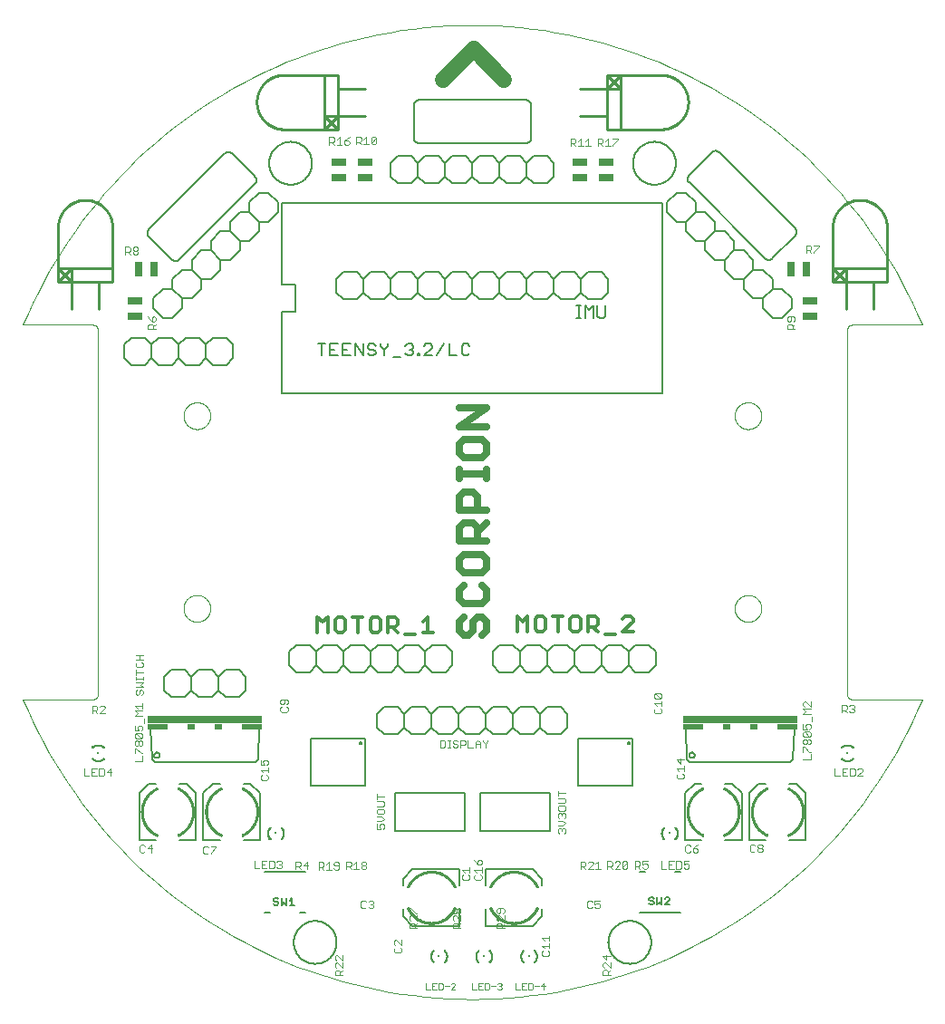
<source format=gto>
G75*
%MOIN*%
%OFA0B0*%
%FSLAX25Y25*%
%IPPOS*%
%LPD*%
%AMOC8*
5,1,8,0,0,1.08239X$1,22.5*
%
%ADD10C,0.00004*%
%ADD11C,0.00394*%
%ADD12C,0.00600*%
%ADD13C,0.02500*%
%ADD14C,0.05900*%
%ADD15C,0.00800*%
%ADD16C,0.00700*%
%ADD17C,0.00500*%
%ADD18R,0.42000X0.03000*%
%ADD19R,0.07500X0.02000*%
%ADD20R,0.03000X0.02000*%
%ADD21C,0.00200*%
%ADD22C,0.00080*%
%ADD23C,0.00040*%
%ADD24R,0.00787X0.00787*%
%ADD25R,0.00591X0.00984*%
%ADD26C,0.01400*%
%ADD27R,0.00984X0.00591*%
%ADD28C,0.00300*%
%ADD29R,0.05512X0.02559*%
%ADD30C,0.01000*%
%ADD31R,0.02559X0.05512*%
D10*
X0078851Y0183717D02*
X0078853Y0183857D01*
X0078859Y0183997D01*
X0078869Y0184136D01*
X0078883Y0184275D01*
X0078901Y0184414D01*
X0078922Y0184552D01*
X0078948Y0184690D01*
X0078978Y0184827D01*
X0079011Y0184962D01*
X0079049Y0185097D01*
X0079090Y0185231D01*
X0079135Y0185364D01*
X0079183Y0185495D01*
X0079236Y0185624D01*
X0079292Y0185753D01*
X0079351Y0185879D01*
X0079415Y0186004D01*
X0079481Y0186127D01*
X0079552Y0186248D01*
X0079625Y0186367D01*
X0079702Y0186484D01*
X0079783Y0186598D01*
X0079866Y0186710D01*
X0079953Y0186820D01*
X0080043Y0186928D01*
X0080135Y0187032D01*
X0080231Y0187134D01*
X0080330Y0187234D01*
X0080431Y0187330D01*
X0080535Y0187424D01*
X0080642Y0187514D01*
X0080751Y0187601D01*
X0080863Y0187686D01*
X0080977Y0187767D01*
X0081093Y0187845D01*
X0081211Y0187919D01*
X0081332Y0187990D01*
X0081454Y0188058D01*
X0081579Y0188122D01*
X0081705Y0188183D01*
X0081832Y0188240D01*
X0081962Y0188293D01*
X0082093Y0188343D01*
X0082225Y0188388D01*
X0082358Y0188431D01*
X0082493Y0188469D01*
X0082628Y0188503D01*
X0082765Y0188534D01*
X0082902Y0188561D01*
X0083040Y0188583D01*
X0083179Y0188602D01*
X0083318Y0188617D01*
X0083457Y0188628D01*
X0083597Y0188635D01*
X0083737Y0188638D01*
X0083877Y0188637D01*
X0084017Y0188632D01*
X0084156Y0188623D01*
X0084296Y0188610D01*
X0084435Y0188593D01*
X0084573Y0188572D01*
X0084711Y0188548D01*
X0084848Y0188519D01*
X0084984Y0188487D01*
X0085119Y0188450D01*
X0085253Y0188410D01*
X0085386Y0188366D01*
X0085517Y0188318D01*
X0085647Y0188267D01*
X0085776Y0188212D01*
X0085903Y0188153D01*
X0086028Y0188090D01*
X0086151Y0188025D01*
X0086273Y0187955D01*
X0086392Y0187882D01*
X0086510Y0187806D01*
X0086625Y0187727D01*
X0086738Y0187644D01*
X0086848Y0187558D01*
X0086956Y0187469D01*
X0087061Y0187377D01*
X0087164Y0187282D01*
X0087264Y0187184D01*
X0087361Y0187084D01*
X0087455Y0186980D01*
X0087547Y0186874D01*
X0087635Y0186766D01*
X0087720Y0186655D01*
X0087802Y0186541D01*
X0087881Y0186425D01*
X0087956Y0186308D01*
X0088028Y0186188D01*
X0088096Y0186066D01*
X0088161Y0185942D01*
X0088223Y0185816D01*
X0088281Y0185689D01*
X0088335Y0185560D01*
X0088386Y0185429D01*
X0088432Y0185297D01*
X0088475Y0185164D01*
X0088515Y0185030D01*
X0088550Y0184895D01*
X0088582Y0184758D01*
X0088609Y0184621D01*
X0088633Y0184483D01*
X0088653Y0184345D01*
X0088669Y0184206D01*
X0088681Y0184066D01*
X0088689Y0183927D01*
X0088693Y0183787D01*
X0088693Y0183647D01*
X0088689Y0183507D01*
X0088681Y0183368D01*
X0088669Y0183228D01*
X0088653Y0183089D01*
X0088633Y0182951D01*
X0088609Y0182813D01*
X0088582Y0182676D01*
X0088550Y0182539D01*
X0088515Y0182404D01*
X0088475Y0182270D01*
X0088432Y0182137D01*
X0088386Y0182005D01*
X0088335Y0181874D01*
X0088281Y0181745D01*
X0088223Y0181618D01*
X0088161Y0181492D01*
X0088096Y0181368D01*
X0088028Y0181246D01*
X0087956Y0181126D01*
X0087881Y0181009D01*
X0087802Y0180893D01*
X0087720Y0180779D01*
X0087635Y0180668D01*
X0087547Y0180560D01*
X0087455Y0180454D01*
X0087361Y0180350D01*
X0087264Y0180250D01*
X0087164Y0180152D01*
X0087061Y0180057D01*
X0086956Y0179965D01*
X0086848Y0179876D01*
X0086738Y0179790D01*
X0086625Y0179707D01*
X0086510Y0179628D01*
X0086392Y0179552D01*
X0086273Y0179479D01*
X0086151Y0179409D01*
X0086028Y0179344D01*
X0085903Y0179281D01*
X0085776Y0179222D01*
X0085647Y0179167D01*
X0085517Y0179116D01*
X0085386Y0179068D01*
X0085253Y0179024D01*
X0085119Y0178984D01*
X0084984Y0178947D01*
X0084848Y0178915D01*
X0084711Y0178886D01*
X0084573Y0178862D01*
X0084435Y0178841D01*
X0084296Y0178824D01*
X0084156Y0178811D01*
X0084017Y0178802D01*
X0083877Y0178797D01*
X0083737Y0178796D01*
X0083597Y0178799D01*
X0083457Y0178806D01*
X0083318Y0178817D01*
X0083179Y0178832D01*
X0083040Y0178851D01*
X0082902Y0178873D01*
X0082765Y0178900D01*
X0082628Y0178931D01*
X0082493Y0178965D01*
X0082358Y0179003D01*
X0082225Y0179046D01*
X0082093Y0179091D01*
X0081962Y0179141D01*
X0081832Y0179194D01*
X0081705Y0179251D01*
X0081579Y0179312D01*
X0081454Y0179376D01*
X0081332Y0179444D01*
X0081211Y0179515D01*
X0081093Y0179589D01*
X0080977Y0179667D01*
X0080863Y0179748D01*
X0080751Y0179833D01*
X0080642Y0179920D01*
X0080535Y0180010D01*
X0080431Y0180104D01*
X0080330Y0180200D01*
X0080231Y0180300D01*
X0080135Y0180402D01*
X0080043Y0180506D01*
X0079953Y0180614D01*
X0079866Y0180724D01*
X0079783Y0180836D01*
X0079702Y0180950D01*
X0079625Y0181067D01*
X0079552Y0181186D01*
X0079481Y0181307D01*
X0079415Y0181430D01*
X0079351Y0181555D01*
X0079292Y0181681D01*
X0079236Y0181810D01*
X0079183Y0181939D01*
X0079135Y0182070D01*
X0079090Y0182203D01*
X0079049Y0182337D01*
X0079011Y0182472D01*
X0078978Y0182607D01*
X0078948Y0182744D01*
X0078922Y0182882D01*
X0078901Y0183020D01*
X0078883Y0183159D01*
X0078869Y0183298D01*
X0078859Y0183437D01*
X0078853Y0183577D01*
X0078851Y0183717D01*
X0078851Y0254583D02*
X0078853Y0254723D01*
X0078859Y0254863D01*
X0078869Y0255002D01*
X0078883Y0255141D01*
X0078901Y0255280D01*
X0078922Y0255418D01*
X0078948Y0255556D01*
X0078978Y0255693D01*
X0079011Y0255828D01*
X0079049Y0255963D01*
X0079090Y0256097D01*
X0079135Y0256230D01*
X0079183Y0256361D01*
X0079236Y0256490D01*
X0079292Y0256619D01*
X0079351Y0256745D01*
X0079415Y0256870D01*
X0079481Y0256993D01*
X0079552Y0257114D01*
X0079625Y0257233D01*
X0079702Y0257350D01*
X0079783Y0257464D01*
X0079866Y0257576D01*
X0079953Y0257686D01*
X0080043Y0257794D01*
X0080135Y0257898D01*
X0080231Y0258000D01*
X0080330Y0258100D01*
X0080431Y0258196D01*
X0080535Y0258290D01*
X0080642Y0258380D01*
X0080751Y0258467D01*
X0080863Y0258552D01*
X0080977Y0258633D01*
X0081093Y0258711D01*
X0081211Y0258785D01*
X0081332Y0258856D01*
X0081454Y0258924D01*
X0081579Y0258988D01*
X0081705Y0259049D01*
X0081832Y0259106D01*
X0081962Y0259159D01*
X0082093Y0259209D01*
X0082225Y0259254D01*
X0082358Y0259297D01*
X0082493Y0259335D01*
X0082628Y0259369D01*
X0082765Y0259400D01*
X0082902Y0259427D01*
X0083040Y0259449D01*
X0083179Y0259468D01*
X0083318Y0259483D01*
X0083457Y0259494D01*
X0083597Y0259501D01*
X0083737Y0259504D01*
X0083877Y0259503D01*
X0084017Y0259498D01*
X0084156Y0259489D01*
X0084296Y0259476D01*
X0084435Y0259459D01*
X0084573Y0259438D01*
X0084711Y0259414D01*
X0084848Y0259385D01*
X0084984Y0259353D01*
X0085119Y0259316D01*
X0085253Y0259276D01*
X0085386Y0259232D01*
X0085517Y0259184D01*
X0085647Y0259133D01*
X0085776Y0259078D01*
X0085903Y0259019D01*
X0086028Y0258956D01*
X0086151Y0258891D01*
X0086273Y0258821D01*
X0086392Y0258748D01*
X0086510Y0258672D01*
X0086625Y0258593D01*
X0086738Y0258510D01*
X0086848Y0258424D01*
X0086956Y0258335D01*
X0087061Y0258243D01*
X0087164Y0258148D01*
X0087264Y0258050D01*
X0087361Y0257950D01*
X0087455Y0257846D01*
X0087547Y0257740D01*
X0087635Y0257632D01*
X0087720Y0257521D01*
X0087802Y0257407D01*
X0087881Y0257291D01*
X0087956Y0257174D01*
X0088028Y0257054D01*
X0088096Y0256932D01*
X0088161Y0256808D01*
X0088223Y0256682D01*
X0088281Y0256555D01*
X0088335Y0256426D01*
X0088386Y0256295D01*
X0088432Y0256163D01*
X0088475Y0256030D01*
X0088515Y0255896D01*
X0088550Y0255761D01*
X0088582Y0255624D01*
X0088609Y0255487D01*
X0088633Y0255349D01*
X0088653Y0255211D01*
X0088669Y0255072D01*
X0088681Y0254932D01*
X0088689Y0254793D01*
X0088693Y0254653D01*
X0088693Y0254513D01*
X0088689Y0254373D01*
X0088681Y0254234D01*
X0088669Y0254094D01*
X0088653Y0253955D01*
X0088633Y0253817D01*
X0088609Y0253679D01*
X0088582Y0253542D01*
X0088550Y0253405D01*
X0088515Y0253270D01*
X0088475Y0253136D01*
X0088432Y0253003D01*
X0088386Y0252871D01*
X0088335Y0252740D01*
X0088281Y0252611D01*
X0088223Y0252484D01*
X0088161Y0252358D01*
X0088096Y0252234D01*
X0088028Y0252112D01*
X0087956Y0251992D01*
X0087881Y0251875D01*
X0087802Y0251759D01*
X0087720Y0251645D01*
X0087635Y0251534D01*
X0087547Y0251426D01*
X0087455Y0251320D01*
X0087361Y0251216D01*
X0087264Y0251116D01*
X0087164Y0251018D01*
X0087061Y0250923D01*
X0086956Y0250831D01*
X0086848Y0250742D01*
X0086738Y0250656D01*
X0086625Y0250573D01*
X0086510Y0250494D01*
X0086392Y0250418D01*
X0086273Y0250345D01*
X0086151Y0250275D01*
X0086028Y0250210D01*
X0085903Y0250147D01*
X0085776Y0250088D01*
X0085647Y0250033D01*
X0085517Y0249982D01*
X0085386Y0249934D01*
X0085253Y0249890D01*
X0085119Y0249850D01*
X0084984Y0249813D01*
X0084848Y0249781D01*
X0084711Y0249752D01*
X0084573Y0249728D01*
X0084435Y0249707D01*
X0084296Y0249690D01*
X0084156Y0249677D01*
X0084017Y0249668D01*
X0083877Y0249663D01*
X0083737Y0249662D01*
X0083597Y0249665D01*
X0083457Y0249672D01*
X0083318Y0249683D01*
X0083179Y0249698D01*
X0083040Y0249717D01*
X0082902Y0249739D01*
X0082765Y0249766D01*
X0082628Y0249797D01*
X0082493Y0249831D01*
X0082358Y0249869D01*
X0082225Y0249912D01*
X0082093Y0249957D01*
X0081962Y0250007D01*
X0081832Y0250060D01*
X0081705Y0250117D01*
X0081579Y0250178D01*
X0081454Y0250242D01*
X0081332Y0250310D01*
X0081211Y0250381D01*
X0081093Y0250455D01*
X0080977Y0250533D01*
X0080863Y0250614D01*
X0080751Y0250699D01*
X0080642Y0250786D01*
X0080535Y0250876D01*
X0080431Y0250970D01*
X0080330Y0251066D01*
X0080231Y0251166D01*
X0080135Y0251268D01*
X0080043Y0251372D01*
X0079953Y0251480D01*
X0079866Y0251590D01*
X0079783Y0251702D01*
X0079702Y0251816D01*
X0079625Y0251933D01*
X0079552Y0252052D01*
X0079481Y0252173D01*
X0079415Y0252296D01*
X0079351Y0252421D01*
X0079292Y0252547D01*
X0079236Y0252676D01*
X0079183Y0252805D01*
X0079135Y0252936D01*
X0079090Y0253069D01*
X0079049Y0253203D01*
X0079011Y0253338D01*
X0078978Y0253473D01*
X0078948Y0253610D01*
X0078922Y0253748D01*
X0078901Y0253886D01*
X0078883Y0254025D01*
X0078869Y0254164D01*
X0078859Y0254303D01*
X0078853Y0254443D01*
X0078851Y0254583D01*
X0281607Y0254583D02*
X0281609Y0254723D01*
X0281615Y0254863D01*
X0281625Y0255002D01*
X0281639Y0255141D01*
X0281657Y0255280D01*
X0281678Y0255418D01*
X0281704Y0255556D01*
X0281734Y0255693D01*
X0281767Y0255828D01*
X0281805Y0255963D01*
X0281846Y0256097D01*
X0281891Y0256230D01*
X0281939Y0256361D01*
X0281992Y0256490D01*
X0282048Y0256619D01*
X0282107Y0256745D01*
X0282171Y0256870D01*
X0282237Y0256993D01*
X0282308Y0257114D01*
X0282381Y0257233D01*
X0282458Y0257350D01*
X0282539Y0257464D01*
X0282622Y0257576D01*
X0282709Y0257686D01*
X0282799Y0257794D01*
X0282891Y0257898D01*
X0282987Y0258000D01*
X0283086Y0258100D01*
X0283187Y0258196D01*
X0283291Y0258290D01*
X0283398Y0258380D01*
X0283507Y0258467D01*
X0283619Y0258552D01*
X0283733Y0258633D01*
X0283849Y0258711D01*
X0283967Y0258785D01*
X0284088Y0258856D01*
X0284210Y0258924D01*
X0284335Y0258988D01*
X0284461Y0259049D01*
X0284588Y0259106D01*
X0284718Y0259159D01*
X0284849Y0259209D01*
X0284981Y0259254D01*
X0285114Y0259297D01*
X0285249Y0259335D01*
X0285384Y0259369D01*
X0285521Y0259400D01*
X0285658Y0259427D01*
X0285796Y0259449D01*
X0285935Y0259468D01*
X0286074Y0259483D01*
X0286213Y0259494D01*
X0286353Y0259501D01*
X0286493Y0259504D01*
X0286633Y0259503D01*
X0286773Y0259498D01*
X0286912Y0259489D01*
X0287052Y0259476D01*
X0287191Y0259459D01*
X0287329Y0259438D01*
X0287467Y0259414D01*
X0287604Y0259385D01*
X0287740Y0259353D01*
X0287875Y0259316D01*
X0288009Y0259276D01*
X0288142Y0259232D01*
X0288273Y0259184D01*
X0288403Y0259133D01*
X0288532Y0259078D01*
X0288659Y0259019D01*
X0288784Y0258956D01*
X0288907Y0258891D01*
X0289029Y0258821D01*
X0289148Y0258748D01*
X0289266Y0258672D01*
X0289381Y0258593D01*
X0289494Y0258510D01*
X0289604Y0258424D01*
X0289712Y0258335D01*
X0289817Y0258243D01*
X0289920Y0258148D01*
X0290020Y0258050D01*
X0290117Y0257950D01*
X0290211Y0257846D01*
X0290303Y0257740D01*
X0290391Y0257632D01*
X0290476Y0257521D01*
X0290558Y0257407D01*
X0290637Y0257291D01*
X0290712Y0257174D01*
X0290784Y0257054D01*
X0290852Y0256932D01*
X0290917Y0256808D01*
X0290979Y0256682D01*
X0291037Y0256555D01*
X0291091Y0256426D01*
X0291142Y0256295D01*
X0291188Y0256163D01*
X0291231Y0256030D01*
X0291271Y0255896D01*
X0291306Y0255761D01*
X0291338Y0255624D01*
X0291365Y0255487D01*
X0291389Y0255349D01*
X0291409Y0255211D01*
X0291425Y0255072D01*
X0291437Y0254932D01*
X0291445Y0254793D01*
X0291449Y0254653D01*
X0291449Y0254513D01*
X0291445Y0254373D01*
X0291437Y0254234D01*
X0291425Y0254094D01*
X0291409Y0253955D01*
X0291389Y0253817D01*
X0291365Y0253679D01*
X0291338Y0253542D01*
X0291306Y0253405D01*
X0291271Y0253270D01*
X0291231Y0253136D01*
X0291188Y0253003D01*
X0291142Y0252871D01*
X0291091Y0252740D01*
X0291037Y0252611D01*
X0290979Y0252484D01*
X0290917Y0252358D01*
X0290852Y0252234D01*
X0290784Y0252112D01*
X0290712Y0251992D01*
X0290637Y0251875D01*
X0290558Y0251759D01*
X0290476Y0251645D01*
X0290391Y0251534D01*
X0290303Y0251426D01*
X0290211Y0251320D01*
X0290117Y0251216D01*
X0290020Y0251116D01*
X0289920Y0251018D01*
X0289817Y0250923D01*
X0289712Y0250831D01*
X0289604Y0250742D01*
X0289494Y0250656D01*
X0289381Y0250573D01*
X0289266Y0250494D01*
X0289148Y0250418D01*
X0289029Y0250345D01*
X0288907Y0250275D01*
X0288784Y0250210D01*
X0288659Y0250147D01*
X0288532Y0250088D01*
X0288403Y0250033D01*
X0288273Y0249982D01*
X0288142Y0249934D01*
X0288009Y0249890D01*
X0287875Y0249850D01*
X0287740Y0249813D01*
X0287604Y0249781D01*
X0287467Y0249752D01*
X0287329Y0249728D01*
X0287191Y0249707D01*
X0287052Y0249690D01*
X0286912Y0249677D01*
X0286773Y0249668D01*
X0286633Y0249663D01*
X0286493Y0249662D01*
X0286353Y0249665D01*
X0286213Y0249672D01*
X0286074Y0249683D01*
X0285935Y0249698D01*
X0285796Y0249717D01*
X0285658Y0249739D01*
X0285521Y0249766D01*
X0285384Y0249797D01*
X0285249Y0249831D01*
X0285114Y0249869D01*
X0284981Y0249912D01*
X0284849Y0249957D01*
X0284718Y0250007D01*
X0284588Y0250060D01*
X0284461Y0250117D01*
X0284335Y0250178D01*
X0284210Y0250242D01*
X0284088Y0250310D01*
X0283967Y0250381D01*
X0283849Y0250455D01*
X0283733Y0250533D01*
X0283619Y0250614D01*
X0283507Y0250699D01*
X0283398Y0250786D01*
X0283291Y0250876D01*
X0283187Y0250970D01*
X0283086Y0251066D01*
X0282987Y0251166D01*
X0282891Y0251268D01*
X0282799Y0251372D01*
X0282709Y0251480D01*
X0282622Y0251590D01*
X0282539Y0251702D01*
X0282458Y0251816D01*
X0282381Y0251933D01*
X0282308Y0252052D01*
X0282237Y0252173D01*
X0282171Y0252296D01*
X0282107Y0252421D01*
X0282048Y0252547D01*
X0281992Y0252676D01*
X0281939Y0252805D01*
X0281891Y0252936D01*
X0281846Y0253069D01*
X0281805Y0253203D01*
X0281767Y0253338D01*
X0281734Y0253473D01*
X0281704Y0253610D01*
X0281678Y0253748D01*
X0281657Y0253886D01*
X0281639Y0254025D01*
X0281625Y0254164D01*
X0281615Y0254303D01*
X0281609Y0254443D01*
X0281607Y0254583D01*
X0281607Y0183717D02*
X0281609Y0183857D01*
X0281615Y0183997D01*
X0281625Y0184136D01*
X0281639Y0184275D01*
X0281657Y0184414D01*
X0281678Y0184552D01*
X0281704Y0184690D01*
X0281734Y0184827D01*
X0281767Y0184962D01*
X0281805Y0185097D01*
X0281846Y0185231D01*
X0281891Y0185364D01*
X0281939Y0185495D01*
X0281992Y0185624D01*
X0282048Y0185753D01*
X0282107Y0185879D01*
X0282171Y0186004D01*
X0282237Y0186127D01*
X0282308Y0186248D01*
X0282381Y0186367D01*
X0282458Y0186484D01*
X0282539Y0186598D01*
X0282622Y0186710D01*
X0282709Y0186820D01*
X0282799Y0186928D01*
X0282891Y0187032D01*
X0282987Y0187134D01*
X0283086Y0187234D01*
X0283187Y0187330D01*
X0283291Y0187424D01*
X0283398Y0187514D01*
X0283507Y0187601D01*
X0283619Y0187686D01*
X0283733Y0187767D01*
X0283849Y0187845D01*
X0283967Y0187919D01*
X0284088Y0187990D01*
X0284210Y0188058D01*
X0284335Y0188122D01*
X0284461Y0188183D01*
X0284588Y0188240D01*
X0284718Y0188293D01*
X0284849Y0188343D01*
X0284981Y0188388D01*
X0285114Y0188431D01*
X0285249Y0188469D01*
X0285384Y0188503D01*
X0285521Y0188534D01*
X0285658Y0188561D01*
X0285796Y0188583D01*
X0285935Y0188602D01*
X0286074Y0188617D01*
X0286213Y0188628D01*
X0286353Y0188635D01*
X0286493Y0188638D01*
X0286633Y0188637D01*
X0286773Y0188632D01*
X0286912Y0188623D01*
X0287052Y0188610D01*
X0287191Y0188593D01*
X0287329Y0188572D01*
X0287467Y0188548D01*
X0287604Y0188519D01*
X0287740Y0188487D01*
X0287875Y0188450D01*
X0288009Y0188410D01*
X0288142Y0188366D01*
X0288273Y0188318D01*
X0288403Y0188267D01*
X0288532Y0188212D01*
X0288659Y0188153D01*
X0288784Y0188090D01*
X0288907Y0188025D01*
X0289029Y0187955D01*
X0289148Y0187882D01*
X0289266Y0187806D01*
X0289381Y0187727D01*
X0289494Y0187644D01*
X0289604Y0187558D01*
X0289712Y0187469D01*
X0289817Y0187377D01*
X0289920Y0187282D01*
X0290020Y0187184D01*
X0290117Y0187084D01*
X0290211Y0186980D01*
X0290303Y0186874D01*
X0290391Y0186766D01*
X0290476Y0186655D01*
X0290558Y0186541D01*
X0290637Y0186425D01*
X0290712Y0186308D01*
X0290784Y0186188D01*
X0290852Y0186066D01*
X0290917Y0185942D01*
X0290979Y0185816D01*
X0291037Y0185689D01*
X0291091Y0185560D01*
X0291142Y0185429D01*
X0291188Y0185297D01*
X0291231Y0185164D01*
X0291271Y0185030D01*
X0291306Y0184895D01*
X0291338Y0184758D01*
X0291365Y0184621D01*
X0291389Y0184483D01*
X0291409Y0184345D01*
X0291425Y0184206D01*
X0291437Y0184066D01*
X0291445Y0183927D01*
X0291449Y0183787D01*
X0291449Y0183647D01*
X0291445Y0183507D01*
X0291437Y0183368D01*
X0291425Y0183228D01*
X0291409Y0183089D01*
X0291389Y0182951D01*
X0291365Y0182813D01*
X0291338Y0182676D01*
X0291306Y0182539D01*
X0291271Y0182404D01*
X0291231Y0182270D01*
X0291188Y0182137D01*
X0291142Y0182005D01*
X0291091Y0181874D01*
X0291037Y0181745D01*
X0290979Y0181618D01*
X0290917Y0181492D01*
X0290852Y0181368D01*
X0290784Y0181246D01*
X0290712Y0181126D01*
X0290637Y0181009D01*
X0290558Y0180893D01*
X0290476Y0180779D01*
X0290391Y0180668D01*
X0290303Y0180560D01*
X0290211Y0180454D01*
X0290117Y0180350D01*
X0290020Y0180250D01*
X0289920Y0180152D01*
X0289817Y0180057D01*
X0289712Y0179965D01*
X0289604Y0179876D01*
X0289494Y0179790D01*
X0289381Y0179707D01*
X0289266Y0179628D01*
X0289148Y0179552D01*
X0289029Y0179479D01*
X0288907Y0179409D01*
X0288784Y0179344D01*
X0288659Y0179281D01*
X0288532Y0179222D01*
X0288403Y0179167D01*
X0288273Y0179116D01*
X0288142Y0179068D01*
X0288009Y0179024D01*
X0287875Y0178984D01*
X0287740Y0178947D01*
X0287604Y0178915D01*
X0287467Y0178886D01*
X0287329Y0178862D01*
X0287191Y0178841D01*
X0287052Y0178824D01*
X0286912Y0178811D01*
X0286773Y0178802D01*
X0286633Y0178797D01*
X0286493Y0178796D01*
X0286353Y0178799D01*
X0286213Y0178806D01*
X0286074Y0178817D01*
X0285935Y0178832D01*
X0285796Y0178851D01*
X0285658Y0178873D01*
X0285521Y0178900D01*
X0285384Y0178931D01*
X0285249Y0178965D01*
X0285114Y0179003D01*
X0284981Y0179046D01*
X0284849Y0179091D01*
X0284718Y0179141D01*
X0284588Y0179194D01*
X0284461Y0179251D01*
X0284335Y0179312D01*
X0284210Y0179376D01*
X0284088Y0179444D01*
X0283967Y0179515D01*
X0283849Y0179589D01*
X0283733Y0179667D01*
X0283619Y0179748D01*
X0283507Y0179833D01*
X0283398Y0179920D01*
X0283291Y0180010D01*
X0283187Y0180104D01*
X0283086Y0180200D01*
X0282987Y0180300D01*
X0282891Y0180402D01*
X0282799Y0180506D01*
X0282709Y0180614D01*
X0282622Y0180724D01*
X0282539Y0180836D01*
X0282458Y0180950D01*
X0282381Y0181067D01*
X0282308Y0181186D01*
X0282237Y0181307D01*
X0282171Y0181430D01*
X0282107Y0181555D01*
X0282048Y0181681D01*
X0281992Y0181810D01*
X0281939Y0181939D01*
X0281891Y0182070D01*
X0281846Y0182203D01*
X0281805Y0182337D01*
X0281767Y0182472D01*
X0281734Y0182607D01*
X0281704Y0182744D01*
X0281678Y0182882D01*
X0281657Y0183020D01*
X0281639Y0183159D01*
X0281625Y0183298D01*
X0281615Y0183437D01*
X0281609Y0183577D01*
X0281607Y0183717D01*
D11*
X0322945Y0152221D02*
X0322945Y0286079D01*
X0322947Y0286165D01*
X0322952Y0286251D01*
X0322962Y0286336D01*
X0322975Y0286421D01*
X0322992Y0286505D01*
X0323012Y0286589D01*
X0323036Y0286671D01*
X0323064Y0286752D01*
X0323095Y0286833D01*
X0323129Y0286911D01*
X0323167Y0286988D01*
X0323209Y0287064D01*
X0323253Y0287137D01*
X0323301Y0287208D01*
X0323352Y0287278D01*
X0323406Y0287345D01*
X0323462Y0287409D01*
X0323522Y0287471D01*
X0323584Y0287531D01*
X0323648Y0287587D01*
X0323715Y0287641D01*
X0323785Y0287692D01*
X0323856Y0287740D01*
X0323930Y0287784D01*
X0324005Y0287826D01*
X0324082Y0287864D01*
X0324160Y0287898D01*
X0324241Y0287929D01*
X0324322Y0287957D01*
X0324404Y0287981D01*
X0324488Y0288001D01*
X0324572Y0288018D01*
X0324657Y0288031D01*
X0324742Y0288041D01*
X0324828Y0288046D01*
X0324914Y0288048D01*
X0350504Y0288048D01*
X0350504Y0150252D02*
X0324914Y0150252D01*
X0324828Y0150254D01*
X0324742Y0150259D01*
X0324657Y0150269D01*
X0324572Y0150282D01*
X0324488Y0150299D01*
X0324404Y0150319D01*
X0324322Y0150343D01*
X0324241Y0150371D01*
X0324160Y0150402D01*
X0324082Y0150436D01*
X0324005Y0150474D01*
X0323930Y0150516D01*
X0323856Y0150560D01*
X0323785Y0150608D01*
X0323715Y0150659D01*
X0323648Y0150713D01*
X0323584Y0150769D01*
X0323522Y0150829D01*
X0323462Y0150891D01*
X0323406Y0150955D01*
X0323352Y0151022D01*
X0323301Y0151092D01*
X0323253Y0151163D01*
X0323209Y0151237D01*
X0323167Y0151312D01*
X0323129Y0151389D01*
X0323095Y0151467D01*
X0323064Y0151548D01*
X0323036Y0151629D01*
X0323012Y0151711D01*
X0322992Y0151795D01*
X0322975Y0151879D01*
X0322962Y0151964D01*
X0322952Y0152049D01*
X0322947Y0152135D01*
X0322945Y0152221D01*
X0350504Y0288048D02*
X0348767Y0292078D01*
X0346931Y0296064D01*
X0344999Y0300004D01*
X0342970Y0303896D01*
X0340846Y0307737D01*
X0338630Y0311524D01*
X0336321Y0315257D01*
X0333921Y0318931D01*
X0331432Y0322546D01*
X0328855Y0326098D01*
X0326192Y0329586D01*
X0323444Y0333009D01*
X0320613Y0336362D01*
X0317701Y0339646D01*
X0314709Y0342857D01*
X0311640Y0345993D01*
X0308495Y0349054D01*
X0305275Y0352037D01*
X0301984Y0354940D01*
X0298622Y0357761D01*
X0295193Y0360499D01*
X0291697Y0363153D01*
X0288137Y0365720D01*
X0284516Y0368198D01*
X0280835Y0370588D01*
X0277096Y0372887D01*
X0273302Y0375093D01*
X0269455Y0377206D01*
X0265558Y0379223D01*
X0261613Y0381145D01*
X0257621Y0382970D01*
X0253586Y0384696D01*
X0249510Y0386323D01*
X0245396Y0387849D01*
X0241245Y0389275D01*
X0237060Y0390598D01*
X0232845Y0391818D01*
X0228600Y0392935D01*
X0224330Y0393947D01*
X0220036Y0394854D01*
X0215721Y0395656D01*
X0211388Y0396352D01*
X0207039Y0396942D01*
X0202677Y0397424D01*
X0198305Y0397800D01*
X0193924Y0398069D01*
X0189538Y0398230D01*
X0185150Y0398284D01*
X0180762Y0398230D01*
X0176376Y0398069D01*
X0171995Y0397800D01*
X0167623Y0397424D01*
X0163261Y0396942D01*
X0158912Y0396352D01*
X0154579Y0395656D01*
X0150264Y0394854D01*
X0145970Y0393947D01*
X0141700Y0392935D01*
X0137455Y0391818D01*
X0133240Y0390598D01*
X0129055Y0389275D01*
X0124904Y0387849D01*
X0120790Y0386323D01*
X0116714Y0384696D01*
X0112679Y0382970D01*
X0108687Y0381145D01*
X0104742Y0379223D01*
X0100845Y0377206D01*
X0096998Y0375093D01*
X0093204Y0372887D01*
X0089465Y0370588D01*
X0085784Y0368198D01*
X0082163Y0365720D01*
X0078603Y0363153D01*
X0075107Y0360499D01*
X0071678Y0357761D01*
X0068316Y0354940D01*
X0065025Y0352037D01*
X0061805Y0349054D01*
X0058660Y0345993D01*
X0055591Y0342857D01*
X0052599Y0339646D01*
X0049687Y0336362D01*
X0046856Y0333009D01*
X0044108Y0329586D01*
X0041445Y0326098D01*
X0038868Y0322546D01*
X0036379Y0318931D01*
X0033979Y0315257D01*
X0031670Y0311524D01*
X0029454Y0307737D01*
X0027330Y0303896D01*
X0025301Y0300004D01*
X0023369Y0296064D01*
X0021533Y0292078D01*
X0019796Y0288048D01*
X0045386Y0288048D01*
X0045472Y0288046D01*
X0045558Y0288041D01*
X0045643Y0288031D01*
X0045728Y0288018D01*
X0045812Y0288001D01*
X0045896Y0287981D01*
X0045978Y0287957D01*
X0046059Y0287929D01*
X0046140Y0287898D01*
X0046218Y0287864D01*
X0046295Y0287826D01*
X0046371Y0287784D01*
X0046444Y0287740D01*
X0046515Y0287692D01*
X0046585Y0287641D01*
X0046652Y0287587D01*
X0046716Y0287531D01*
X0046778Y0287471D01*
X0046838Y0287409D01*
X0046894Y0287345D01*
X0046948Y0287278D01*
X0046999Y0287208D01*
X0047047Y0287137D01*
X0047091Y0287064D01*
X0047133Y0286988D01*
X0047171Y0286911D01*
X0047205Y0286833D01*
X0047236Y0286752D01*
X0047264Y0286671D01*
X0047288Y0286589D01*
X0047308Y0286505D01*
X0047325Y0286421D01*
X0047338Y0286336D01*
X0047348Y0286251D01*
X0047353Y0286165D01*
X0047355Y0286079D01*
X0047355Y0152221D01*
X0047353Y0152135D01*
X0047348Y0152049D01*
X0047338Y0151964D01*
X0047325Y0151879D01*
X0047308Y0151795D01*
X0047288Y0151711D01*
X0047264Y0151629D01*
X0047236Y0151548D01*
X0047205Y0151467D01*
X0047171Y0151389D01*
X0047133Y0151312D01*
X0047091Y0151237D01*
X0047047Y0151163D01*
X0046999Y0151092D01*
X0046948Y0151022D01*
X0046894Y0150955D01*
X0046838Y0150891D01*
X0046778Y0150829D01*
X0046716Y0150769D01*
X0046652Y0150713D01*
X0046585Y0150659D01*
X0046515Y0150608D01*
X0046444Y0150560D01*
X0046371Y0150516D01*
X0046295Y0150474D01*
X0046218Y0150436D01*
X0046140Y0150402D01*
X0046059Y0150371D01*
X0045978Y0150343D01*
X0045896Y0150319D01*
X0045812Y0150299D01*
X0045728Y0150282D01*
X0045643Y0150269D01*
X0045558Y0150259D01*
X0045472Y0150254D01*
X0045386Y0150252D01*
X0019796Y0150252D01*
X0021533Y0146222D01*
X0023369Y0142236D01*
X0025301Y0138296D01*
X0027330Y0134404D01*
X0029454Y0130563D01*
X0031670Y0126776D01*
X0033979Y0123043D01*
X0036379Y0119369D01*
X0038868Y0115754D01*
X0041445Y0112202D01*
X0044108Y0108714D01*
X0046856Y0105291D01*
X0049687Y0101938D01*
X0052599Y0098654D01*
X0055591Y0095443D01*
X0058660Y0092307D01*
X0061805Y0089246D01*
X0065025Y0086263D01*
X0068316Y0083360D01*
X0071678Y0080539D01*
X0075107Y0077801D01*
X0078603Y0075147D01*
X0082163Y0072580D01*
X0085784Y0070102D01*
X0089465Y0067712D01*
X0093204Y0065413D01*
X0096998Y0063207D01*
X0100845Y0061094D01*
X0104742Y0059077D01*
X0108687Y0057155D01*
X0112679Y0055330D01*
X0116714Y0053604D01*
X0120790Y0051977D01*
X0124904Y0050451D01*
X0129055Y0049025D01*
X0133240Y0047702D01*
X0137455Y0046482D01*
X0141700Y0045365D01*
X0145970Y0044353D01*
X0150264Y0043446D01*
X0154579Y0042644D01*
X0158912Y0041948D01*
X0163261Y0041358D01*
X0167623Y0040876D01*
X0171995Y0040500D01*
X0176376Y0040231D01*
X0180762Y0040070D01*
X0185150Y0040016D01*
X0189538Y0040070D01*
X0193924Y0040231D01*
X0198305Y0040500D01*
X0202677Y0040876D01*
X0207039Y0041358D01*
X0211388Y0041948D01*
X0215721Y0042644D01*
X0220036Y0043446D01*
X0224330Y0044353D01*
X0228600Y0045365D01*
X0232845Y0046482D01*
X0237060Y0047702D01*
X0241245Y0049025D01*
X0245396Y0050451D01*
X0249510Y0051977D01*
X0253586Y0053604D01*
X0257621Y0055330D01*
X0261613Y0057155D01*
X0265558Y0059077D01*
X0269455Y0061094D01*
X0273302Y0063207D01*
X0277096Y0065413D01*
X0280835Y0067712D01*
X0284516Y0070102D01*
X0288137Y0072580D01*
X0291697Y0075147D01*
X0295193Y0077801D01*
X0298622Y0080539D01*
X0301984Y0083360D01*
X0305275Y0086263D01*
X0308495Y0089246D01*
X0311640Y0092307D01*
X0314709Y0095443D01*
X0317701Y0098654D01*
X0320613Y0101938D01*
X0323444Y0105291D01*
X0326192Y0108714D01*
X0328855Y0112202D01*
X0331432Y0115754D01*
X0333921Y0119369D01*
X0336321Y0123043D01*
X0338630Y0126776D01*
X0340846Y0130563D01*
X0342970Y0134404D01*
X0344999Y0138296D01*
X0346931Y0142236D01*
X0348767Y0146222D01*
X0350504Y0150252D01*
D12*
X0257729Y0076961D02*
X0257295Y0077394D01*
X0256427Y0077394D01*
X0255994Y0076961D01*
X0254782Y0077394D02*
X0254782Y0074792D01*
X0253915Y0075659D01*
X0253047Y0074792D01*
X0253047Y0077394D01*
X0251836Y0076961D02*
X0251402Y0077394D01*
X0250534Y0077394D01*
X0250101Y0076961D01*
X0250101Y0076527D01*
X0250534Y0076093D01*
X0251402Y0076093D01*
X0251836Y0075659D01*
X0251836Y0075226D01*
X0251402Y0074792D01*
X0250534Y0074792D01*
X0250101Y0075226D01*
X0255994Y0074792D02*
X0257729Y0076527D01*
X0257729Y0076961D01*
X0257729Y0074792D02*
X0255994Y0074792D01*
X0217650Y0137378D02*
X0212650Y0137378D01*
X0210150Y0139878D01*
X0207650Y0137378D01*
X0202650Y0137378D01*
X0200150Y0139878D01*
X0197650Y0137378D01*
X0192650Y0137378D01*
X0190150Y0139878D01*
X0187650Y0137378D01*
X0182650Y0137378D01*
X0180150Y0139878D01*
X0177650Y0137378D01*
X0172650Y0137378D01*
X0170150Y0139878D01*
X0167650Y0137378D01*
X0162650Y0137378D01*
X0160150Y0139878D01*
X0157650Y0137378D01*
X0152650Y0137378D01*
X0150150Y0139878D01*
X0150150Y0144878D01*
X0152650Y0147378D01*
X0157650Y0147378D01*
X0160150Y0144878D01*
X0162650Y0147378D01*
X0167650Y0147378D01*
X0170150Y0144878D01*
X0170150Y0139878D01*
X0170150Y0144878D02*
X0172650Y0147378D01*
X0177650Y0147378D01*
X0180150Y0144878D01*
X0182650Y0147378D01*
X0187650Y0147378D01*
X0190150Y0144878D01*
X0192650Y0147378D01*
X0197650Y0147378D01*
X0200150Y0144878D01*
X0200150Y0139878D01*
X0200150Y0144878D02*
X0202650Y0147378D01*
X0207650Y0147378D01*
X0210150Y0144878D01*
X0212650Y0147378D01*
X0217650Y0147378D01*
X0220150Y0144878D01*
X0220150Y0139878D01*
X0217650Y0137378D01*
X0210150Y0139878D02*
X0210150Y0144878D01*
X0210052Y0160213D02*
X0205052Y0160213D01*
X0202552Y0162713D01*
X0200052Y0160213D01*
X0195052Y0160213D01*
X0192552Y0162713D01*
X0192552Y0167713D01*
X0195052Y0170213D01*
X0200052Y0170213D01*
X0202552Y0167713D01*
X0205052Y0170213D01*
X0210052Y0170213D01*
X0212552Y0167713D01*
X0215052Y0170213D01*
X0220052Y0170213D01*
X0222552Y0167713D01*
X0225052Y0170213D01*
X0230052Y0170213D01*
X0232552Y0167713D01*
X0235052Y0170213D01*
X0240052Y0170213D01*
X0242552Y0167713D01*
X0245052Y0170213D01*
X0250052Y0170213D01*
X0252552Y0167713D01*
X0252552Y0162713D01*
X0250052Y0160213D01*
X0245052Y0160213D01*
X0242552Y0162713D01*
X0240052Y0160213D01*
X0235052Y0160213D01*
X0232552Y0162713D01*
X0232552Y0167713D01*
X0232552Y0162713D02*
X0230052Y0160213D01*
X0225052Y0160213D01*
X0222552Y0162713D01*
X0220052Y0160213D01*
X0215052Y0160213D01*
X0212552Y0162713D01*
X0210052Y0160213D01*
X0212552Y0162713D02*
X0212552Y0167713D01*
X0222552Y0167713D02*
X0222552Y0162713D01*
X0242552Y0162713D02*
X0242552Y0167713D01*
X0202552Y0167713D02*
X0202552Y0162713D01*
X0190150Y0144878D02*
X0190150Y0139878D01*
X0180150Y0139878D02*
X0180150Y0144878D01*
X0175248Y0160213D02*
X0170248Y0160213D01*
X0167748Y0162713D01*
X0165248Y0160213D01*
X0160248Y0160213D01*
X0157748Y0162713D01*
X0157748Y0167713D01*
X0160248Y0170213D01*
X0165248Y0170213D01*
X0167748Y0167713D01*
X0170248Y0170213D01*
X0175248Y0170213D01*
X0177748Y0167713D01*
X0177748Y0162713D01*
X0175248Y0160213D01*
X0167748Y0162713D02*
X0167748Y0167713D01*
X0157748Y0167713D02*
X0155248Y0170213D01*
X0150248Y0170213D01*
X0147748Y0167713D01*
X0145248Y0170213D01*
X0140248Y0170213D01*
X0137748Y0167713D01*
X0135248Y0170213D01*
X0130248Y0170213D01*
X0127748Y0167713D01*
X0125248Y0170213D01*
X0120248Y0170213D01*
X0117748Y0167713D01*
X0117748Y0162713D01*
X0120248Y0160213D01*
X0125248Y0160213D01*
X0127748Y0162713D01*
X0127748Y0167713D01*
X0127748Y0162713D02*
X0130248Y0160213D01*
X0135248Y0160213D01*
X0137748Y0162713D01*
X0137748Y0167713D01*
X0137748Y0162713D02*
X0140248Y0160213D01*
X0145248Y0160213D01*
X0147748Y0162713D01*
X0147748Y0167713D01*
X0147748Y0162713D02*
X0150248Y0160213D01*
X0155248Y0160213D01*
X0157748Y0162713D01*
X0160150Y0144878D02*
X0160150Y0139878D01*
X0118732Y0077215D02*
X0117865Y0076348D01*
X0118732Y0077215D02*
X0118732Y0074613D01*
X0117865Y0074613D02*
X0119600Y0074613D01*
X0116653Y0074613D02*
X0116653Y0077215D01*
X0114919Y0077215D02*
X0114919Y0074613D01*
X0115786Y0075480D01*
X0116653Y0074613D01*
X0113707Y0075047D02*
X0113273Y0074613D01*
X0112406Y0074613D01*
X0111972Y0075047D01*
X0112406Y0075914D02*
X0113273Y0075914D01*
X0113707Y0075480D01*
X0113707Y0075047D01*
X0112406Y0075914D02*
X0111972Y0076348D01*
X0111972Y0076781D01*
X0112406Y0077215D01*
X0113273Y0077215D01*
X0113707Y0076781D01*
X0099225Y0151158D02*
X0094225Y0151158D01*
X0091725Y0153658D01*
X0089225Y0151158D01*
X0084225Y0151158D01*
X0081725Y0153658D01*
X0079225Y0151158D01*
X0074225Y0151158D01*
X0071725Y0153658D01*
X0071725Y0158658D01*
X0074225Y0161158D01*
X0079225Y0161158D01*
X0081725Y0158658D01*
X0084225Y0161158D01*
X0089225Y0161158D01*
X0091725Y0158658D01*
X0094225Y0161158D01*
X0099225Y0161158D01*
X0101725Y0158658D01*
X0101725Y0153658D01*
X0099225Y0151158D01*
X0091725Y0153658D02*
X0091725Y0158658D01*
X0081725Y0158658D02*
X0081725Y0153658D01*
X0079652Y0273220D02*
X0077152Y0275720D01*
X0074652Y0273220D01*
X0069652Y0273220D01*
X0067152Y0275720D01*
X0064652Y0273220D01*
X0059652Y0273220D01*
X0057152Y0275720D01*
X0057152Y0280720D01*
X0059652Y0283220D01*
X0064652Y0283220D01*
X0067152Y0280720D01*
X0069652Y0283220D01*
X0074652Y0283220D01*
X0077152Y0280720D01*
X0077152Y0275720D01*
X0079652Y0273220D02*
X0084652Y0273220D01*
X0087152Y0275720D01*
X0089652Y0273220D01*
X0094652Y0273220D01*
X0097152Y0275720D01*
X0097152Y0280720D01*
X0094652Y0283220D01*
X0089652Y0283220D01*
X0087152Y0280720D01*
X0087152Y0275720D01*
X0087152Y0280720D02*
X0084652Y0283220D01*
X0079652Y0283220D01*
X0077152Y0280720D01*
X0067152Y0280720D02*
X0067152Y0275720D01*
X0071216Y0290657D02*
X0067681Y0294193D01*
X0067681Y0297728D01*
X0071216Y0301264D01*
X0074752Y0301264D01*
X0074752Y0304799D01*
X0078287Y0308335D01*
X0081823Y0308335D01*
X0085359Y0304799D01*
X0085359Y0301264D01*
X0081823Y0297728D01*
X0078287Y0297728D01*
X0078287Y0294193D01*
X0074752Y0290657D01*
X0071216Y0290657D01*
X0078287Y0297728D02*
X0074752Y0301264D01*
X0081823Y0308335D02*
X0081823Y0311870D01*
X0085359Y0315406D01*
X0088894Y0315406D01*
X0088894Y0318941D01*
X0092430Y0322477D01*
X0095965Y0322477D01*
X0095965Y0326013D01*
X0099501Y0329548D01*
X0103036Y0329548D01*
X0103036Y0333084D01*
X0106572Y0336619D01*
X0110107Y0336619D01*
X0113643Y0333084D01*
X0113643Y0329548D01*
X0110107Y0326013D01*
X0106572Y0326013D01*
X0106572Y0322477D01*
X0103036Y0318941D01*
X0099501Y0318941D01*
X0099501Y0315406D01*
X0095965Y0311870D01*
X0092430Y0311870D01*
X0092430Y0308335D01*
X0088894Y0304799D01*
X0085359Y0304799D01*
X0092430Y0311870D02*
X0088894Y0315406D01*
X0095965Y0322477D02*
X0099501Y0318941D01*
X0106572Y0326013D02*
X0103036Y0329548D01*
X0105067Y0339956D02*
X0077228Y0312117D01*
X0077166Y0312057D01*
X0077102Y0312001D01*
X0077035Y0311947D01*
X0076965Y0311896D01*
X0076894Y0311848D01*
X0076821Y0311804D01*
X0076745Y0311762D01*
X0076668Y0311724D01*
X0076590Y0311690D01*
X0076509Y0311659D01*
X0076428Y0311631D01*
X0076346Y0311607D01*
X0076262Y0311587D01*
X0076178Y0311570D01*
X0076093Y0311557D01*
X0076008Y0311547D01*
X0075922Y0311542D01*
X0075836Y0311540D01*
X0075750Y0311542D01*
X0075664Y0311547D01*
X0075579Y0311557D01*
X0075494Y0311570D01*
X0075410Y0311587D01*
X0075326Y0311607D01*
X0075244Y0311631D01*
X0075163Y0311659D01*
X0075082Y0311690D01*
X0075004Y0311724D01*
X0074927Y0311762D01*
X0074852Y0311804D01*
X0074778Y0311848D01*
X0074707Y0311896D01*
X0074637Y0311947D01*
X0074570Y0312001D01*
X0074506Y0312057D01*
X0074444Y0312117D01*
X0066092Y0320469D01*
X0066032Y0320531D01*
X0065976Y0320595D01*
X0065922Y0320662D01*
X0065871Y0320732D01*
X0065823Y0320803D01*
X0065779Y0320877D01*
X0065737Y0320952D01*
X0065699Y0321029D01*
X0065665Y0321107D01*
X0065634Y0321188D01*
X0065606Y0321269D01*
X0065582Y0321351D01*
X0065562Y0321435D01*
X0065545Y0321519D01*
X0065532Y0321604D01*
X0065522Y0321689D01*
X0065517Y0321775D01*
X0065515Y0321861D01*
X0065517Y0321947D01*
X0065522Y0322033D01*
X0065532Y0322118D01*
X0065545Y0322203D01*
X0065562Y0322287D01*
X0065582Y0322371D01*
X0065606Y0322453D01*
X0065634Y0322534D01*
X0065665Y0322615D01*
X0065699Y0322693D01*
X0065737Y0322770D01*
X0065779Y0322846D01*
X0065823Y0322919D01*
X0065871Y0322990D01*
X0065922Y0323060D01*
X0065976Y0323127D01*
X0066032Y0323191D01*
X0066092Y0323253D01*
X0093931Y0351092D01*
X0093993Y0351152D01*
X0094057Y0351208D01*
X0094124Y0351262D01*
X0094194Y0351313D01*
X0094265Y0351361D01*
X0094339Y0351405D01*
X0094414Y0351447D01*
X0094491Y0351485D01*
X0094569Y0351519D01*
X0094650Y0351550D01*
X0094731Y0351578D01*
X0094813Y0351602D01*
X0094897Y0351622D01*
X0094981Y0351639D01*
X0095066Y0351652D01*
X0095151Y0351662D01*
X0095237Y0351667D01*
X0095323Y0351669D01*
X0095409Y0351667D01*
X0095495Y0351662D01*
X0095580Y0351652D01*
X0095665Y0351639D01*
X0095749Y0351622D01*
X0095833Y0351602D01*
X0095915Y0351578D01*
X0095996Y0351550D01*
X0096077Y0351519D01*
X0096155Y0351485D01*
X0096232Y0351447D01*
X0096308Y0351405D01*
X0096381Y0351361D01*
X0096452Y0351313D01*
X0096522Y0351262D01*
X0096589Y0351208D01*
X0096653Y0351152D01*
X0096715Y0351092D01*
X0105067Y0342740D01*
X0105127Y0342678D01*
X0105183Y0342614D01*
X0105237Y0342547D01*
X0105288Y0342477D01*
X0105336Y0342406D01*
X0105380Y0342333D01*
X0105422Y0342257D01*
X0105460Y0342180D01*
X0105494Y0342102D01*
X0105525Y0342021D01*
X0105553Y0341940D01*
X0105577Y0341858D01*
X0105597Y0341774D01*
X0105614Y0341690D01*
X0105627Y0341605D01*
X0105637Y0341520D01*
X0105642Y0341434D01*
X0105644Y0341348D01*
X0105642Y0341262D01*
X0105637Y0341176D01*
X0105627Y0341091D01*
X0105614Y0341006D01*
X0105597Y0340922D01*
X0105577Y0340838D01*
X0105553Y0340756D01*
X0105525Y0340675D01*
X0105494Y0340594D01*
X0105460Y0340516D01*
X0105422Y0340439D01*
X0105380Y0340364D01*
X0105336Y0340290D01*
X0105288Y0340219D01*
X0105237Y0340149D01*
X0105183Y0340082D01*
X0105127Y0340018D01*
X0105067Y0339956D01*
X0137650Y0307473D02*
X0142650Y0307473D01*
X0145150Y0304973D01*
X0147650Y0307473D01*
X0152650Y0307473D01*
X0155150Y0304973D01*
X0157650Y0307473D01*
X0162650Y0307473D01*
X0165150Y0304973D01*
X0167650Y0307473D01*
X0172650Y0307473D01*
X0175150Y0304973D01*
X0177650Y0307473D01*
X0182650Y0307473D01*
X0185150Y0304973D01*
X0187650Y0307473D01*
X0192650Y0307473D01*
X0195150Y0304973D01*
X0197650Y0307473D01*
X0202650Y0307473D01*
X0205150Y0304973D01*
X0207650Y0307473D01*
X0212650Y0307473D01*
X0215150Y0304973D01*
X0217650Y0307473D01*
X0222650Y0307473D01*
X0225150Y0304973D01*
X0227650Y0307473D01*
X0232650Y0307473D01*
X0235150Y0304973D01*
X0235150Y0299973D01*
X0232650Y0297473D01*
X0227650Y0297473D01*
X0225150Y0299973D01*
X0222650Y0297473D01*
X0217650Y0297473D01*
X0215150Y0299973D01*
X0215150Y0304973D01*
X0215150Y0299973D02*
X0212650Y0297473D01*
X0207650Y0297473D01*
X0205150Y0299973D01*
X0202650Y0297473D01*
X0197650Y0297473D01*
X0195150Y0299973D01*
X0192650Y0297473D01*
X0187650Y0297473D01*
X0185150Y0299973D01*
X0185150Y0304973D01*
X0185150Y0299973D02*
X0182650Y0297473D01*
X0177650Y0297473D01*
X0175150Y0299973D01*
X0172650Y0297473D01*
X0167650Y0297473D01*
X0165150Y0299973D01*
X0162650Y0297473D01*
X0157650Y0297473D01*
X0155150Y0299973D01*
X0155150Y0304973D01*
X0155150Y0299973D02*
X0152650Y0297473D01*
X0147650Y0297473D01*
X0145150Y0299973D01*
X0142650Y0297473D01*
X0137650Y0297473D01*
X0135150Y0299973D01*
X0135150Y0304973D01*
X0137650Y0307473D01*
X0145150Y0304973D02*
X0145150Y0299973D01*
X0165150Y0299973D02*
X0165150Y0304973D01*
X0175150Y0304973D02*
X0175150Y0299973D01*
X0195150Y0299973D02*
X0195150Y0304973D01*
X0205150Y0304973D02*
X0205150Y0299973D01*
X0225150Y0299973D02*
X0225150Y0304973D01*
X0212650Y0340134D02*
X0207650Y0340134D01*
X0205150Y0342634D01*
X0202650Y0340134D01*
X0197650Y0340134D01*
X0195150Y0342634D01*
X0192650Y0340134D01*
X0187650Y0340134D01*
X0185150Y0342634D01*
X0182650Y0340134D01*
X0177650Y0340134D01*
X0175150Y0342634D01*
X0172650Y0340134D01*
X0167650Y0340134D01*
X0165150Y0342634D01*
X0162650Y0340134D01*
X0157650Y0340134D01*
X0155150Y0342634D01*
X0155150Y0347634D01*
X0157650Y0350134D01*
X0162650Y0350134D01*
X0165150Y0347634D01*
X0167650Y0350134D01*
X0172650Y0350134D01*
X0175150Y0347634D01*
X0175150Y0342634D01*
X0175150Y0347634D02*
X0177650Y0350134D01*
X0182650Y0350134D01*
X0185150Y0347634D01*
X0187650Y0350134D01*
X0192650Y0350134D01*
X0195150Y0347634D01*
X0197650Y0350134D01*
X0202650Y0350134D01*
X0205150Y0347634D01*
X0207650Y0350134D01*
X0212650Y0350134D01*
X0215150Y0347634D01*
X0215150Y0342634D01*
X0212650Y0340134D01*
X0205150Y0342634D02*
X0205150Y0347634D01*
X0204835Y0354977D02*
X0165465Y0354977D01*
X0165465Y0354976D02*
X0165379Y0354978D01*
X0165293Y0354983D01*
X0165208Y0354993D01*
X0165123Y0355006D01*
X0165039Y0355023D01*
X0164955Y0355043D01*
X0164873Y0355067D01*
X0164792Y0355095D01*
X0164711Y0355126D01*
X0164633Y0355160D01*
X0164556Y0355198D01*
X0164481Y0355240D01*
X0164407Y0355284D01*
X0164336Y0355332D01*
X0164266Y0355383D01*
X0164199Y0355437D01*
X0164135Y0355493D01*
X0164073Y0355553D01*
X0164013Y0355615D01*
X0163957Y0355679D01*
X0163903Y0355746D01*
X0163852Y0355816D01*
X0163804Y0355887D01*
X0163760Y0355961D01*
X0163718Y0356036D01*
X0163680Y0356113D01*
X0163646Y0356191D01*
X0163615Y0356272D01*
X0163587Y0356353D01*
X0163563Y0356435D01*
X0163543Y0356519D01*
X0163526Y0356603D01*
X0163513Y0356688D01*
X0163503Y0356773D01*
X0163498Y0356859D01*
X0163496Y0356945D01*
X0163496Y0368756D01*
X0163498Y0368842D01*
X0163503Y0368928D01*
X0163513Y0369013D01*
X0163526Y0369098D01*
X0163543Y0369182D01*
X0163563Y0369266D01*
X0163587Y0369348D01*
X0163615Y0369429D01*
X0163646Y0369510D01*
X0163680Y0369588D01*
X0163718Y0369665D01*
X0163760Y0369741D01*
X0163804Y0369814D01*
X0163852Y0369885D01*
X0163903Y0369955D01*
X0163957Y0370022D01*
X0164013Y0370086D01*
X0164073Y0370148D01*
X0164135Y0370208D01*
X0164199Y0370264D01*
X0164266Y0370318D01*
X0164336Y0370369D01*
X0164407Y0370417D01*
X0164481Y0370461D01*
X0164556Y0370503D01*
X0164633Y0370541D01*
X0164711Y0370575D01*
X0164792Y0370606D01*
X0164873Y0370634D01*
X0164955Y0370658D01*
X0165039Y0370678D01*
X0165123Y0370695D01*
X0165208Y0370708D01*
X0165293Y0370718D01*
X0165379Y0370723D01*
X0165465Y0370725D01*
X0204835Y0370725D01*
X0204921Y0370723D01*
X0205007Y0370718D01*
X0205092Y0370708D01*
X0205177Y0370695D01*
X0205261Y0370678D01*
X0205345Y0370658D01*
X0205427Y0370634D01*
X0205508Y0370606D01*
X0205589Y0370575D01*
X0205667Y0370541D01*
X0205744Y0370503D01*
X0205820Y0370461D01*
X0205893Y0370417D01*
X0205964Y0370369D01*
X0206034Y0370318D01*
X0206101Y0370264D01*
X0206165Y0370208D01*
X0206227Y0370148D01*
X0206287Y0370086D01*
X0206343Y0370022D01*
X0206397Y0369955D01*
X0206448Y0369885D01*
X0206496Y0369814D01*
X0206540Y0369741D01*
X0206582Y0369665D01*
X0206620Y0369588D01*
X0206654Y0369510D01*
X0206685Y0369429D01*
X0206713Y0369348D01*
X0206737Y0369266D01*
X0206757Y0369182D01*
X0206774Y0369098D01*
X0206787Y0369013D01*
X0206797Y0368928D01*
X0206802Y0368842D01*
X0206804Y0368756D01*
X0206804Y0356945D01*
X0206802Y0356859D01*
X0206797Y0356773D01*
X0206787Y0356688D01*
X0206774Y0356603D01*
X0206757Y0356519D01*
X0206737Y0356435D01*
X0206713Y0356353D01*
X0206685Y0356272D01*
X0206654Y0356191D01*
X0206620Y0356113D01*
X0206582Y0356036D01*
X0206540Y0355961D01*
X0206496Y0355887D01*
X0206448Y0355816D01*
X0206397Y0355746D01*
X0206343Y0355679D01*
X0206287Y0355615D01*
X0206227Y0355553D01*
X0206165Y0355493D01*
X0206101Y0355437D01*
X0206034Y0355383D01*
X0205964Y0355332D01*
X0205893Y0355284D01*
X0205820Y0355240D01*
X0205744Y0355198D01*
X0205667Y0355160D01*
X0205589Y0355126D01*
X0205508Y0355095D01*
X0205427Y0355067D01*
X0205345Y0355043D01*
X0205261Y0355023D01*
X0205177Y0355006D01*
X0205092Y0354993D01*
X0205007Y0354983D01*
X0204921Y0354978D01*
X0204835Y0354976D01*
X0195150Y0347634D02*
X0195150Y0342634D01*
X0185150Y0342634D02*
X0185150Y0347634D01*
X0165150Y0347634D02*
X0165150Y0342634D01*
X0256657Y0333084D02*
X0260193Y0336619D01*
X0263728Y0336619D01*
X0267264Y0333084D01*
X0267264Y0329548D01*
X0270799Y0329548D01*
X0274335Y0326013D01*
X0274335Y0322477D01*
X0277870Y0322477D01*
X0281406Y0318941D01*
X0281406Y0315406D01*
X0284941Y0315406D01*
X0288477Y0311870D01*
X0288477Y0308335D01*
X0292013Y0308335D01*
X0295548Y0304799D01*
X0295548Y0301264D01*
X0299084Y0301264D01*
X0302619Y0297728D01*
X0302619Y0294193D01*
X0299084Y0290657D01*
X0295548Y0290657D01*
X0292013Y0294193D01*
X0292013Y0297728D01*
X0288477Y0297728D01*
X0284941Y0301264D01*
X0284941Y0304799D01*
X0288477Y0308335D01*
X0284941Y0304799D02*
X0281406Y0304799D01*
X0277870Y0308335D01*
X0277870Y0311870D01*
X0274335Y0311870D01*
X0270799Y0315406D01*
X0270799Y0318941D01*
X0267264Y0318941D01*
X0263728Y0322477D01*
X0263728Y0326013D01*
X0260193Y0326013D01*
X0256657Y0329548D01*
X0256657Y0333084D01*
X0263728Y0326013D02*
X0267264Y0329548D01*
X0274335Y0322477D02*
X0270799Y0318941D01*
X0277870Y0311870D02*
X0281406Y0315406D01*
X0292685Y0312527D02*
X0264846Y0340366D01*
X0264786Y0340428D01*
X0264730Y0340492D01*
X0264676Y0340559D01*
X0264625Y0340629D01*
X0264577Y0340700D01*
X0264533Y0340774D01*
X0264491Y0340849D01*
X0264453Y0340926D01*
X0264419Y0341004D01*
X0264388Y0341085D01*
X0264360Y0341166D01*
X0264336Y0341248D01*
X0264316Y0341332D01*
X0264299Y0341416D01*
X0264286Y0341501D01*
X0264276Y0341586D01*
X0264271Y0341672D01*
X0264269Y0341758D01*
X0264271Y0341844D01*
X0264276Y0341930D01*
X0264286Y0342015D01*
X0264299Y0342100D01*
X0264316Y0342184D01*
X0264336Y0342268D01*
X0264360Y0342350D01*
X0264388Y0342431D01*
X0264419Y0342512D01*
X0264453Y0342590D01*
X0264491Y0342667D01*
X0264533Y0342743D01*
X0264577Y0342816D01*
X0264625Y0342887D01*
X0264676Y0342957D01*
X0264730Y0343024D01*
X0264786Y0343088D01*
X0264846Y0343150D01*
X0264846Y0343149D02*
X0273198Y0351501D01*
X0273260Y0351561D01*
X0273324Y0351617D01*
X0273391Y0351671D01*
X0273461Y0351722D01*
X0273532Y0351770D01*
X0273606Y0351814D01*
X0273681Y0351856D01*
X0273758Y0351894D01*
X0273836Y0351928D01*
X0273917Y0351959D01*
X0273998Y0351987D01*
X0274080Y0352011D01*
X0274164Y0352031D01*
X0274248Y0352048D01*
X0274333Y0352061D01*
X0274418Y0352071D01*
X0274504Y0352076D01*
X0274590Y0352078D01*
X0274676Y0352076D01*
X0274762Y0352071D01*
X0274847Y0352061D01*
X0274932Y0352048D01*
X0275016Y0352031D01*
X0275100Y0352011D01*
X0275182Y0351987D01*
X0275263Y0351959D01*
X0275344Y0351928D01*
X0275422Y0351894D01*
X0275499Y0351856D01*
X0275575Y0351814D01*
X0275648Y0351770D01*
X0275719Y0351722D01*
X0275789Y0351671D01*
X0275856Y0351617D01*
X0275920Y0351561D01*
X0275982Y0351501D01*
X0303821Y0323662D01*
X0303881Y0323600D01*
X0303937Y0323536D01*
X0303991Y0323469D01*
X0304042Y0323399D01*
X0304090Y0323328D01*
X0304134Y0323255D01*
X0304176Y0323179D01*
X0304214Y0323102D01*
X0304248Y0323024D01*
X0304279Y0322943D01*
X0304307Y0322862D01*
X0304331Y0322780D01*
X0304351Y0322696D01*
X0304368Y0322612D01*
X0304381Y0322527D01*
X0304391Y0322442D01*
X0304396Y0322356D01*
X0304398Y0322270D01*
X0304396Y0322184D01*
X0304391Y0322098D01*
X0304381Y0322013D01*
X0304368Y0321928D01*
X0304351Y0321844D01*
X0304331Y0321760D01*
X0304307Y0321678D01*
X0304279Y0321597D01*
X0304248Y0321516D01*
X0304214Y0321438D01*
X0304176Y0321361D01*
X0304134Y0321286D01*
X0304090Y0321212D01*
X0304042Y0321141D01*
X0303991Y0321071D01*
X0303937Y0321004D01*
X0303881Y0320940D01*
X0303821Y0320878D01*
X0295469Y0312527D01*
X0295407Y0312467D01*
X0295343Y0312411D01*
X0295276Y0312357D01*
X0295206Y0312306D01*
X0295135Y0312258D01*
X0295062Y0312214D01*
X0294986Y0312172D01*
X0294909Y0312134D01*
X0294831Y0312100D01*
X0294750Y0312069D01*
X0294669Y0312041D01*
X0294587Y0312017D01*
X0294503Y0311997D01*
X0294419Y0311980D01*
X0294334Y0311967D01*
X0294249Y0311957D01*
X0294163Y0311952D01*
X0294077Y0311950D01*
X0293991Y0311952D01*
X0293905Y0311957D01*
X0293820Y0311967D01*
X0293735Y0311980D01*
X0293651Y0311997D01*
X0293567Y0312017D01*
X0293485Y0312041D01*
X0293404Y0312069D01*
X0293323Y0312100D01*
X0293245Y0312134D01*
X0293168Y0312172D01*
X0293093Y0312214D01*
X0293019Y0312258D01*
X0292948Y0312306D01*
X0292878Y0312357D01*
X0292811Y0312411D01*
X0292747Y0312467D01*
X0292685Y0312527D01*
X0295548Y0301264D02*
X0292013Y0297728D01*
D13*
X0190280Y0257356D02*
X0180271Y0257356D01*
X0180271Y0250683D02*
X0190280Y0257356D01*
X0190280Y0250683D02*
X0180271Y0250683D01*
X0181939Y0245846D02*
X0180271Y0244178D01*
X0180271Y0240842D01*
X0181939Y0239174D01*
X0188611Y0239174D01*
X0190280Y0240842D01*
X0190280Y0244178D01*
X0188611Y0245846D01*
X0181939Y0245846D01*
X0180271Y0234837D02*
X0180271Y0231500D01*
X0180271Y0233168D02*
X0190280Y0233168D01*
X0190280Y0231500D02*
X0190280Y0234837D01*
X0185275Y0226663D02*
X0181939Y0226663D01*
X0180271Y0224995D01*
X0180271Y0219991D01*
X0190280Y0219991D01*
X0186943Y0219991D02*
X0186943Y0224995D01*
X0185275Y0226663D01*
X0185275Y0215153D02*
X0181939Y0215153D01*
X0180271Y0213485D01*
X0180271Y0208481D01*
X0190280Y0208481D01*
X0186943Y0208481D02*
X0186943Y0213485D01*
X0185275Y0215153D01*
X0186943Y0211817D02*
X0190280Y0215153D01*
X0188611Y0203643D02*
X0181939Y0203643D01*
X0180271Y0201975D01*
X0180271Y0198639D01*
X0181939Y0196971D01*
X0188611Y0196971D01*
X0190280Y0198639D01*
X0190280Y0201975D01*
X0188611Y0203643D01*
X0188611Y0192133D02*
X0190280Y0190465D01*
X0190280Y0187129D01*
X0188611Y0185461D01*
X0181939Y0185461D01*
X0180271Y0187129D01*
X0180271Y0190465D01*
X0181939Y0192133D01*
X0181939Y0180624D02*
X0180271Y0178955D01*
X0180271Y0175619D01*
X0181939Y0173951D01*
X0183607Y0173951D01*
X0185275Y0175619D01*
X0185275Y0178955D01*
X0186943Y0180624D01*
X0188611Y0180624D01*
X0190280Y0178955D01*
X0190280Y0175619D01*
X0188611Y0173951D01*
D14*
X0196653Y0378291D02*
X0185487Y0389457D01*
X0174320Y0378291D01*
D15*
X0110347Y0347496D02*
X0110349Y0347689D01*
X0110356Y0347882D01*
X0110368Y0348075D01*
X0110385Y0348268D01*
X0110406Y0348460D01*
X0110432Y0348651D01*
X0110463Y0348842D01*
X0110498Y0349032D01*
X0110538Y0349221D01*
X0110583Y0349409D01*
X0110632Y0349596D01*
X0110686Y0349782D01*
X0110744Y0349966D01*
X0110807Y0350149D01*
X0110875Y0350330D01*
X0110946Y0350509D01*
X0111023Y0350687D01*
X0111103Y0350863D01*
X0111188Y0351036D01*
X0111277Y0351208D01*
X0111370Y0351377D01*
X0111467Y0351544D01*
X0111569Y0351709D01*
X0111674Y0351871D01*
X0111783Y0352030D01*
X0111897Y0352187D01*
X0112014Y0352340D01*
X0112134Y0352491D01*
X0112259Y0352639D01*
X0112387Y0352784D01*
X0112518Y0352925D01*
X0112653Y0353064D01*
X0112792Y0353199D01*
X0112933Y0353330D01*
X0113078Y0353458D01*
X0113226Y0353583D01*
X0113377Y0353703D01*
X0113530Y0353820D01*
X0113687Y0353934D01*
X0113846Y0354043D01*
X0114008Y0354148D01*
X0114173Y0354250D01*
X0114340Y0354347D01*
X0114509Y0354440D01*
X0114681Y0354529D01*
X0114854Y0354614D01*
X0115030Y0354694D01*
X0115208Y0354771D01*
X0115387Y0354842D01*
X0115568Y0354910D01*
X0115751Y0354973D01*
X0115935Y0355031D01*
X0116121Y0355085D01*
X0116308Y0355134D01*
X0116496Y0355179D01*
X0116685Y0355219D01*
X0116875Y0355254D01*
X0117066Y0355285D01*
X0117257Y0355311D01*
X0117449Y0355332D01*
X0117642Y0355349D01*
X0117835Y0355361D01*
X0118028Y0355368D01*
X0118221Y0355370D01*
X0118414Y0355368D01*
X0118607Y0355361D01*
X0118800Y0355349D01*
X0118993Y0355332D01*
X0119185Y0355311D01*
X0119376Y0355285D01*
X0119567Y0355254D01*
X0119757Y0355219D01*
X0119946Y0355179D01*
X0120134Y0355134D01*
X0120321Y0355085D01*
X0120507Y0355031D01*
X0120691Y0354973D01*
X0120874Y0354910D01*
X0121055Y0354842D01*
X0121234Y0354771D01*
X0121412Y0354694D01*
X0121588Y0354614D01*
X0121761Y0354529D01*
X0121933Y0354440D01*
X0122102Y0354347D01*
X0122269Y0354250D01*
X0122434Y0354148D01*
X0122596Y0354043D01*
X0122755Y0353934D01*
X0122912Y0353820D01*
X0123065Y0353703D01*
X0123216Y0353583D01*
X0123364Y0353458D01*
X0123509Y0353330D01*
X0123650Y0353199D01*
X0123789Y0353064D01*
X0123924Y0352925D01*
X0124055Y0352784D01*
X0124183Y0352639D01*
X0124308Y0352491D01*
X0124428Y0352340D01*
X0124545Y0352187D01*
X0124659Y0352030D01*
X0124768Y0351871D01*
X0124873Y0351709D01*
X0124975Y0351544D01*
X0125072Y0351377D01*
X0125165Y0351208D01*
X0125254Y0351036D01*
X0125339Y0350863D01*
X0125419Y0350687D01*
X0125496Y0350509D01*
X0125567Y0350330D01*
X0125635Y0350149D01*
X0125698Y0349966D01*
X0125756Y0349782D01*
X0125810Y0349596D01*
X0125859Y0349409D01*
X0125904Y0349221D01*
X0125944Y0349032D01*
X0125979Y0348842D01*
X0126010Y0348651D01*
X0126036Y0348460D01*
X0126057Y0348268D01*
X0126074Y0348075D01*
X0126086Y0347882D01*
X0126093Y0347689D01*
X0126095Y0347496D01*
X0126093Y0347303D01*
X0126086Y0347110D01*
X0126074Y0346917D01*
X0126057Y0346724D01*
X0126036Y0346532D01*
X0126010Y0346341D01*
X0125979Y0346150D01*
X0125944Y0345960D01*
X0125904Y0345771D01*
X0125859Y0345583D01*
X0125810Y0345396D01*
X0125756Y0345210D01*
X0125698Y0345026D01*
X0125635Y0344843D01*
X0125567Y0344662D01*
X0125496Y0344483D01*
X0125419Y0344305D01*
X0125339Y0344129D01*
X0125254Y0343956D01*
X0125165Y0343784D01*
X0125072Y0343615D01*
X0124975Y0343448D01*
X0124873Y0343283D01*
X0124768Y0343121D01*
X0124659Y0342962D01*
X0124545Y0342805D01*
X0124428Y0342652D01*
X0124308Y0342501D01*
X0124183Y0342353D01*
X0124055Y0342208D01*
X0123924Y0342067D01*
X0123789Y0341928D01*
X0123650Y0341793D01*
X0123509Y0341662D01*
X0123364Y0341534D01*
X0123216Y0341409D01*
X0123065Y0341289D01*
X0122912Y0341172D01*
X0122755Y0341058D01*
X0122596Y0340949D01*
X0122434Y0340844D01*
X0122269Y0340742D01*
X0122102Y0340645D01*
X0121933Y0340552D01*
X0121761Y0340463D01*
X0121588Y0340378D01*
X0121412Y0340298D01*
X0121234Y0340221D01*
X0121055Y0340150D01*
X0120874Y0340082D01*
X0120691Y0340019D01*
X0120507Y0339961D01*
X0120321Y0339907D01*
X0120134Y0339858D01*
X0119946Y0339813D01*
X0119757Y0339773D01*
X0119567Y0339738D01*
X0119376Y0339707D01*
X0119185Y0339681D01*
X0118993Y0339660D01*
X0118800Y0339643D01*
X0118607Y0339631D01*
X0118414Y0339624D01*
X0118221Y0339622D01*
X0118028Y0339624D01*
X0117835Y0339631D01*
X0117642Y0339643D01*
X0117449Y0339660D01*
X0117257Y0339681D01*
X0117066Y0339707D01*
X0116875Y0339738D01*
X0116685Y0339773D01*
X0116496Y0339813D01*
X0116308Y0339858D01*
X0116121Y0339907D01*
X0115935Y0339961D01*
X0115751Y0340019D01*
X0115568Y0340082D01*
X0115387Y0340150D01*
X0115208Y0340221D01*
X0115030Y0340298D01*
X0114854Y0340378D01*
X0114681Y0340463D01*
X0114509Y0340552D01*
X0114340Y0340645D01*
X0114173Y0340742D01*
X0114008Y0340844D01*
X0113846Y0340949D01*
X0113687Y0341058D01*
X0113530Y0341172D01*
X0113377Y0341289D01*
X0113226Y0341409D01*
X0113078Y0341534D01*
X0112933Y0341662D01*
X0112792Y0341793D01*
X0112653Y0341928D01*
X0112518Y0342067D01*
X0112387Y0342208D01*
X0112259Y0342353D01*
X0112134Y0342501D01*
X0112014Y0342652D01*
X0111897Y0342805D01*
X0111783Y0342962D01*
X0111674Y0343121D01*
X0111569Y0343283D01*
X0111467Y0343448D01*
X0111370Y0343615D01*
X0111277Y0343784D01*
X0111188Y0343956D01*
X0111103Y0344129D01*
X0111023Y0344305D01*
X0110946Y0344483D01*
X0110875Y0344662D01*
X0110807Y0344843D01*
X0110744Y0345026D01*
X0110686Y0345210D01*
X0110632Y0345396D01*
X0110583Y0345583D01*
X0110538Y0345771D01*
X0110498Y0345960D01*
X0110463Y0346150D01*
X0110432Y0346341D01*
X0110406Y0346532D01*
X0110385Y0346724D01*
X0110368Y0346917D01*
X0110356Y0347110D01*
X0110349Y0347303D01*
X0110347Y0347496D01*
X0115150Y0332890D02*
X0255150Y0332890D01*
X0255150Y0262890D01*
X0115150Y0262890D01*
X0115150Y0292890D01*
X0120150Y0292890D01*
X0120150Y0302890D01*
X0115150Y0302890D01*
X0115150Y0332890D01*
X0244205Y0347496D02*
X0244207Y0347689D01*
X0244214Y0347882D01*
X0244226Y0348075D01*
X0244243Y0348268D01*
X0244264Y0348460D01*
X0244290Y0348651D01*
X0244321Y0348842D01*
X0244356Y0349032D01*
X0244396Y0349221D01*
X0244441Y0349409D01*
X0244490Y0349596D01*
X0244544Y0349782D01*
X0244602Y0349966D01*
X0244665Y0350149D01*
X0244733Y0350330D01*
X0244804Y0350509D01*
X0244881Y0350687D01*
X0244961Y0350863D01*
X0245046Y0351036D01*
X0245135Y0351208D01*
X0245228Y0351377D01*
X0245325Y0351544D01*
X0245427Y0351709D01*
X0245532Y0351871D01*
X0245641Y0352030D01*
X0245755Y0352187D01*
X0245872Y0352340D01*
X0245992Y0352491D01*
X0246117Y0352639D01*
X0246245Y0352784D01*
X0246376Y0352925D01*
X0246511Y0353064D01*
X0246650Y0353199D01*
X0246791Y0353330D01*
X0246936Y0353458D01*
X0247084Y0353583D01*
X0247235Y0353703D01*
X0247388Y0353820D01*
X0247545Y0353934D01*
X0247704Y0354043D01*
X0247866Y0354148D01*
X0248031Y0354250D01*
X0248198Y0354347D01*
X0248367Y0354440D01*
X0248539Y0354529D01*
X0248712Y0354614D01*
X0248888Y0354694D01*
X0249066Y0354771D01*
X0249245Y0354842D01*
X0249426Y0354910D01*
X0249609Y0354973D01*
X0249793Y0355031D01*
X0249979Y0355085D01*
X0250166Y0355134D01*
X0250354Y0355179D01*
X0250543Y0355219D01*
X0250733Y0355254D01*
X0250924Y0355285D01*
X0251115Y0355311D01*
X0251307Y0355332D01*
X0251500Y0355349D01*
X0251693Y0355361D01*
X0251886Y0355368D01*
X0252079Y0355370D01*
X0252272Y0355368D01*
X0252465Y0355361D01*
X0252658Y0355349D01*
X0252851Y0355332D01*
X0253043Y0355311D01*
X0253234Y0355285D01*
X0253425Y0355254D01*
X0253615Y0355219D01*
X0253804Y0355179D01*
X0253992Y0355134D01*
X0254179Y0355085D01*
X0254365Y0355031D01*
X0254549Y0354973D01*
X0254732Y0354910D01*
X0254913Y0354842D01*
X0255092Y0354771D01*
X0255270Y0354694D01*
X0255446Y0354614D01*
X0255619Y0354529D01*
X0255791Y0354440D01*
X0255960Y0354347D01*
X0256127Y0354250D01*
X0256292Y0354148D01*
X0256454Y0354043D01*
X0256613Y0353934D01*
X0256770Y0353820D01*
X0256923Y0353703D01*
X0257074Y0353583D01*
X0257222Y0353458D01*
X0257367Y0353330D01*
X0257508Y0353199D01*
X0257647Y0353064D01*
X0257782Y0352925D01*
X0257913Y0352784D01*
X0258041Y0352639D01*
X0258166Y0352491D01*
X0258286Y0352340D01*
X0258403Y0352187D01*
X0258517Y0352030D01*
X0258626Y0351871D01*
X0258731Y0351709D01*
X0258833Y0351544D01*
X0258930Y0351377D01*
X0259023Y0351208D01*
X0259112Y0351036D01*
X0259197Y0350863D01*
X0259277Y0350687D01*
X0259354Y0350509D01*
X0259425Y0350330D01*
X0259493Y0350149D01*
X0259556Y0349966D01*
X0259614Y0349782D01*
X0259668Y0349596D01*
X0259717Y0349409D01*
X0259762Y0349221D01*
X0259802Y0349032D01*
X0259837Y0348842D01*
X0259868Y0348651D01*
X0259894Y0348460D01*
X0259915Y0348268D01*
X0259932Y0348075D01*
X0259944Y0347882D01*
X0259951Y0347689D01*
X0259953Y0347496D01*
X0259951Y0347303D01*
X0259944Y0347110D01*
X0259932Y0346917D01*
X0259915Y0346724D01*
X0259894Y0346532D01*
X0259868Y0346341D01*
X0259837Y0346150D01*
X0259802Y0345960D01*
X0259762Y0345771D01*
X0259717Y0345583D01*
X0259668Y0345396D01*
X0259614Y0345210D01*
X0259556Y0345026D01*
X0259493Y0344843D01*
X0259425Y0344662D01*
X0259354Y0344483D01*
X0259277Y0344305D01*
X0259197Y0344129D01*
X0259112Y0343956D01*
X0259023Y0343784D01*
X0258930Y0343615D01*
X0258833Y0343448D01*
X0258731Y0343283D01*
X0258626Y0343121D01*
X0258517Y0342962D01*
X0258403Y0342805D01*
X0258286Y0342652D01*
X0258166Y0342501D01*
X0258041Y0342353D01*
X0257913Y0342208D01*
X0257782Y0342067D01*
X0257647Y0341928D01*
X0257508Y0341793D01*
X0257367Y0341662D01*
X0257222Y0341534D01*
X0257074Y0341409D01*
X0256923Y0341289D01*
X0256770Y0341172D01*
X0256613Y0341058D01*
X0256454Y0340949D01*
X0256292Y0340844D01*
X0256127Y0340742D01*
X0255960Y0340645D01*
X0255791Y0340552D01*
X0255619Y0340463D01*
X0255446Y0340378D01*
X0255270Y0340298D01*
X0255092Y0340221D01*
X0254913Y0340150D01*
X0254732Y0340082D01*
X0254549Y0340019D01*
X0254365Y0339961D01*
X0254179Y0339907D01*
X0253992Y0339858D01*
X0253804Y0339813D01*
X0253615Y0339773D01*
X0253425Y0339738D01*
X0253234Y0339707D01*
X0253043Y0339681D01*
X0252851Y0339660D01*
X0252658Y0339643D01*
X0252465Y0339631D01*
X0252272Y0339624D01*
X0252079Y0339622D01*
X0251886Y0339624D01*
X0251693Y0339631D01*
X0251500Y0339643D01*
X0251307Y0339660D01*
X0251115Y0339681D01*
X0250924Y0339707D01*
X0250733Y0339738D01*
X0250543Y0339773D01*
X0250354Y0339813D01*
X0250166Y0339858D01*
X0249979Y0339907D01*
X0249793Y0339961D01*
X0249609Y0340019D01*
X0249426Y0340082D01*
X0249245Y0340150D01*
X0249066Y0340221D01*
X0248888Y0340298D01*
X0248712Y0340378D01*
X0248539Y0340463D01*
X0248367Y0340552D01*
X0248198Y0340645D01*
X0248031Y0340742D01*
X0247866Y0340844D01*
X0247704Y0340949D01*
X0247545Y0341058D01*
X0247388Y0341172D01*
X0247235Y0341289D01*
X0247084Y0341409D01*
X0246936Y0341534D01*
X0246791Y0341662D01*
X0246650Y0341793D01*
X0246511Y0341928D01*
X0246376Y0342067D01*
X0246245Y0342208D01*
X0246117Y0342353D01*
X0245992Y0342501D01*
X0245872Y0342652D01*
X0245755Y0342805D01*
X0245641Y0342962D01*
X0245532Y0343121D01*
X0245427Y0343283D01*
X0245325Y0343448D01*
X0245228Y0343615D01*
X0245135Y0343784D01*
X0245046Y0343956D01*
X0244961Y0344129D01*
X0244881Y0344305D01*
X0244804Y0344483D01*
X0244733Y0344662D01*
X0244665Y0344843D01*
X0244602Y0345026D01*
X0244544Y0345210D01*
X0244490Y0345396D01*
X0244441Y0345583D01*
X0244396Y0345771D01*
X0244356Y0345960D01*
X0244321Y0346150D01*
X0244290Y0346341D01*
X0244264Y0346532D01*
X0244243Y0346724D01*
X0244226Y0346917D01*
X0244214Y0347110D01*
X0244207Y0347303D01*
X0244205Y0347496D01*
X0266843Y0119347D02*
X0263300Y0115804D01*
X0263300Y0098481D01*
X0269402Y0098481D01*
X0278063Y0098481D02*
X0284166Y0098481D01*
X0284166Y0115804D01*
X0280622Y0119347D01*
X0278063Y0119347D01*
X0269402Y0119347D02*
X0266843Y0119347D01*
X0286922Y0115804D02*
X0286922Y0098481D01*
X0293024Y0098481D01*
X0301685Y0098481D02*
X0307788Y0098481D01*
X0307788Y0115804D01*
X0304244Y0119347D01*
X0301685Y0119347D01*
X0293024Y0119347D02*
X0290465Y0119347D01*
X0286922Y0115804D01*
X0235150Y0060882D02*
X0235152Y0061075D01*
X0235159Y0061268D01*
X0235171Y0061461D01*
X0235188Y0061654D01*
X0235209Y0061846D01*
X0235235Y0062037D01*
X0235266Y0062228D01*
X0235301Y0062418D01*
X0235341Y0062607D01*
X0235386Y0062795D01*
X0235435Y0062982D01*
X0235489Y0063168D01*
X0235547Y0063352D01*
X0235610Y0063535D01*
X0235678Y0063716D01*
X0235749Y0063895D01*
X0235826Y0064073D01*
X0235906Y0064249D01*
X0235991Y0064422D01*
X0236080Y0064594D01*
X0236173Y0064763D01*
X0236270Y0064930D01*
X0236372Y0065095D01*
X0236477Y0065257D01*
X0236586Y0065416D01*
X0236700Y0065573D01*
X0236817Y0065726D01*
X0236937Y0065877D01*
X0237062Y0066025D01*
X0237190Y0066170D01*
X0237321Y0066311D01*
X0237456Y0066450D01*
X0237595Y0066585D01*
X0237736Y0066716D01*
X0237881Y0066844D01*
X0238029Y0066969D01*
X0238180Y0067089D01*
X0238333Y0067206D01*
X0238490Y0067320D01*
X0238649Y0067429D01*
X0238811Y0067534D01*
X0238976Y0067636D01*
X0239143Y0067733D01*
X0239312Y0067826D01*
X0239484Y0067915D01*
X0239657Y0068000D01*
X0239833Y0068080D01*
X0240011Y0068157D01*
X0240190Y0068228D01*
X0240371Y0068296D01*
X0240554Y0068359D01*
X0240738Y0068417D01*
X0240924Y0068471D01*
X0241111Y0068520D01*
X0241299Y0068565D01*
X0241488Y0068605D01*
X0241678Y0068640D01*
X0241869Y0068671D01*
X0242060Y0068697D01*
X0242252Y0068718D01*
X0242445Y0068735D01*
X0242638Y0068747D01*
X0242831Y0068754D01*
X0243024Y0068756D01*
X0243217Y0068754D01*
X0243410Y0068747D01*
X0243603Y0068735D01*
X0243796Y0068718D01*
X0243988Y0068697D01*
X0244179Y0068671D01*
X0244370Y0068640D01*
X0244560Y0068605D01*
X0244749Y0068565D01*
X0244937Y0068520D01*
X0245124Y0068471D01*
X0245310Y0068417D01*
X0245494Y0068359D01*
X0245677Y0068296D01*
X0245858Y0068228D01*
X0246037Y0068157D01*
X0246215Y0068080D01*
X0246391Y0068000D01*
X0246564Y0067915D01*
X0246736Y0067826D01*
X0246905Y0067733D01*
X0247072Y0067636D01*
X0247237Y0067534D01*
X0247399Y0067429D01*
X0247558Y0067320D01*
X0247715Y0067206D01*
X0247868Y0067089D01*
X0248019Y0066969D01*
X0248167Y0066844D01*
X0248312Y0066716D01*
X0248453Y0066585D01*
X0248592Y0066450D01*
X0248727Y0066311D01*
X0248858Y0066170D01*
X0248986Y0066025D01*
X0249111Y0065877D01*
X0249231Y0065726D01*
X0249348Y0065573D01*
X0249462Y0065416D01*
X0249571Y0065257D01*
X0249676Y0065095D01*
X0249778Y0064930D01*
X0249875Y0064763D01*
X0249968Y0064594D01*
X0250057Y0064422D01*
X0250142Y0064249D01*
X0250222Y0064073D01*
X0250299Y0063895D01*
X0250370Y0063716D01*
X0250438Y0063535D01*
X0250501Y0063352D01*
X0250559Y0063168D01*
X0250613Y0062982D01*
X0250662Y0062795D01*
X0250707Y0062607D01*
X0250747Y0062418D01*
X0250782Y0062228D01*
X0250813Y0062037D01*
X0250839Y0061846D01*
X0250860Y0061654D01*
X0250877Y0061461D01*
X0250889Y0061268D01*
X0250896Y0061075D01*
X0250898Y0060882D01*
X0250896Y0060689D01*
X0250889Y0060496D01*
X0250877Y0060303D01*
X0250860Y0060110D01*
X0250839Y0059918D01*
X0250813Y0059727D01*
X0250782Y0059536D01*
X0250747Y0059346D01*
X0250707Y0059157D01*
X0250662Y0058969D01*
X0250613Y0058782D01*
X0250559Y0058596D01*
X0250501Y0058412D01*
X0250438Y0058229D01*
X0250370Y0058048D01*
X0250299Y0057869D01*
X0250222Y0057691D01*
X0250142Y0057515D01*
X0250057Y0057342D01*
X0249968Y0057170D01*
X0249875Y0057001D01*
X0249778Y0056834D01*
X0249676Y0056669D01*
X0249571Y0056507D01*
X0249462Y0056348D01*
X0249348Y0056191D01*
X0249231Y0056038D01*
X0249111Y0055887D01*
X0248986Y0055739D01*
X0248858Y0055594D01*
X0248727Y0055453D01*
X0248592Y0055314D01*
X0248453Y0055179D01*
X0248312Y0055048D01*
X0248167Y0054920D01*
X0248019Y0054795D01*
X0247868Y0054675D01*
X0247715Y0054558D01*
X0247558Y0054444D01*
X0247399Y0054335D01*
X0247237Y0054230D01*
X0247072Y0054128D01*
X0246905Y0054031D01*
X0246736Y0053938D01*
X0246564Y0053849D01*
X0246391Y0053764D01*
X0246215Y0053684D01*
X0246037Y0053607D01*
X0245858Y0053536D01*
X0245677Y0053468D01*
X0245494Y0053405D01*
X0245310Y0053347D01*
X0245124Y0053293D01*
X0244937Y0053244D01*
X0244749Y0053199D01*
X0244560Y0053159D01*
X0244370Y0053124D01*
X0244179Y0053093D01*
X0243988Y0053067D01*
X0243796Y0053046D01*
X0243603Y0053029D01*
X0243410Y0053017D01*
X0243217Y0053010D01*
X0243024Y0053008D01*
X0242831Y0053010D01*
X0242638Y0053017D01*
X0242445Y0053029D01*
X0242252Y0053046D01*
X0242060Y0053067D01*
X0241869Y0053093D01*
X0241678Y0053124D01*
X0241488Y0053159D01*
X0241299Y0053199D01*
X0241111Y0053244D01*
X0240924Y0053293D01*
X0240738Y0053347D01*
X0240554Y0053405D01*
X0240371Y0053468D01*
X0240190Y0053536D01*
X0240011Y0053607D01*
X0239833Y0053684D01*
X0239657Y0053764D01*
X0239484Y0053849D01*
X0239312Y0053938D01*
X0239143Y0054031D01*
X0238976Y0054128D01*
X0238811Y0054230D01*
X0238649Y0054335D01*
X0238490Y0054444D01*
X0238333Y0054558D01*
X0238180Y0054675D01*
X0238029Y0054795D01*
X0237881Y0054920D01*
X0237736Y0055048D01*
X0237595Y0055179D01*
X0237456Y0055314D01*
X0237321Y0055453D01*
X0237190Y0055594D01*
X0237062Y0055739D01*
X0236937Y0055887D01*
X0236817Y0056038D01*
X0236700Y0056191D01*
X0236586Y0056348D01*
X0236477Y0056507D01*
X0236372Y0056669D01*
X0236270Y0056834D01*
X0236173Y0057001D01*
X0236080Y0057170D01*
X0235991Y0057342D01*
X0235906Y0057515D01*
X0235826Y0057691D01*
X0235749Y0057869D01*
X0235678Y0058048D01*
X0235610Y0058229D01*
X0235547Y0058412D01*
X0235489Y0058596D01*
X0235435Y0058782D01*
X0235386Y0058969D01*
X0235341Y0059157D01*
X0235301Y0059346D01*
X0235266Y0059536D01*
X0235235Y0059727D01*
X0235209Y0059918D01*
X0235188Y0060110D01*
X0235171Y0060303D01*
X0235159Y0060496D01*
X0235152Y0060689D01*
X0235150Y0060882D01*
X0210741Y0070528D02*
X0207197Y0066985D01*
X0189874Y0066985D01*
X0189874Y0073087D01*
X0189874Y0081748D02*
X0189874Y0087851D01*
X0207197Y0087851D01*
X0210741Y0084307D01*
X0210741Y0081748D01*
X0210741Y0073087D02*
X0210741Y0070528D01*
X0180426Y0073087D02*
X0180426Y0066985D01*
X0163103Y0066985D01*
X0159559Y0070528D01*
X0159559Y0073087D01*
X0159559Y0081748D02*
X0159559Y0084307D01*
X0163103Y0087851D01*
X0180426Y0087851D01*
X0180426Y0081748D01*
X0182304Y0101914D02*
X0156500Y0101914D01*
X0156500Y0115914D01*
X0182304Y0115914D01*
X0182304Y0101914D01*
X0187996Y0101914D02*
X0213800Y0101914D01*
X0213800Y0115914D01*
X0187996Y0115914D01*
X0187996Y0101914D01*
X0119402Y0060882D02*
X0119404Y0061075D01*
X0119411Y0061268D01*
X0119423Y0061461D01*
X0119440Y0061654D01*
X0119461Y0061846D01*
X0119487Y0062037D01*
X0119518Y0062228D01*
X0119553Y0062418D01*
X0119593Y0062607D01*
X0119638Y0062795D01*
X0119687Y0062982D01*
X0119741Y0063168D01*
X0119799Y0063352D01*
X0119862Y0063535D01*
X0119930Y0063716D01*
X0120001Y0063895D01*
X0120078Y0064073D01*
X0120158Y0064249D01*
X0120243Y0064422D01*
X0120332Y0064594D01*
X0120425Y0064763D01*
X0120522Y0064930D01*
X0120624Y0065095D01*
X0120729Y0065257D01*
X0120838Y0065416D01*
X0120952Y0065573D01*
X0121069Y0065726D01*
X0121189Y0065877D01*
X0121314Y0066025D01*
X0121442Y0066170D01*
X0121573Y0066311D01*
X0121708Y0066450D01*
X0121847Y0066585D01*
X0121988Y0066716D01*
X0122133Y0066844D01*
X0122281Y0066969D01*
X0122432Y0067089D01*
X0122585Y0067206D01*
X0122742Y0067320D01*
X0122901Y0067429D01*
X0123063Y0067534D01*
X0123228Y0067636D01*
X0123395Y0067733D01*
X0123564Y0067826D01*
X0123736Y0067915D01*
X0123909Y0068000D01*
X0124085Y0068080D01*
X0124263Y0068157D01*
X0124442Y0068228D01*
X0124623Y0068296D01*
X0124806Y0068359D01*
X0124990Y0068417D01*
X0125176Y0068471D01*
X0125363Y0068520D01*
X0125551Y0068565D01*
X0125740Y0068605D01*
X0125930Y0068640D01*
X0126121Y0068671D01*
X0126312Y0068697D01*
X0126504Y0068718D01*
X0126697Y0068735D01*
X0126890Y0068747D01*
X0127083Y0068754D01*
X0127276Y0068756D01*
X0127469Y0068754D01*
X0127662Y0068747D01*
X0127855Y0068735D01*
X0128048Y0068718D01*
X0128240Y0068697D01*
X0128431Y0068671D01*
X0128622Y0068640D01*
X0128812Y0068605D01*
X0129001Y0068565D01*
X0129189Y0068520D01*
X0129376Y0068471D01*
X0129562Y0068417D01*
X0129746Y0068359D01*
X0129929Y0068296D01*
X0130110Y0068228D01*
X0130289Y0068157D01*
X0130467Y0068080D01*
X0130643Y0068000D01*
X0130816Y0067915D01*
X0130988Y0067826D01*
X0131157Y0067733D01*
X0131324Y0067636D01*
X0131489Y0067534D01*
X0131651Y0067429D01*
X0131810Y0067320D01*
X0131967Y0067206D01*
X0132120Y0067089D01*
X0132271Y0066969D01*
X0132419Y0066844D01*
X0132564Y0066716D01*
X0132705Y0066585D01*
X0132844Y0066450D01*
X0132979Y0066311D01*
X0133110Y0066170D01*
X0133238Y0066025D01*
X0133363Y0065877D01*
X0133483Y0065726D01*
X0133600Y0065573D01*
X0133714Y0065416D01*
X0133823Y0065257D01*
X0133928Y0065095D01*
X0134030Y0064930D01*
X0134127Y0064763D01*
X0134220Y0064594D01*
X0134309Y0064422D01*
X0134394Y0064249D01*
X0134474Y0064073D01*
X0134551Y0063895D01*
X0134622Y0063716D01*
X0134690Y0063535D01*
X0134753Y0063352D01*
X0134811Y0063168D01*
X0134865Y0062982D01*
X0134914Y0062795D01*
X0134959Y0062607D01*
X0134999Y0062418D01*
X0135034Y0062228D01*
X0135065Y0062037D01*
X0135091Y0061846D01*
X0135112Y0061654D01*
X0135129Y0061461D01*
X0135141Y0061268D01*
X0135148Y0061075D01*
X0135150Y0060882D01*
X0135148Y0060689D01*
X0135141Y0060496D01*
X0135129Y0060303D01*
X0135112Y0060110D01*
X0135091Y0059918D01*
X0135065Y0059727D01*
X0135034Y0059536D01*
X0134999Y0059346D01*
X0134959Y0059157D01*
X0134914Y0058969D01*
X0134865Y0058782D01*
X0134811Y0058596D01*
X0134753Y0058412D01*
X0134690Y0058229D01*
X0134622Y0058048D01*
X0134551Y0057869D01*
X0134474Y0057691D01*
X0134394Y0057515D01*
X0134309Y0057342D01*
X0134220Y0057170D01*
X0134127Y0057001D01*
X0134030Y0056834D01*
X0133928Y0056669D01*
X0133823Y0056507D01*
X0133714Y0056348D01*
X0133600Y0056191D01*
X0133483Y0056038D01*
X0133363Y0055887D01*
X0133238Y0055739D01*
X0133110Y0055594D01*
X0132979Y0055453D01*
X0132844Y0055314D01*
X0132705Y0055179D01*
X0132564Y0055048D01*
X0132419Y0054920D01*
X0132271Y0054795D01*
X0132120Y0054675D01*
X0131967Y0054558D01*
X0131810Y0054444D01*
X0131651Y0054335D01*
X0131489Y0054230D01*
X0131324Y0054128D01*
X0131157Y0054031D01*
X0130988Y0053938D01*
X0130816Y0053849D01*
X0130643Y0053764D01*
X0130467Y0053684D01*
X0130289Y0053607D01*
X0130110Y0053536D01*
X0129929Y0053468D01*
X0129746Y0053405D01*
X0129562Y0053347D01*
X0129376Y0053293D01*
X0129189Y0053244D01*
X0129001Y0053199D01*
X0128812Y0053159D01*
X0128622Y0053124D01*
X0128431Y0053093D01*
X0128240Y0053067D01*
X0128048Y0053046D01*
X0127855Y0053029D01*
X0127662Y0053017D01*
X0127469Y0053010D01*
X0127276Y0053008D01*
X0127083Y0053010D01*
X0126890Y0053017D01*
X0126697Y0053029D01*
X0126504Y0053046D01*
X0126312Y0053067D01*
X0126121Y0053093D01*
X0125930Y0053124D01*
X0125740Y0053159D01*
X0125551Y0053199D01*
X0125363Y0053244D01*
X0125176Y0053293D01*
X0124990Y0053347D01*
X0124806Y0053405D01*
X0124623Y0053468D01*
X0124442Y0053536D01*
X0124263Y0053607D01*
X0124085Y0053684D01*
X0123909Y0053764D01*
X0123736Y0053849D01*
X0123564Y0053938D01*
X0123395Y0054031D01*
X0123228Y0054128D01*
X0123063Y0054230D01*
X0122901Y0054335D01*
X0122742Y0054444D01*
X0122585Y0054558D01*
X0122432Y0054675D01*
X0122281Y0054795D01*
X0122133Y0054920D01*
X0121988Y0055048D01*
X0121847Y0055179D01*
X0121708Y0055314D01*
X0121573Y0055453D01*
X0121442Y0055594D01*
X0121314Y0055739D01*
X0121189Y0055887D01*
X0121069Y0056038D01*
X0120952Y0056191D01*
X0120838Y0056348D01*
X0120729Y0056507D01*
X0120624Y0056669D01*
X0120522Y0056834D01*
X0120425Y0057001D01*
X0120332Y0057170D01*
X0120243Y0057342D01*
X0120158Y0057515D01*
X0120078Y0057691D01*
X0120001Y0057869D01*
X0119930Y0058048D01*
X0119862Y0058229D01*
X0119799Y0058412D01*
X0119741Y0058596D01*
X0119687Y0058782D01*
X0119638Y0058969D01*
X0119593Y0059157D01*
X0119553Y0059346D01*
X0119518Y0059536D01*
X0119487Y0059727D01*
X0119461Y0059918D01*
X0119440Y0060110D01*
X0119423Y0060303D01*
X0119411Y0060496D01*
X0119404Y0060689D01*
X0119402Y0060882D01*
X0107000Y0098481D02*
X0100898Y0098481D01*
X0107000Y0098481D02*
X0107000Y0115804D01*
X0103457Y0119347D01*
X0100898Y0119347D01*
X0092237Y0119347D02*
X0089678Y0119347D01*
X0086134Y0115804D01*
X0086134Y0098481D01*
X0092237Y0098481D01*
X0083378Y0098481D02*
X0077276Y0098481D01*
X0083378Y0098481D02*
X0083378Y0115804D01*
X0079835Y0119347D01*
X0077276Y0119347D01*
X0068615Y0119347D02*
X0066056Y0119347D01*
X0062512Y0115804D01*
X0062512Y0098481D01*
X0068615Y0098481D01*
D16*
X0129646Y0276757D02*
X0129646Y0281061D01*
X0131080Y0281061D02*
X0128211Y0281061D01*
X0132815Y0281061D02*
X0132815Y0276757D01*
X0135684Y0276757D01*
X0137419Y0276757D02*
X0140288Y0276757D01*
X0142023Y0276757D02*
X0142023Y0281061D01*
X0144892Y0276757D01*
X0144892Y0281061D01*
X0146627Y0280344D02*
X0146627Y0279627D01*
X0147344Y0278909D01*
X0148779Y0278909D01*
X0149496Y0278192D01*
X0149496Y0277475D01*
X0148779Y0276757D01*
X0147344Y0276757D01*
X0146627Y0277475D01*
X0146627Y0280344D02*
X0147344Y0281061D01*
X0148779Y0281061D01*
X0149496Y0280344D01*
X0151231Y0280344D02*
X0152665Y0278909D01*
X0152665Y0276757D01*
X0152665Y0278909D02*
X0154100Y0280344D01*
X0154100Y0281061D01*
X0151231Y0281061D02*
X0151231Y0280344D01*
X0155835Y0276040D02*
X0158704Y0276040D01*
X0160439Y0277475D02*
X0161156Y0276757D01*
X0162590Y0276757D01*
X0163308Y0277475D01*
X0163308Y0278192D01*
X0162590Y0278909D01*
X0161873Y0278909D01*
X0162590Y0278909D02*
X0163308Y0279627D01*
X0163308Y0280344D01*
X0162590Y0281061D01*
X0161156Y0281061D01*
X0160439Y0280344D01*
X0165043Y0277475D02*
X0165043Y0276757D01*
X0165760Y0276757D01*
X0165760Y0277475D01*
X0165043Y0277475D01*
X0167345Y0276757D02*
X0170214Y0279627D01*
X0170214Y0280344D01*
X0169496Y0281061D01*
X0168062Y0281061D01*
X0167345Y0280344D01*
X0167345Y0276757D02*
X0170214Y0276757D01*
X0171948Y0276757D02*
X0174818Y0281061D01*
X0176552Y0281061D02*
X0176552Y0276757D01*
X0179421Y0276757D01*
X0181156Y0277475D02*
X0181874Y0276757D01*
X0183308Y0276757D01*
X0184025Y0277475D01*
X0181156Y0277475D02*
X0181156Y0280344D01*
X0181874Y0281061D01*
X0183308Y0281061D01*
X0184025Y0280344D01*
X0140288Y0281061D02*
X0137419Y0281061D01*
X0137419Y0276757D01*
X0137419Y0278909D02*
X0138854Y0278909D01*
X0135684Y0281061D02*
X0132815Y0281061D01*
X0132815Y0278909D02*
X0134250Y0278909D01*
D17*
X0223423Y0290523D02*
X0224924Y0290523D01*
X0224173Y0290523D02*
X0224173Y0295027D01*
X0223423Y0295027D02*
X0224924Y0295027D01*
X0226492Y0295027D02*
X0227993Y0293525D01*
X0229495Y0295027D01*
X0229495Y0290523D01*
X0231096Y0291273D02*
X0231847Y0290523D01*
X0233348Y0290523D01*
X0234099Y0291273D01*
X0234099Y0295027D01*
X0231096Y0295027D02*
X0231096Y0291273D01*
X0226492Y0290523D02*
X0226492Y0295027D01*
X0263575Y0139847D02*
X0264075Y0128347D01*
X0265075Y0127347D01*
X0302075Y0127347D01*
X0303075Y0128347D01*
X0303575Y0139847D01*
X0264875Y0129747D02*
X0264877Y0129810D01*
X0264883Y0129872D01*
X0264893Y0129934D01*
X0264906Y0129996D01*
X0264924Y0130056D01*
X0264945Y0130115D01*
X0264970Y0130173D01*
X0264999Y0130229D01*
X0265031Y0130283D01*
X0265066Y0130335D01*
X0265104Y0130384D01*
X0265146Y0130432D01*
X0265190Y0130476D01*
X0265238Y0130518D01*
X0265287Y0130556D01*
X0265339Y0130591D01*
X0265393Y0130623D01*
X0265449Y0130652D01*
X0265507Y0130677D01*
X0265566Y0130698D01*
X0265626Y0130716D01*
X0265688Y0130729D01*
X0265750Y0130739D01*
X0265812Y0130745D01*
X0265875Y0130747D01*
X0265938Y0130745D01*
X0266000Y0130739D01*
X0266062Y0130729D01*
X0266124Y0130716D01*
X0266184Y0130698D01*
X0266243Y0130677D01*
X0266301Y0130652D01*
X0266357Y0130623D01*
X0266411Y0130591D01*
X0266463Y0130556D01*
X0266512Y0130518D01*
X0266560Y0130476D01*
X0266604Y0130432D01*
X0266646Y0130384D01*
X0266684Y0130335D01*
X0266719Y0130283D01*
X0266751Y0130229D01*
X0266780Y0130173D01*
X0266805Y0130115D01*
X0266826Y0130056D01*
X0266844Y0129996D01*
X0266857Y0129934D01*
X0266867Y0129872D01*
X0266873Y0129810D01*
X0266875Y0129747D01*
X0266873Y0129684D01*
X0266867Y0129622D01*
X0266857Y0129560D01*
X0266844Y0129498D01*
X0266826Y0129438D01*
X0266805Y0129379D01*
X0266780Y0129321D01*
X0266751Y0129265D01*
X0266719Y0129211D01*
X0266684Y0129159D01*
X0266646Y0129110D01*
X0266604Y0129062D01*
X0266560Y0129018D01*
X0266512Y0128976D01*
X0266463Y0128938D01*
X0266411Y0128903D01*
X0266357Y0128871D01*
X0266301Y0128842D01*
X0266243Y0128817D01*
X0266184Y0128796D01*
X0266124Y0128778D01*
X0266062Y0128765D01*
X0266000Y0128755D01*
X0265938Y0128749D01*
X0265875Y0128747D01*
X0265812Y0128749D01*
X0265750Y0128755D01*
X0265688Y0128765D01*
X0265626Y0128778D01*
X0265566Y0128796D01*
X0265507Y0128817D01*
X0265449Y0128842D01*
X0265393Y0128871D01*
X0265339Y0128903D01*
X0265287Y0128938D01*
X0265238Y0128976D01*
X0265190Y0129018D01*
X0265146Y0129062D01*
X0265104Y0129110D01*
X0265066Y0129159D01*
X0265031Y0129211D01*
X0264999Y0129265D01*
X0264970Y0129321D01*
X0264945Y0129379D01*
X0264924Y0129438D01*
X0264906Y0129498D01*
X0264893Y0129560D01*
X0264883Y0129622D01*
X0264877Y0129684D01*
X0264875Y0129747D01*
X0243989Y0135941D02*
X0243989Y0118441D01*
X0223989Y0118441D01*
X0223989Y0135941D01*
X0243989Y0135941D01*
X0242827Y0134504D02*
X0242433Y0134504D01*
X0242237Y0134504D01*
X0242237Y0133914D01*
X0242433Y0133914D01*
X0242433Y0134504D01*
X0242827Y0134504D02*
X0242827Y0133914D01*
X0242630Y0133914D01*
X0242433Y0133914D01*
X0246567Y0086867D02*
X0248536Y0086867D01*
X0259559Y0086867D02*
X0261528Y0086867D01*
X0261528Y0071906D02*
X0246567Y0071906D01*
X0145563Y0118441D02*
X0125563Y0118441D01*
X0125563Y0135941D01*
X0145563Y0135941D01*
X0145563Y0118441D01*
X0144402Y0133914D02*
X0144205Y0133914D01*
X0144008Y0133914D01*
X0143811Y0133914D01*
X0143811Y0134504D01*
X0144008Y0134504D01*
X0144402Y0134504D01*
X0144402Y0133914D01*
X0144008Y0133914D02*
X0144008Y0134504D01*
X0106725Y0139847D02*
X0106225Y0128347D01*
X0105225Y0127347D01*
X0068225Y0127347D01*
X0067225Y0128347D01*
X0066725Y0139847D01*
X0068025Y0129747D02*
X0068027Y0129810D01*
X0068033Y0129872D01*
X0068043Y0129934D01*
X0068056Y0129996D01*
X0068074Y0130056D01*
X0068095Y0130115D01*
X0068120Y0130173D01*
X0068149Y0130229D01*
X0068181Y0130283D01*
X0068216Y0130335D01*
X0068254Y0130384D01*
X0068296Y0130432D01*
X0068340Y0130476D01*
X0068388Y0130518D01*
X0068437Y0130556D01*
X0068489Y0130591D01*
X0068543Y0130623D01*
X0068599Y0130652D01*
X0068657Y0130677D01*
X0068716Y0130698D01*
X0068776Y0130716D01*
X0068838Y0130729D01*
X0068900Y0130739D01*
X0068962Y0130745D01*
X0069025Y0130747D01*
X0069088Y0130745D01*
X0069150Y0130739D01*
X0069212Y0130729D01*
X0069274Y0130716D01*
X0069334Y0130698D01*
X0069393Y0130677D01*
X0069451Y0130652D01*
X0069507Y0130623D01*
X0069561Y0130591D01*
X0069613Y0130556D01*
X0069662Y0130518D01*
X0069710Y0130476D01*
X0069754Y0130432D01*
X0069796Y0130384D01*
X0069834Y0130335D01*
X0069869Y0130283D01*
X0069901Y0130229D01*
X0069930Y0130173D01*
X0069955Y0130115D01*
X0069976Y0130056D01*
X0069994Y0129996D01*
X0070007Y0129934D01*
X0070017Y0129872D01*
X0070023Y0129810D01*
X0070025Y0129747D01*
X0070023Y0129684D01*
X0070017Y0129622D01*
X0070007Y0129560D01*
X0069994Y0129498D01*
X0069976Y0129438D01*
X0069955Y0129379D01*
X0069930Y0129321D01*
X0069901Y0129265D01*
X0069869Y0129211D01*
X0069834Y0129159D01*
X0069796Y0129110D01*
X0069754Y0129062D01*
X0069710Y0129018D01*
X0069662Y0128976D01*
X0069613Y0128938D01*
X0069561Y0128903D01*
X0069507Y0128871D01*
X0069451Y0128842D01*
X0069393Y0128817D01*
X0069334Y0128796D01*
X0069274Y0128778D01*
X0069212Y0128765D01*
X0069150Y0128755D01*
X0069088Y0128749D01*
X0069025Y0128747D01*
X0068962Y0128749D01*
X0068900Y0128755D01*
X0068838Y0128765D01*
X0068776Y0128778D01*
X0068716Y0128796D01*
X0068657Y0128817D01*
X0068599Y0128842D01*
X0068543Y0128871D01*
X0068489Y0128903D01*
X0068437Y0128938D01*
X0068388Y0128976D01*
X0068340Y0129018D01*
X0068296Y0129062D01*
X0068254Y0129110D01*
X0068216Y0129159D01*
X0068181Y0129211D01*
X0068149Y0129265D01*
X0068120Y0129321D01*
X0068095Y0129379D01*
X0068074Y0129438D01*
X0068056Y0129498D01*
X0068043Y0129560D01*
X0068033Y0129622D01*
X0068027Y0129684D01*
X0068025Y0129747D01*
X0108772Y0086867D02*
X0123733Y0086867D01*
X0123733Y0071906D02*
X0121764Y0071906D01*
X0110741Y0071906D02*
X0108772Y0071906D01*
D18*
X0086725Y0142847D03*
X0283575Y0142847D03*
D19*
X0266325Y0140347D03*
X0300825Y0140347D03*
X0103975Y0140347D03*
X0069475Y0140347D03*
D20*
X0081725Y0140347D03*
X0091725Y0140347D03*
X0278575Y0140347D03*
X0288575Y0140347D03*
D21*
X0064128Y0093987D02*
X0063193Y0093987D01*
X0062726Y0094454D01*
X0062726Y0096322D01*
X0063193Y0096789D01*
X0064128Y0096789D01*
X0064595Y0096322D01*
X0065489Y0095388D02*
X0066890Y0096789D01*
X0066890Y0093987D01*
X0067357Y0095388D02*
X0065489Y0095388D01*
X0064595Y0094454D02*
X0064128Y0093987D01*
X0086126Y0093832D02*
X0086593Y0093365D01*
X0087528Y0093365D01*
X0087995Y0093832D01*
X0088889Y0093832D02*
X0088889Y0093365D01*
X0088889Y0093832D02*
X0090757Y0095700D01*
X0090757Y0096167D01*
X0088889Y0096167D01*
X0087995Y0095700D02*
X0087528Y0096167D01*
X0086593Y0096167D01*
X0086126Y0095700D01*
X0086126Y0093832D01*
X0104823Y0090900D02*
X0104823Y0088097D01*
X0106692Y0088097D01*
X0107586Y0088097D02*
X0109454Y0088097D01*
X0110348Y0088097D02*
X0111749Y0088097D01*
X0112216Y0088564D01*
X0112216Y0090432D01*
X0111749Y0090900D01*
X0110348Y0090900D01*
X0110348Y0088097D01*
X0108520Y0089498D02*
X0107586Y0089498D01*
X0107586Y0088097D02*
X0107586Y0090900D01*
X0109454Y0090900D01*
X0113110Y0090432D02*
X0113577Y0090900D01*
X0114512Y0090900D01*
X0114979Y0090432D01*
X0114979Y0089965D01*
X0114512Y0089498D01*
X0114979Y0089031D01*
X0114979Y0088564D01*
X0114512Y0088097D01*
X0113577Y0088097D01*
X0113110Y0088564D01*
X0114044Y0089498D02*
X0114512Y0089498D01*
X0120068Y0088791D02*
X0121470Y0088791D01*
X0121937Y0089258D01*
X0121937Y0090192D01*
X0121470Y0090659D01*
X0120068Y0090659D01*
X0120068Y0087857D01*
X0121003Y0088791D02*
X0121937Y0087857D01*
X0122831Y0089258D02*
X0124699Y0089258D01*
X0124232Y0090659D02*
X0122831Y0089258D01*
X0124232Y0087857D02*
X0124232Y0090659D01*
X0128560Y0090431D02*
X0128560Y0087629D01*
X0128560Y0088563D02*
X0129961Y0088563D01*
X0130428Y0089030D01*
X0130428Y0089964D01*
X0129961Y0090431D01*
X0128560Y0090431D01*
X0129494Y0088563D02*
X0130428Y0087629D01*
X0131323Y0087629D02*
X0133191Y0087629D01*
X0132257Y0087629D02*
X0132257Y0090431D01*
X0131323Y0089497D01*
X0134085Y0089497D02*
X0134552Y0089030D01*
X0135953Y0089030D01*
X0135953Y0088096D02*
X0135953Y0089964D01*
X0135486Y0090431D01*
X0134552Y0090431D01*
X0134085Y0089964D01*
X0134085Y0089497D01*
X0134085Y0088096D02*
X0134552Y0087629D01*
X0135486Y0087629D01*
X0135953Y0088096D01*
X0138660Y0087772D02*
X0138660Y0090574D01*
X0140061Y0090574D01*
X0140528Y0090107D01*
X0140528Y0089173D01*
X0140061Y0088706D01*
X0138660Y0088706D01*
X0139594Y0088706D02*
X0140528Y0087772D01*
X0141423Y0087772D02*
X0143291Y0087772D01*
X0142357Y0087772D02*
X0142357Y0090574D01*
X0141423Y0089640D01*
X0144185Y0089640D02*
X0144185Y0090107D01*
X0144652Y0090574D01*
X0145586Y0090574D01*
X0146053Y0090107D01*
X0146053Y0089640D01*
X0145586Y0089173D01*
X0144652Y0089173D01*
X0144185Y0089640D01*
X0144652Y0089173D02*
X0144185Y0088706D01*
X0144185Y0088239D01*
X0144652Y0087772D01*
X0145586Y0087772D01*
X0146053Y0088239D01*
X0146053Y0088706D01*
X0145586Y0089173D01*
X0145513Y0076257D02*
X0144578Y0076257D01*
X0144111Y0075790D01*
X0144111Y0073922D01*
X0144578Y0073455D01*
X0145513Y0073455D01*
X0145980Y0073922D01*
X0146874Y0073922D02*
X0147341Y0073455D01*
X0148275Y0073455D01*
X0148742Y0073922D01*
X0148742Y0074389D01*
X0148275Y0074856D01*
X0147808Y0074856D01*
X0148275Y0074856D02*
X0148742Y0075323D01*
X0148742Y0075790D01*
X0148275Y0076257D01*
X0147341Y0076257D01*
X0146874Y0075790D01*
X0145980Y0075790D02*
X0145513Y0076257D01*
X0156679Y0061729D02*
X0156212Y0061262D01*
X0156212Y0060328D01*
X0156679Y0059861D01*
X0156679Y0058967D02*
X0156212Y0058500D01*
X0156212Y0057566D01*
X0156679Y0057099D01*
X0158548Y0057099D01*
X0159015Y0057566D01*
X0159015Y0058500D01*
X0158548Y0058967D01*
X0159015Y0059861D02*
X0157146Y0061729D01*
X0156679Y0061729D01*
X0159015Y0061729D02*
X0159015Y0059861D01*
X0161978Y0066064D02*
X0161978Y0067465D01*
X0162445Y0067932D01*
X0163380Y0067932D01*
X0163847Y0067465D01*
X0163847Y0066064D01*
X0164781Y0066064D02*
X0161978Y0066064D01*
X0163847Y0066998D02*
X0164781Y0067932D01*
X0164781Y0068827D02*
X0162912Y0070695D01*
X0162445Y0070695D01*
X0161978Y0070228D01*
X0161978Y0069294D01*
X0162445Y0068827D01*
X0164781Y0068827D02*
X0164781Y0070695D01*
X0164781Y0071589D02*
X0164314Y0071589D01*
X0162445Y0073457D01*
X0161978Y0073457D01*
X0161978Y0071589D01*
X0178014Y0072056D02*
X0178014Y0072990D01*
X0178481Y0073457D01*
X0178948Y0073457D01*
X0179415Y0072990D01*
X0179415Y0072056D01*
X0178948Y0071589D01*
X0178481Y0071589D01*
X0178014Y0072056D01*
X0179415Y0072056D02*
X0179882Y0071589D01*
X0180349Y0071589D01*
X0180816Y0072056D01*
X0180816Y0072990D01*
X0180349Y0073457D01*
X0179882Y0073457D01*
X0179415Y0072990D01*
X0178948Y0070695D02*
X0180816Y0068827D01*
X0180816Y0070695D01*
X0178948Y0070695D02*
X0178481Y0070695D01*
X0178014Y0070228D01*
X0178014Y0069294D01*
X0178481Y0068827D01*
X0178481Y0067932D02*
X0179415Y0067932D01*
X0179882Y0067465D01*
X0179882Y0066064D01*
X0180816Y0066064D02*
X0178014Y0066064D01*
X0178014Y0067465D01*
X0178481Y0067932D01*
X0179882Y0066998D02*
X0180816Y0067932D01*
X0194049Y0067465D02*
X0194516Y0067932D01*
X0195450Y0067932D01*
X0195917Y0067465D01*
X0195917Y0066064D01*
X0195917Y0066998D02*
X0196852Y0067932D01*
X0196852Y0068827D02*
X0194983Y0070695D01*
X0194516Y0070695D01*
X0194049Y0070228D01*
X0194049Y0069294D01*
X0194516Y0068827D01*
X0194049Y0067465D02*
X0194049Y0066064D01*
X0196852Y0066064D01*
X0196852Y0068827D02*
X0196852Y0070695D01*
X0196385Y0071589D02*
X0196852Y0072056D01*
X0196852Y0072990D01*
X0196385Y0073457D01*
X0194516Y0073457D01*
X0194049Y0072990D01*
X0194049Y0072056D01*
X0194516Y0071589D01*
X0194983Y0071589D01*
X0195450Y0072056D01*
X0195450Y0073457D01*
X0188083Y0083920D02*
X0186215Y0083920D01*
X0185748Y0084387D01*
X0185748Y0085321D01*
X0186215Y0085788D01*
X0186682Y0086682D02*
X0185748Y0087617D01*
X0188550Y0087617D01*
X0188550Y0088551D02*
X0188550Y0086682D01*
X0188083Y0085788D02*
X0188550Y0085321D01*
X0188550Y0084387D01*
X0188083Y0083920D01*
X0184085Y0084387D02*
X0184085Y0085321D01*
X0183618Y0085788D01*
X0184085Y0086682D02*
X0184085Y0088551D01*
X0184085Y0087617D02*
X0181283Y0087617D01*
X0182217Y0086682D01*
X0181750Y0085788D02*
X0181283Y0085321D01*
X0181283Y0084387D01*
X0181750Y0083920D01*
X0183618Y0083920D01*
X0184085Y0084387D01*
X0187149Y0089445D02*
X0187149Y0090846D01*
X0187616Y0091313D01*
X0188083Y0091313D01*
X0188550Y0090846D01*
X0188550Y0089912D01*
X0188083Y0089445D01*
X0187149Y0089445D01*
X0186215Y0090379D01*
X0185748Y0091313D01*
X0210554Y0062386D02*
X0213357Y0062386D01*
X0213357Y0061452D02*
X0213357Y0063320D01*
X0211488Y0061452D02*
X0210554Y0062386D01*
X0210554Y0059624D02*
X0213357Y0059624D01*
X0213357Y0058690D02*
X0213357Y0060558D01*
X0211488Y0058690D02*
X0210554Y0059624D01*
X0211021Y0057795D02*
X0210554Y0057328D01*
X0210554Y0056394D01*
X0211021Y0055927D01*
X0212890Y0055927D01*
X0213357Y0056394D01*
X0213357Y0057328D01*
X0212890Y0057795D01*
X0211440Y0045838D02*
X0210289Y0044687D01*
X0211823Y0044687D01*
X0211440Y0043536D02*
X0211440Y0045838D01*
X0209521Y0044687D02*
X0207987Y0044687D01*
X0207219Y0045454D02*
X0207219Y0043919D01*
X0206836Y0043536D01*
X0205685Y0043536D01*
X0205685Y0045838D01*
X0206836Y0045838D01*
X0207219Y0045454D01*
X0204917Y0045838D02*
X0203383Y0045838D01*
X0203383Y0043536D01*
X0204917Y0043536D01*
X0204150Y0044687D02*
X0203383Y0044687D01*
X0202615Y0043536D02*
X0201081Y0043536D01*
X0201081Y0045838D01*
X0195859Y0045454D02*
X0195859Y0045070D01*
X0195475Y0044687D01*
X0195859Y0044303D01*
X0195859Y0043919D01*
X0195475Y0043536D01*
X0194708Y0043536D01*
X0194324Y0043919D01*
X0195091Y0044687D02*
X0195475Y0044687D01*
X0195859Y0045454D02*
X0195475Y0045838D01*
X0194708Y0045838D01*
X0194324Y0045454D01*
X0193557Y0044687D02*
X0192022Y0044687D01*
X0191255Y0045454D02*
X0191255Y0043919D01*
X0190871Y0043536D01*
X0189720Y0043536D01*
X0189720Y0045838D01*
X0190871Y0045838D01*
X0191255Y0045454D01*
X0188953Y0045838D02*
X0187418Y0045838D01*
X0187418Y0043536D01*
X0188953Y0043536D01*
X0188185Y0044687D02*
X0187418Y0044687D01*
X0186651Y0043536D02*
X0185116Y0043536D01*
X0185116Y0045838D01*
X0178794Y0045454D02*
X0178410Y0045838D01*
X0177643Y0045838D01*
X0177259Y0045454D01*
X0176492Y0044687D02*
X0174957Y0044687D01*
X0174190Y0045454D02*
X0173806Y0045838D01*
X0172655Y0045838D01*
X0172655Y0043536D01*
X0173806Y0043536D01*
X0174190Y0043919D01*
X0174190Y0045454D01*
X0171888Y0045838D02*
X0170354Y0045838D01*
X0170354Y0043536D01*
X0171888Y0043536D01*
X0171121Y0044687D02*
X0170354Y0044687D01*
X0169586Y0043536D02*
X0168052Y0043536D01*
X0168052Y0045838D01*
X0177259Y0043536D02*
X0178794Y0045070D01*
X0178794Y0045454D01*
X0178794Y0043536D02*
X0177259Y0043536D01*
X0137343Y0048785D02*
X0134541Y0048785D01*
X0134541Y0050186D01*
X0135008Y0050653D01*
X0135942Y0050653D01*
X0136409Y0050186D01*
X0136409Y0048785D01*
X0136409Y0049719D02*
X0137343Y0050653D01*
X0137343Y0051547D02*
X0135475Y0053415D01*
X0135008Y0053415D01*
X0134541Y0052948D01*
X0134541Y0052014D01*
X0135008Y0051547D01*
X0137343Y0051547D02*
X0137343Y0053415D01*
X0137343Y0054309D02*
X0135475Y0056178D01*
X0135008Y0056178D01*
X0134541Y0055710D01*
X0134541Y0054776D01*
X0135008Y0054309D01*
X0137343Y0054309D02*
X0137343Y0056178D01*
X0149911Y0102598D02*
X0151313Y0102598D01*
X0150846Y0103532D01*
X0150846Y0103999D01*
X0151313Y0104466D01*
X0152247Y0104466D01*
X0152714Y0103999D01*
X0152714Y0103065D01*
X0152247Y0102598D01*
X0149911Y0102598D02*
X0149911Y0104466D01*
X0149911Y0105360D02*
X0151780Y0105360D01*
X0152714Y0106295D01*
X0151780Y0107229D01*
X0149911Y0107229D01*
X0150378Y0108123D02*
X0152247Y0108123D01*
X0152714Y0108590D01*
X0152714Y0109524D01*
X0152247Y0109991D01*
X0150378Y0109991D01*
X0149911Y0109524D01*
X0149911Y0108590D01*
X0150378Y0108123D01*
X0149911Y0110885D02*
X0152247Y0110885D01*
X0152714Y0111352D01*
X0152714Y0112286D01*
X0152247Y0112753D01*
X0149911Y0112753D01*
X0149911Y0113647D02*
X0149911Y0115516D01*
X0149911Y0114582D02*
X0152714Y0114582D01*
X0117284Y0146135D02*
X0117284Y0147069D01*
X0116817Y0147536D01*
X0116817Y0148430D02*
X0117284Y0148898D01*
X0117284Y0149832D01*
X0116817Y0150299D01*
X0114949Y0150299D01*
X0114481Y0149832D01*
X0114481Y0148898D01*
X0114949Y0148430D01*
X0115416Y0148430D01*
X0115883Y0148898D01*
X0115883Y0150299D01*
X0114949Y0147536D02*
X0114481Y0147069D01*
X0114481Y0146135D01*
X0114949Y0145668D01*
X0116817Y0145668D01*
X0117284Y0146135D01*
X0064192Y0143327D02*
X0064192Y0141459D01*
X0063258Y0140565D02*
X0063725Y0140097D01*
X0063725Y0139163D01*
X0063258Y0138696D01*
X0063258Y0137802D02*
X0063725Y0137335D01*
X0063725Y0136401D01*
X0063258Y0135934D01*
X0061389Y0137802D01*
X0063258Y0137802D01*
X0062324Y0138696D02*
X0061857Y0139630D01*
X0061857Y0140097D01*
X0062324Y0140565D01*
X0063258Y0140565D01*
X0062324Y0138696D02*
X0060922Y0138696D01*
X0060922Y0140565D01*
X0061389Y0137802D02*
X0060922Y0137335D01*
X0060922Y0136401D01*
X0061389Y0135934D01*
X0063258Y0135934D01*
X0063258Y0135040D02*
X0063725Y0134573D01*
X0063725Y0133639D01*
X0063258Y0133172D01*
X0062791Y0133172D01*
X0062324Y0133639D01*
X0062324Y0134573D01*
X0062791Y0135040D01*
X0063258Y0135040D01*
X0062324Y0134573D02*
X0061857Y0135040D01*
X0061389Y0135040D01*
X0060922Y0134573D01*
X0060922Y0133639D01*
X0061389Y0133172D01*
X0061857Y0133172D01*
X0062324Y0133639D01*
X0061389Y0132277D02*
X0063258Y0130409D01*
X0063725Y0130409D01*
X0063725Y0129515D02*
X0063725Y0127647D01*
X0060922Y0127647D01*
X0060922Y0130409D02*
X0060922Y0132277D01*
X0061389Y0132277D01*
X0060922Y0144221D02*
X0061857Y0145155D01*
X0060922Y0146089D01*
X0063725Y0146089D01*
X0063725Y0146983D02*
X0063725Y0148852D01*
X0063725Y0147917D02*
X0060922Y0147917D01*
X0061857Y0146983D01*
X0060922Y0144221D02*
X0063725Y0144221D01*
X0049885Y0145210D02*
X0048017Y0145210D01*
X0049885Y0147078D01*
X0049885Y0147545D01*
X0049418Y0148012D01*
X0048484Y0148012D01*
X0048017Y0147545D01*
X0047123Y0147545D02*
X0047123Y0146611D01*
X0046656Y0146144D01*
X0045255Y0146144D01*
X0046189Y0146144D02*
X0047123Y0145210D01*
X0045255Y0145210D02*
X0045255Y0148012D01*
X0046656Y0148012D01*
X0047123Y0147545D01*
X0046863Y0124857D02*
X0044995Y0124857D01*
X0044995Y0122055D01*
X0046863Y0122055D01*
X0047757Y0122055D02*
X0049159Y0122055D01*
X0049626Y0122522D01*
X0049626Y0124390D01*
X0049159Y0124857D01*
X0047757Y0124857D01*
X0047757Y0122055D01*
X0045929Y0123456D02*
X0044995Y0123456D01*
X0044101Y0122055D02*
X0042233Y0122055D01*
X0042233Y0124857D01*
X0050520Y0123456D02*
X0052388Y0123456D01*
X0051921Y0124857D02*
X0050520Y0123456D01*
X0051921Y0122055D02*
X0051921Y0124857D01*
X0065807Y0286480D02*
X0065807Y0287882D01*
X0066274Y0288349D01*
X0067208Y0288349D01*
X0067675Y0287882D01*
X0067675Y0286480D01*
X0068609Y0286480D02*
X0065807Y0286480D01*
X0067675Y0287414D02*
X0068609Y0288349D01*
X0068142Y0289243D02*
X0068609Y0289710D01*
X0068609Y0290644D01*
X0068142Y0291111D01*
X0067675Y0291111D01*
X0067208Y0290644D01*
X0067208Y0289243D01*
X0068142Y0289243D01*
X0067208Y0289243D02*
X0066274Y0290177D01*
X0065807Y0291111D01*
X0061562Y0313934D02*
X0060628Y0313934D01*
X0060160Y0314401D01*
X0060160Y0314868D01*
X0060628Y0315335D01*
X0061562Y0315335D01*
X0062029Y0314868D01*
X0062029Y0314401D01*
X0061562Y0313934D01*
X0061562Y0315335D02*
X0062029Y0315802D01*
X0062029Y0316269D01*
X0061562Y0316736D01*
X0060628Y0316736D01*
X0060160Y0316269D01*
X0060160Y0315802D01*
X0060628Y0315335D01*
X0059266Y0315335D02*
X0058799Y0314868D01*
X0057398Y0314868D01*
X0057398Y0313934D02*
X0057398Y0316736D01*
X0058799Y0316736D01*
X0059266Y0316269D01*
X0059266Y0315335D01*
X0058332Y0314868D02*
X0059266Y0313934D01*
X0132467Y0354344D02*
X0132467Y0357147D01*
X0133868Y0357147D01*
X0134336Y0356680D01*
X0134336Y0355745D01*
X0133868Y0355278D01*
X0132467Y0355278D01*
X0133401Y0355278D02*
X0134336Y0354344D01*
X0135230Y0354344D02*
X0137098Y0354344D01*
X0136164Y0354344D02*
X0136164Y0357147D01*
X0135230Y0356213D01*
X0137992Y0355745D02*
X0139393Y0355745D01*
X0139860Y0355278D01*
X0139860Y0354811D01*
X0139393Y0354344D01*
X0138459Y0354344D01*
X0137992Y0354811D01*
X0137992Y0355745D01*
X0138926Y0356680D01*
X0139860Y0357147D01*
X0142327Y0357164D02*
X0143729Y0357164D01*
X0144196Y0356697D01*
X0144196Y0355763D01*
X0143729Y0355296D01*
X0142327Y0355296D01*
X0142327Y0354362D02*
X0142327Y0357164D01*
X0143261Y0355296D02*
X0144196Y0354362D01*
X0145090Y0354362D02*
X0146958Y0354362D01*
X0146024Y0354362D02*
X0146024Y0357164D01*
X0145090Y0356230D01*
X0147852Y0356697D02*
X0147852Y0354829D01*
X0149720Y0356697D01*
X0149720Y0354829D01*
X0149253Y0354362D01*
X0148319Y0354362D01*
X0147852Y0354829D01*
X0147852Y0356697D02*
X0148319Y0357164D01*
X0149253Y0357164D01*
X0149720Y0356697D01*
X0221208Y0356590D02*
X0221208Y0353788D01*
X0221208Y0354722D02*
X0222609Y0354722D01*
X0223076Y0355189D01*
X0223076Y0356123D01*
X0222609Y0356590D01*
X0221208Y0356590D01*
X0222142Y0354722D02*
X0223076Y0353788D01*
X0223971Y0353788D02*
X0225839Y0353788D01*
X0226733Y0353788D02*
X0228601Y0353788D01*
X0227667Y0353788D02*
X0227667Y0356590D01*
X0226733Y0355656D01*
X0224905Y0356590D02*
X0224905Y0353788D01*
X0223971Y0355656D02*
X0224905Y0356590D01*
X0231211Y0356608D02*
X0231211Y0353806D01*
X0231211Y0354740D02*
X0232612Y0354740D01*
X0233079Y0355207D01*
X0233079Y0356141D01*
X0232612Y0356608D01*
X0231211Y0356608D01*
X0232145Y0354740D02*
X0233079Y0353806D01*
X0233974Y0353806D02*
X0235842Y0353806D01*
X0236736Y0353806D02*
X0236736Y0354273D01*
X0238604Y0356141D01*
X0238604Y0356608D01*
X0236736Y0356608D01*
X0234908Y0356608D02*
X0234908Y0353806D01*
X0233974Y0355674D02*
X0234908Y0356608D01*
X0300977Y0290644D02*
X0300977Y0289710D01*
X0301444Y0289243D01*
X0301911Y0289243D01*
X0302378Y0289710D01*
X0302378Y0291111D01*
X0301444Y0291111D02*
X0300977Y0290644D01*
X0301444Y0291111D02*
X0303313Y0291111D01*
X0303780Y0290644D01*
X0303780Y0289710D01*
X0303313Y0289243D01*
X0303780Y0288349D02*
X0302846Y0287414D01*
X0302846Y0287882D02*
X0302846Y0286480D01*
X0303780Y0286480D02*
X0300977Y0286480D01*
X0300977Y0287882D01*
X0301444Y0288349D01*
X0302378Y0288349D01*
X0302846Y0287882D01*
X0307902Y0314478D02*
X0307902Y0317280D01*
X0309303Y0317280D01*
X0309770Y0316813D01*
X0309770Y0315879D01*
X0309303Y0315412D01*
X0307902Y0315412D01*
X0308836Y0315412D02*
X0309770Y0314478D01*
X0310664Y0314478D02*
X0310664Y0314945D01*
X0312532Y0316813D01*
X0312532Y0317280D01*
X0310664Y0317280D01*
X0309575Y0149452D02*
X0309575Y0147583D01*
X0307707Y0149452D01*
X0307240Y0149452D01*
X0306773Y0148985D01*
X0306773Y0148050D01*
X0307240Y0147583D01*
X0306773Y0146689D02*
X0309575Y0146689D01*
X0309575Y0144821D02*
X0306773Y0144821D01*
X0307707Y0145755D01*
X0306773Y0146689D01*
X0310042Y0143927D02*
X0310042Y0142059D01*
X0309108Y0141165D02*
X0309575Y0140697D01*
X0309575Y0139763D01*
X0309108Y0139296D01*
X0309108Y0138402D02*
X0309575Y0137935D01*
X0309575Y0137001D01*
X0309108Y0136534D01*
X0307240Y0138402D01*
X0309108Y0138402D01*
X0308174Y0139296D02*
X0307707Y0140230D01*
X0307707Y0140697D01*
X0308174Y0141165D01*
X0309108Y0141165D01*
X0308174Y0139296D02*
X0306773Y0139296D01*
X0306773Y0141165D01*
X0307240Y0138402D02*
X0306773Y0137935D01*
X0306773Y0137001D01*
X0307240Y0136534D01*
X0309108Y0136534D01*
X0309108Y0135640D02*
X0309575Y0135173D01*
X0309575Y0134239D01*
X0309108Y0133772D01*
X0308641Y0133772D01*
X0308174Y0134239D01*
X0308174Y0135173D01*
X0308641Y0135640D01*
X0309108Y0135640D01*
X0308174Y0135173D02*
X0307707Y0135640D01*
X0307240Y0135640D01*
X0306773Y0135173D01*
X0306773Y0134239D01*
X0307240Y0133772D01*
X0307707Y0133772D01*
X0308174Y0134239D01*
X0307240Y0132877D02*
X0309108Y0131009D01*
X0309575Y0131009D01*
X0309575Y0130115D02*
X0309575Y0128247D01*
X0306773Y0128247D01*
X0306773Y0131009D02*
X0306773Y0132877D01*
X0307240Y0132877D01*
X0318467Y0124857D02*
X0318467Y0122055D01*
X0320336Y0122055D01*
X0321230Y0122055D02*
X0323098Y0122055D01*
X0323992Y0122055D02*
X0325393Y0122055D01*
X0325860Y0122522D01*
X0325860Y0124390D01*
X0325393Y0124857D01*
X0323992Y0124857D01*
X0323992Y0122055D01*
X0322164Y0123456D02*
X0321230Y0123456D01*
X0321230Y0124857D02*
X0321230Y0122055D01*
X0321230Y0124857D02*
X0323098Y0124857D01*
X0326754Y0124390D02*
X0327221Y0124857D01*
X0328156Y0124857D01*
X0328623Y0124390D01*
X0328623Y0123923D01*
X0326754Y0122055D01*
X0328623Y0122055D01*
X0325218Y0145390D02*
X0324284Y0145390D01*
X0323817Y0145857D01*
X0322923Y0145390D02*
X0321989Y0146324D01*
X0322456Y0146324D02*
X0321055Y0146324D01*
X0321055Y0145390D02*
X0321055Y0148193D01*
X0322456Y0148193D01*
X0322923Y0147725D01*
X0322923Y0146791D01*
X0322456Y0146324D01*
X0323817Y0147725D02*
X0324284Y0148193D01*
X0325218Y0148193D01*
X0325685Y0147725D01*
X0325685Y0147258D01*
X0325218Y0146791D01*
X0325685Y0146324D01*
X0325685Y0145857D01*
X0325218Y0145390D01*
X0325218Y0146791D02*
X0324751Y0146791D01*
X0291390Y0096980D02*
X0291857Y0096513D01*
X0291857Y0096046D01*
X0291390Y0095579D01*
X0290456Y0095579D01*
X0289989Y0096046D01*
X0289989Y0096513D01*
X0290456Y0096980D01*
X0291390Y0096980D01*
X0291390Y0095579D02*
X0291857Y0095112D01*
X0291857Y0094645D01*
X0291390Y0094178D01*
X0290456Y0094178D01*
X0289989Y0094645D01*
X0289989Y0095112D01*
X0290456Y0095579D01*
X0289095Y0096513D02*
X0288628Y0096980D01*
X0287693Y0096980D01*
X0287226Y0096513D01*
X0287226Y0094645D01*
X0287693Y0094178D01*
X0288628Y0094178D01*
X0289095Y0094645D01*
X0268057Y0094467D02*
X0268057Y0094934D01*
X0267590Y0095401D01*
X0266189Y0095401D01*
X0266189Y0094467D01*
X0266656Y0094000D01*
X0267590Y0094000D01*
X0268057Y0094467D01*
X0267123Y0096335D02*
X0266189Y0095401D01*
X0265295Y0096335D02*
X0264828Y0096802D01*
X0263893Y0096802D01*
X0263426Y0096335D01*
X0263426Y0094467D01*
X0263893Y0094000D01*
X0264828Y0094000D01*
X0265295Y0094467D01*
X0267123Y0096335D02*
X0268057Y0096802D01*
X0264746Y0090757D02*
X0262878Y0090757D01*
X0262878Y0089355D01*
X0263812Y0089823D01*
X0264279Y0089823D01*
X0264746Y0089355D01*
X0264746Y0088421D01*
X0264279Y0087954D01*
X0263345Y0087954D01*
X0262878Y0088421D01*
X0261984Y0088421D02*
X0261984Y0090290D01*
X0261517Y0090757D01*
X0260116Y0090757D01*
X0260116Y0087954D01*
X0261517Y0087954D01*
X0261984Y0088421D01*
X0259222Y0087954D02*
X0257353Y0087954D01*
X0257353Y0090757D01*
X0259222Y0090757D01*
X0258287Y0089355D02*
X0257353Y0089355D01*
X0256459Y0087954D02*
X0254591Y0087954D01*
X0254591Y0090757D01*
X0249570Y0090775D02*
X0247702Y0090775D01*
X0247702Y0089374D01*
X0248636Y0089841D01*
X0249103Y0089841D01*
X0249570Y0089374D01*
X0249570Y0088439D01*
X0249103Y0087972D01*
X0248169Y0087972D01*
X0247702Y0088439D01*
X0246808Y0087972D02*
X0245874Y0088907D01*
X0246341Y0088907D02*
X0244940Y0088907D01*
X0244940Y0087972D02*
X0244940Y0090775D01*
X0246341Y0090775D01*
X0246808Y0090308D01*
X0246808Y0089374D01*
X0246341Y0088907D01*
X0242125Y0088381D02*
X0241657Y0087914D01*
X0240723Y0087914D01*
X0240256Y0088381D01*
X0242125Y0090249D01*
X0242125Y0088381D01*
X0242125Y0090249D02*
X0241657Y0090716D01*
X0240723Y0090716D01*
X0240256Y0090249D01*
X0240256Y0088381D01*
X0239362Y0087914D02*
X0237494Y0087914D01*
X0239362Y0089782D01*
X0239362Y0090249D01*
X0238895Y0090716D01*
X0237961Y0090716D01*
X0237494Y0090249D01*
X0236600Y0090249D02*
X0236600Y0089315D01*
X0236133Y0088848D01*
X0234732Y0088848D01*
X0235666Y0088848D02*
X0236600Y0087914D01*
X0234732Y0087914D02*
X0234732Y0090716D01*
X0236133Y0090716D01*
X0236600Y0090249D01*
X0232253Y0087872D02*
X0230385Y0087872D01*
X0229491Y0087872D02*
X0227623Y0087872D01*
X0229491Y0089740D01*
X0229491Y0090207D01*
X0229024Y0090674D01*
X0228090Y0090674D01*
X0227623Y0090207D01*
X0226728Y0090207D02*
X0226728Y0089273D01*
X0226261Y0088806D01*
X0224860Y0088806D01*
X0225794Y0088806D02*
X0226728Y0087872D01*
X0224860Y0087872D02*
X0224860Y0090674D01*
X0226261Y0090674D01*
X0226728Y0090207D01*
X0230385Y0089740D02*
X0231319Y0090674D01*
X0231319Y0087872D01*
X0232019Y0076157D02*
X0230151Y0076157D01*
X0230151Y0074756D01*
X0231085Y0075223D01*
X0231552Y0075223D01*
X0232019Y0074756D01*
X0232019Y0073822D01*
X0231552Y0073355D01*
X0230618Y0073355D01*
X0230151Y0073822D01*
X0229257Y0073822D02*
X0228790Y0073355D01*
X0227856Y0073355D01*
X0227389Y0073822D01*
X0227389Y0075690D01*
X0227856Y0076157D01*
X0228790Y0076157D01*
X0229257Y0075690D01*
X0234484Y0056235D02*
X0234484Y0054367D01*
X0233083Y0055768D01*
X0235885Y0055768D01*
X0235885Y0053473D02*
X0235885Y0051604D01*
X0234017Y0053473D01*
X0233550Y0053473D01*
X0233083Y0053006D01*
X0233083Y0052071D01*
X0233550Y0051604D01*
X0233550Y0050710D02*
X0234484Y0050710D01*
X0234951Y0050243D01*
X0234951Y0048842D01*
X0234951Y0049776D02*
X0235885Y0050710D01*
X0235885Y0048842D02*
X0233083Y0048842D01*
X0233083Y0050243D01*
X0233550Y0050710D01*
X0218947Y0101002D02*
X0219414Y0101469D01*
X0219414Y0102403D01*
X0218947Y0102870D01*
X0218480Y0102870D01*
X0218013Y0102403D01*
X0218013Y0101936D01*
X0218013Y0102403D02*
X0217546Y0102870D01*
X0217078Y0102870D01*
X0216611Y0102403D01*
X0216611Y0101469D01*
X0217078Y0101002D01*
X0216611Y0103764D02*
X0218480Y0103764D01*
X0219414Y0104698D01*
X0218480Y0105633D01*
X0216611Y0105633D01*
X0217078Y0106527D02*
X0216611Y0106994D01*
X0216611Y0107928D01*
X0217078Y0108395D01*
X0217546Y0108395D01*
X0218013Y0107928D01*
X0218480Y0108395D01*
X0218947Y0108395D01*
X0219414Y0107928D01*
X0219414Y0106994D01*
X0218947Y0106527D01*
X0218013Y0107461D02*
X0218013Y0107928D01*
X0218947Y0109289D02*
X0219414Y0109756D01*
X0219414Y0110690D01*
X0218947Y0111157D01*
X0217078Y0111157D01*
X0216611Y0110690D01*
X0216611Y0109756D01*
X0217078Y0109289D01*
X0218947Y0109289D01*
X0218947Y0112051D02*
X0219414Y0112518D01*
X0219414Y0113453D01*
X0218947Y0113920D01*
X0216611Y0113920D01*
X0216611Y0114814D02*
X0216611Y0116682D01*
X0216611Y0115748D02*
X0219414Y0115748D01*
X0218947Y0112051D02*
X0216611Y0112051D01*
X0251981Y0145499D02*
X0252449Y0145032D01*
X0254317Y0145032D01*
X0254784Y0145499D01*
X0254784Y0146433D01*
X0254317Y0146900D01*
X0254784Y0147794D02*
X0254784Y0149663D01*
X0254784Y0148728D02*
X0251981Y0148728D01*
X0252916Y0147794D01*
X0252449Y0146900D02*
X0251981Y0146433D01*
X0251981Y0145499D01*
X0252449Y0150557D02*
X0251981Y0151024D01*
X0251981Y0151958D01*
X0252449Y0152425D01*
X0254317Y0150557D01*
X0254784Y0151024D01*
X0254784Y0151958D01*
X0254317Y0152425D01*
X0252449Y0152425D01*
X0252449Y0150557D02*
X0254317Y0150557D01*
D22*
X0269814Y0117889D02*
X0270100Y0117228D01*
X0270099Y0117229D02*
X0269897Y0117137D01*
X0269698Y0117041D01*
X0269501Y0116941D01*
X0269306Y0116835D01*
X0269114Y0116725D01*
X0268925Y0116610D01*
X0268739Y0116490D01*
X0268556Y0116366D01*
X0268375Y0116238D01*
X0268198Y0116105D01*
X0268025Y0115968D01*
X0267854Y0115826D01*
X0267687Y0115681D01*
X0267524Y0115531D01*
X0267365Y0115378D01*
X0267209Y0115221D01*
X0267057Y0115060D01*
X0266909Y0114895D01*
X0266765Y0114727D01*
X0266625Y0114555D01*
X0266490Y0114380D01*
X0266359Y0114202D01*
X0266232Y0114020D01*
X0266110Y0113836D01*
X0265992Y0113648D01*
X0265879Y0113458D01*
X0265770Y0113265D01*
X0265666Y0113070D01*
X0265568Y0112872D01*
X0265473Y0112671D01*
X0265384Y0112469D01*
X0265300Y0112264D01*
X0265221Y0112057D01*
X0265147Y0111849D01*
X0265078Y0111638D01*
X0265014Y0111426D01*
X0264955Y0111213D01*
X0264902Y0110998D01*
X0264853Y0110782D01*
X0264810Y0110565D01*
X0264773Y0110347D01*
X0264741Y0110128D01*
X0264714Y0109908D01*
X0264692Y0109688D01*
X0264676Y0109467D01*
X0264665Y0109246D01*
X0264660Y0109025D01*
X0264660Y0108803D01*
X0264665Y0108582D01*
X0264676Y0108361D01*
X0264692Y0108140D01*
X0264714Y0107920D01*
X0264741Y0107700D01*
X0264773Y0107481D01*
X0264810Y0107263D01*
X0264853Y0107046D01*
X0264902Y0106830D01*
X0264955Y0106615D01*
X0265014Y0106402D01*
X0265078Y0106190D01*
X0265147Y0105979D01*
X0265221Y0105771D01*
X0265300Y0105564D01*
X0265384Y0105359D01*
X0265473Y0105157D01*
X0265568Y0104956D01*
X0265666Y0104758D01*
X0265770Y0104563D01*
X0265879Y0104370D01*
X0265992Y0104180D01*
X0266110Y0103992D01*
X0266232Y0103808D01*
X0266359Y0103626D01*
X0266490Y0103448D01*
X0266625Y0103273D01*
X0266765Y0103101D01*
X0266909Y0102933D01*
X0267057Y0102768D01*
X0267209Y0102607D01*
X0267365Y0102450D01*
X0267524Y0102297D01*
X0267687Y0102147D01*
X0267854Y0102002D01*
X0268025Y0101860D01*
X0268198Y0101723D01*
X0268375Y0101590D01*
X0268556Y0101462D01*
X0268739Y0101338D01*
X0268925Y0101218D01*
X0269114Y0101103D01*
X0269306Y0100993D01*
X0269501Y0100887D01*
X0269698Y0100787D01*
X0269897Y0100691D01*
X0270099Y0100599D01*
X0269814Y0099939D01*
X0269814Y0099938D01*
X0269596Y0100037D01*
X0269380Y0100140D01*
X0269168Y0100249D01*
X0268958Y0100363D01*
X0268750Y0100482D01*
X0268546Y0100606D01*
X0268345Y0100735D01*
X0268147Y0100869D01*
X0267952Y0101008D01*
X0267761Y0101151D01*
X0267574Y0101299D01*
X0267390Y0101452D01*
X0267209Y0101609D01*
X0267033Y0101770D01*
X0266861Y0101936D01*
X0266693Y0102106D01*
X0266529Y0102279D01*
X0266369Y0102457D01*
X0266213Y0102639D01*
X0266063Y0102824D01*
X0265916Y0103013D01*
X0265775Y0103205D01*
X0265638Y0103401D01*
X0265506Y0103601D01*
X0265378Y0103803D01*
X0265256Y0104008D01*
X0265139Y0104216D01*
X0265027Y0104428D01*
X0264920Y0104641D01*
X0264819Y0104858D01*
X0264722Y0105076D01*
X0264631Y0105297D01*
X0264546Y0105520D01*
X0264466Y0105746D01*
X0264391Y0105973D01*
X0264322Y0106202D01*
X0264259Y0106432D01*
X0264201Y0106664D01*
X0264149Y0106897D01*
X0264103Y0107132D01*
X0264062Y0107367D01*
X0264027Y0107603D01*
X0263998Y0107841D01*
X0263975Y0108079D01*
X0263957Y0108317D01*
X0263946Y0108556D01*
X0263940Y0108795D01*
X0263940Y0109033D01*
X0263946Y0109272D01*
X0263957Y0109511D01*
X0263975Y0109749D01*
X0263998Y0109987D01*
X0264027Y0110225D01*
X0264062Y0110461D01*
X0264103Y0110696D01*
X0264149Y0110931D01*
X0264201Y0111164D01*
X0264259Y0111396D01*
X0264322Y0111626D01*
X0264391Y0111855D01*
X0264466Y0112082D01*
X0264546Y0112308D01*
X0264631Y0112531D01*
X0264722Y0112752D01*
X0264819Y0112970D01*
X0264920Y0113187D01*
X0265027Y0113400D01*
X0265139Y0113612D01*
X0265256Y0113820D01*
X0265378Y0114025D01*
X0265506Y0114227D01*
X0265638Y0114427D01*
X0265775Y0114623D01*
X0265916Y0114815D01*
X0266063Y0115004D01*
X0266213Y0115189D01*
X0266369Y0115371D01*
X0266529Y0115549D01*
X0266693Y0115722D01*
X0266861Y0115892D01*
X0267033Y0116058D01*
X0267209Y0116219D01*
X0267390Y0116376D01*
X0267574Y0116529D01*
X0267761Y0116677D01*
X0267952Y0116820D01*
X0268147Y0116959D01*
X0268345Y0117093D01*
X0268546Y0117222D01*
X0268750Y0117346D01*
X0268958Y0117465D01*
X0269168Y0117579D01*
X0269380Y0117688D01*
X0269596Y0117791D01*
X0269814Y0117890D01*
X0269843Y0117821D01*
X0269627Y0117723D01*
X0269413Y0117620D01*
X0269202Y0117512D01*
X0268994Y0117399D01*
X0268788Y0117281D01*
X0268586Y0117158D01*
X0268386Y0117030D01*
X0268190Y0116897D01*
X0267996Y0116759D01*
X0267807Y0116617D01*
X0267621Y0116470D01*
X0267438Y0116319D01*
X0267259Y0116163D01*
X0267084Y0116003D01*
X0266913Y0115839D01*
X0266746Y0115670D01*
X0266584Y0115498D01*
X0266425Y0115321D01*
X0266271Y0115141D01*
X0266121Y0114957D01*
X0265976Y0114770D01*
X0265836Y0114579D01*
X0265700Y0114384D01*
X0265569Y0114187D01*
X0265442Y0113986D01*
X0265321Y0113782D01*
X0265205Y0113575D01*
X0265094Y0113366D01*
X0264988Y0113154D01*
X0264887Y0112939D01*
X0264791Y0112722D01*
X0264701Y0112503D01*
X0264616Y0112281D01*
X0264537Y0112058D01*
X0264463Y0111833D01*
X0264394Y0111606D01*
X0264331Y0111377D01*
X0264274Y0111147D01*
X0264222Y0110915D01*
X0264176Y0110683D01*
X0264136Y0110449D01*
X0264101Y0110214D01*
X0264073Y0109979D01*
X0264049Y0109743D01*
X0264032Y0109507D01*
X0264021Y0109270D01*
X0264015Y0109033D01*
X0264015Y0108795D01*
X0264021Y0108558D01*
X0264032Y0108321D01*
X0264049Y0108085D01*
X0264073Y0107849D01*
X0264101Y0107614D01*
X0264136Y0107379D01*
X0264176Y0107145D01*
X0264222Y0106913D01*
X0264274Y0106681D01*
X0264331Y0106451D01*
X0264394Y0106222D01*
X0264463Y0105995D01*
X0264537Y0105770D01*
X0264616Y0105547D01*
X0264701Y0105325D01*
X0264791Y0105106D01*
X0264887Y0104889D01*
X0264988Y0104674D01*
X0265094Y0104462D01*
X0265205Y0104253D01*
X0265321Y0104046D01*
X0265442Y0103842D01*
X0265569Y0103641D01*
X0265700Y0103444D01*
X0265836Y0103249D01*
X0265976Y0103058D01*
X0266121Y0102871D01*
X0266271Y0102687D01*
X0266425Y0102507D01*
X0266584Y0102330D01*
X0266746Y0102158D01*
X0266913Y0101989D01*
X0267084Y0101825D01*
X0267259Y0101665D01*
X0267438Y0101509D01*
X0267621Y0101358D01*
X0267807Y0101211D01*
X0267996Y0101069D01*
X0268190Y0100931D01*
X0268386Y0100798D01*
X0268586Y0100670D01*
X0268788Y0100547D01*
X0268994Y0100429D01*
X0269202Y0100316D01*
X0269413Y0100208D01*
X0269627Y0100105D01*
X0269843Y0100007D01*
X0269873Y0100076D01*
X0269659Y0100173D01*
X0269447Y0100275D01*
X0269237Y0100382D01*
X0269030Y0100494D01*
X0268826Y0100612D01*
X0268625Y0100734D01*
X0268427Y0100861D01*
X0268232Y0100993D01*
X0268041Y0101129D01*
X0267852Y0101270D01*
X0267668Y0101416D01*
X0267486Y0101566D01*
X0267309Y0101721D01*
X0267135Y0101880D01*
X0266966Y0102043D01*
X0266800Y0102210D01*
X0266639Y0102381D01*
X0266481Y0102556D01*
X0266328Y0102735D01*
X0266180Y0102918D01*
X0266036Y0103104D01*
X0265896Y0103293D01*
X0265762Y0103486D01*
X0265631Y0103682D01*
X0265506Y0103881D01*
X0265386Y0104084D01*
X0265271Y0104289D01*
X0265160Y0104497D01*
X0265055Y0104707D01*
X0264955Y0104920D01*
X0264860Y0105135D01*
X0264771Y0105353D01*
X0264686Y0105573D01*
X0264608Y0105794D01*
X0264534Y0106018D01*
X0264466Y0106243D01*
X0264404Y0106470D01*
X0264347Y0106698D01*
X0264296Y0106928D01*
X0264250Y0107159D01*
X0264210Y0107391D01*
X0264176Y0107624D01*
X0264147Y0107857D01*
X0264124Y0108091D01*
X0264107Y0108326D01*
X0264095Y0108561D01*
X0264090Y0108796D01*
X0264090Y0109032D01*
X0264095Y0109267D01*
X0264107Y0109502D01*
X0264124Y0109737D01*
X0264147Y0109971D01*
X0264176Y0110204D01*
X0264210Y0110437D01*
X0264250Y0110669D01*
X0264296Y0110900D01*
X0264347Y0111130D01*
X0264404Y0111358D01*
X0264466Y0111585D01*
X0264534Y0111810D01*
X0264608Y0112034D01*
X0264686Y0112255D01*
X0264771Y0112475D01*
X0264860Y0112693D01*
X0264955Y0112908D01*
X0265055Y0113121D01*
X0265160Y0113331D01*
X0265271Y0113539D01*
X0265386Y0113744D01*
X0265506Y0113947D01*
X0265631Y0114146D01*
X0265762Y0114342D01*
X0265896Y0114535D01*
X0266036Y0114724D01*
X0266180Y0114910D01*
X0266328Y0115093D01*
X0266481Y0115272D01*
X0266639Y0115447D01*
X0266800Y0115618D01*
X0266966Y0115785D01*
X0267135Y0115948D01*
X0267309Y0116107D01*
X0267486Y0116262D01*
X0267668Y0116412D01*
X0267852Y0116558D01*
X0268041Y0116699D01*
X0268232Y0116835D01*
X0268427Y0116967D01*
X0268625Y0117094D01*
X0268826Y0117216D01*
X0269030Y0117334D01*
X0269237Y0117446D01*
X0269447Y0117553D01*
X0269659Y0117655D01*
X0269873Y0117752D01*
X0269903Y0117683D01*
X0269690Y0117587D01*
X0269480Y0117486D01*
X0269272Y0117379D01*
X0269067Y0117268D01*
X0268864Y0117152D01*
X0268665Y0117030D01*
X0268468Y0116904D01*
X0268275Y0116774D01*
X0268085Y0116638D01*
X0267898Y0116498D01*
X0267715Y0116353D01*
X0267535Y0116204D01*
X0267359Y0116051D01*
X0267187Y0115893D01*
X0267018Y0115731D01*
X0266854Y0115566D01*
X0266694Y0115396D01*
X0266538Y0115222D01*
X0266386Y0115045D01*
X0266239Y0114864D01*
X0266096Y0114679D01*
X0265957Y0114491D01*
X0265823Y0114300D01*
X0265694Y0114105D01*
X0265570Y0113907D01*
X0265451Y0113707D01*
X0265336Y0113503D01*
X0265227Y0113297D01*
X0265122Y0113088D01*
X0265023Y0112877D01*
X0264929Y0112663D01*
X0264840Y0112447D01*
X0264757Y0112229D01*
X0264678Y0112009D01*
X0264606Y0111787D01*
X0264538Y0111564D01*
X0264476Y0111339D01*
X0264420Y0111112D01*
X0264369Y0110884D01*
X0264324Y0110655D01*
X0264284Y0110425D01*
X0264250Y0110194D01*
X0264222Y0109963D01*
X0264199Y0109730D01*
X0264182Y0109497D01*
X0264170Y0109264D01*
X0264165Y0109031D01*
X0264165Y0108797D01*
X0264170Y0108564D01*
X0264182Y0108331D01*
X0264199Y0108098D01*
X0264222Y0107865D01*
X0264250Y0107634D01*
X0264284Y0107403D01*
X0264324Y0107173D01*
X0264369Y0106944D01*
X0264420Y0106716D01*
X0264476Y0106489D01*
X0264538Y0106264D01*
X0264606Y0106041D01*
X0264678Y0105819D01*
X0264757Y0105599D01*
X0264840Y0105381D01*
X0264929Y0105165D01*
X0265023Y0104951D01*
X0265122Y0104740D01*
X0265227Y0104531D01*
X0265336Y0104325D01*
X0265451Y0104121D01*
X0265570Y0103921D01*
X0265694Y0103723D01*
X0265823Y0103528D01*
X0265957Y0103337D01*
X0266096Y0103149D01*
X0266239Y0102964D01*
X0266386Y0102783D01*
X0266538Y0102606D01*
X0266694Y0102432D01*
X0266854Y0102262D01*
X0267018Y0102097D01*
X0267187Y0101935D01*
X0267359Y0101777D01*
X0267535Y0101624D01*
X0267715Y0101475D01*
X0267898Y0101330D01*
X0268085Y0101190D01*
X0268275Y0101054D01*
X0268468Y0100924D01*
X0268665Y0100798D01*
X0268864Y0100676D01*
X0269067Y0100560D01*
X0269272Y0100449D01*
X0269480Y0100342D01*
X0269690Y0100241D01*
X0269903Y0100145D01*
X0269933Y0100214D01*
X0269721Y0100309D01*
X0269513Y0100410D01*
X0269306Y0100515D01*
X0269103Y0100626D01*
X0268902Y0100741D01*
X0268704Y0100861D01*
X0268509Y0100986D01*
X0268317Y0101116D01*
X0268129Y0101251D01*
X0267943Y0101390D01*
X0267762Y0101533D01*
X0267583Y0101681D01*
X0267409Y0101833D01*
X0267238Y0101990D01*
X0267071Y0102150D01*
X0266908Y0102315D01*
X0266749Y0102483D01*
X0266594Y0102655D01*
X0266443Y0102831D01*
X0266297Y0103011D01*
X0266155Y0103194D01*
X0266018Y0103381D01*
X0265885Y0103571D01*
X0265757Y0103764D01*
X0265634Y0103960D01*
X0265516Y0104159D01*
X0265402Y0104361D01*
X0265293Y0104565D01*
X0265190Y0104773D01*
X0265091Y0104982D01*
X0264998Y0105194D01*
X0264910Y0105408D01*
X0264827Y0105625D01*
X0264749Y0105843D01*
X0264677Y0106063D01*
X0264610Y0106285D01*
X0264549Y0106508D01*
X0264493Y0106733D01*
X0264442Y0106959D01*
X0264398Y0107186D01*
X0264358Y0107415D01*
X0264324Y0107644D01*
X0264296Y0107874D01*
X0264274Y0108104D01*
X0264257Y0108335D01*
X0264245Y0108567D01*
X0264240Y0108798D01*
X0264240Y0109030D01*
X0264245Y0109261D01*
X0264257Y0109493D01*
X0264274Y0109724D01*
X0264296Y0109954D01*
X0264324Y0110184D01*
X0264358Y0110413D01*
X0264398Y0110642D01*
X0264442Y0110869D01*
X0264493Y0111095D01*
X0264549Y0111320D01*
X0264610Y0111543D01*
X0264677Y0111765D01*
X0264749Y0111985D01*
X0264827Y0112203D01*
X0264910Y0112420D01*
X0264998Y0112634D01*
X0265091Y0112846D01*
X0265190Y0113055D01*
X0265293Y0113263D01*
X0265402Y0113467D01*
X0265516Y0113669D01*
X0265634Y0113868D01*
X0265757Y0114064D01*
X0265885Y0114257D01*
X0266018Y0114447D01*
X0266155Y0114634D01*
X0266297Y0114817D01*
X0266443Y0114997D01*
X0266594Y0115173D01*
X0266749Y0115345D01*
X0266908Y0115513D01*
X0267071Y0115678D01*
X0267238Y0115838D01*
X0267409Y0115995D01*
X0267583Y0116147D01*
X0267762Y0116295D01*
X0267943Y0116438D01*
X0268129Y0116577D01*
X0268317Y0116712D01*
X0268509Y0116842D01*
X0268704Y0116967D01*
X0268902Y0117087D01*
X0269103Y0117202D01*
X0269306Y0117313D01*
X0269513Y0117418D01*
X0269721Y0117519D01*
X0269933Y0117614D01*
X0269962Y0117545D01*
X0269753Y0117451D01*
X0269546Y0117351D01*
X0269341Y0117246D01*
X0269139Y0117137D01*
X0268940Y0117022D01*
X0268744Y0116903D01*
X0268550Y0116779D01*
X0268360Y0116650D01*
X0268173Y0116517D01*
X0267989Y0116379D01*
X0267808Y0116236D01*
X0267632Y0116090D01*
X0267458Y0115939D01*
X0267289Y0115784D01*
X0267123Y0115624D01*
X0266961Y0115461D01*
X0266804Y0115294D01*
X0266650Y0115123D01*
X0266501Y0114948D01*
X0266356Y0114770D01*
X0266215Y0114588D01*
X0266079Y0114403D01*
X0265947Y0114215D01*
X0265820Y0114023D01*
X0265698Y0113829D01*
X0265580Y0113631D01*
X0265468Y0113431D01*
X0265360Y0113228D01*
X0265257Y0113023D01*
X0265160Y0112815D01*
X0265067Y0112604D01*
X0264980Y0112392D01*
X0264897Y0112177D01*
X0264820Y0111961D01*
X0264749Y0111742D01*
X0264682Y0111522D01*
X0264621Y0111301D01*
X0264566Y0111078D01*
X0264516Y0110853D01*
X0264471Y0110628D01*
X0264432Y0110401D01*
X0264399Y0110174D01*
X0264371Y0109946D01*
X0264348Y0109717D01*
X0264332Y0109488D01*
X0264320Y0109259D01*
X0264315Y0109029D01*
X0264315Y0108799D01*
X0264320Y0108569D01*
X0264332Y0108340D01*
X0264348Y0108111D01*
X0264371Y0107882D01*
X0264399Y0107654D01*
X0264432Y0107427D01*
X0264471Y0107200D01*
X0264516Y0106975D01*
X0264566Y0106750D01*
X0264621Y0106527D01*
X0264682Y0106306D01*
X0264749Y0106086D01*
X0264820Y0105867D01*
X0264897Y0105651D01*
X0264980Y0105436D01*
X0265067Y0105224D01*
X0265160Y0105013D01*
X0265257Y0104805D01*
X0265360Y0104600D01*
X0265468Y0104397D01*
X0265580Y0104197D01*
X0265698Y0103999D01*
X0265820Y0103805D01*
X0265947Y0103613D01*
X0266079Y0103425D01*
X0266215Y0103240D01*
X0266356Y0103058D01*
X0266501Y0102880D01*
X0266650Y0102705D01*
X0266804Y0102534D01*
X0266961Y0102367D01*
X0267123Y0102204D01*
X0267289Y0102044D01*
X0267458Y0101889D01*
X0267632Y0101738D01*
X0267808Y0101592D01*
X0267989Y0101449D01*
X0268173Y0101311D01*
X0268360Y0101178D01*
X0268550Y0101049D01*
X0268744Y0100925D01*
X0268940Y0100806D01*
X0269139Y0100691D01*
X0269341Y0100582D01*
X0269546Y0100477D01*
X0269753Y0100377D01*
X0269962Y0100283D01*
X0269992Y0100352D01*
X0269784Y0100445D01*
X0269579Y0100544D01*
X0269376Y0100648D01*
X0269176Y0100757D01*
X0268978Y0100870D01*
X0268783Y0100989D01*
X0268591Y0101112D01*
X0268402Y0101240D01*
X0268217Y0101372D01*
X0268034Y0101509D01*
X0267855Y0101650D01*
X0267680Y0101796D01*
X0267508Y0101945D01*
X0267340Y0102099D01*
X0267176Y0102257D01*
X0267015Y0102419D01*
X0266859Y0102585D01*
X0266706Y0102755D01*
X0266558Y0102928D01*
X0266414Y0103105D01*
X0266275Y0103285D01*
X0266140Y0103469D01*
X0266009Y0103655D01*
X0265883Y0103845D01*
X0265762Y0104038D01*
X0265645Y0104234D01*
X0265534Y0104433D01*
X0265427Y0104634D01*
X0265325Y0104838D01*
X0265228Y0105045D01*
X0265136Y0105253D01*
X0265049Y0105464D01*
X0264968Y0105677D01*
X0264891Y0105892D01*
X0264820Y0106108D01*
X0264754Y0106327D01*
X0264694Y0106546D01*
X0264639Y0106768D01*
X0264589Y0106990D01*
X0264545Y0107214D01*
X0264506Y0107438D01*
X0264473Y0107664D01*
X0264445Y0107890D01*
X0264423Y0108117D01*
X0264406Y0108344D01*
X0264395Y0108572D01*
X0264390Y0108800D01*
X0264390Y0109028D01*
X0264395Y0109256D01*
X0264406Y0109484D01*
X0264423Y0109711D01*
X0264445Y0109938D01*
X0264473Y0110164D01*
X0264506Y0110390D01*
X0264545Y0110614D01*
X0264589Y0110838D01*
X0264639Y0111060D01*
X0264694Y0111282D01*
X0264754Y0111501D01*
X0264820Y0111720D01*
X0264891Y0111936D01*
X0264968Y0112151D01*
X0265049Y0112364D01*
X0265136Y0112575D01*
X0265228Y0112783D01*
X0265325Y0112990D01*
X0265427Y0113194D01*
X0265534Y0113395D01*
X0265645Y0113594D01*
X0265762Y0113790D01*
X0265883Y0113983D01*
X0266009Y0114173D01*
X0266140Y0114359D01*
X0266275Y0114543D01*
X0266414Y0114723D01*
X0266558Y0114900D01*
X0266706Y0115073D01*
X0266859Y0115243D01*
X0267015Y0115409D01*
X0267176Y0115571D01*
X0267340Y0115729D01*
X0267508Y0115883D01*
X0267680Y0116032D01*
X0267855Y0116178D01*
X0268034Y0116319D01*
X0268217Y0116456D01*
X0268402Y0116588D01*
X0268591Y0116716D01*
X0268783Y0116839D01*
X0268978Y0116958D01*
X0269176Y0117071D01*
X0269376Y0117180D01*
X0269579Y0117284D01*
X0269784Y0117383D01*
X0269992Y0117476D01*
X0270022Y0117408D01*
X0269816Y0117315D01*
X0269612Y0117216D01*
X0269411Y0117113D01*
X0269212Y0117006D01*
X0269016Y0116893D01*
X0268823Y0116775D01*
X0268632Y0116653D01*
X0268445Y0116527D01*
X0268261Y0116395D01*
X0268080Y0116260D01*
X0267902Y0116120D01*
X0267728Y0115975D01*
X0267558Y0115827D01*
X0267391Y0115674D01*
X0267228Y0115517D01*
X0267069Y0115356D01*
X0266914Y0115192D01*
X0266763Y0115024D01*
X0266616Y0114852D01*
X0266473Y0114677D01*
X0266335Y0114498D01*
X0266201Y0114316D01*
X0266071Y0114130D01*
X0265946Y0113942D01*
X0265826Y0113750D01*
X0265710Y0113556D01*
X0265599Y0113359D01*
X0265493Y0113159D01*
X0265392Y0112957D01*
X0265296Y0112752D01*
X0265205Y0112545D01*
X0265119Y0112336D01*
X0265038Y0112125D01*
X0264962Y0111912D01*
X0264892Y0111697D01*
X0264826Y0111481D01*
X0264766Y0111263D01*
X0264712Y0111043D01*
X0264663Y0110822D01*
X0264619Y0110601D01*
X0264580Y0110378D01*
X0264547Y0110154D01*
X0264520Y0109930D01*
X0264498Y0109705D01*
X0264481Y0109479D01*
X0264470Y0109253D01*
X0264465Y0109027D01*
X0264465Y0108801D01*
X0264470Y0108575D01*
X0264481Y0108349D01*
X0264498Y0108123D01*
X0264520Y0107898D01*
X0264547Y0107674D01*
X0264580Y0107450D01*
X0264619Y0107227D01*
X0264663Y0107006D01*
X0264712Y0106785D01*
X0264766Y0106565D01*
X0264826Y0106347D01*
X0264892Y0106131D01*
X0264962Y0105916D01*
X0265038Y0105703D01*
X0265119Y0105492D01*
X0265205Y0105283D01*
X0265296Y0105076D01*
X0265392Y0104871D01*
X0265493Y0104669D01*
X0265599Y0104469D01*
X0265710Y0104272D01*
X0265826Y0104078D01*
X0265946Y0103886D01*
X0266071Y0103698D01*
X0266201Y0103512D01*
X0266335Y0103330D01*
X0266473Y0103151D01*
X0266616Y0102976D01*
X0266763Y0102804D01*
X0266914Y0102636D01*
X0267069Y0102472D01*
X0267228Y0102311D01*
X0267391Y0102154D01*
X0267558Y0102001D01*
X0267728Y0101853D01*
X0267902Y0101708D01*
X0268080Y0101568D01*
X0268261Y0101433D01*
X0268445Y0101301D01*
X0268632Y0101175D01*
X0268823Y0101053D01*
X0269016Y0100935D01*
X0269212Y0100822D01*
X0269411Y0100715D01*
X0269612Y0100612D01*
X0269816Y0100513D01*
X0270022Y0100420D01*
X0270051Y0100489D01*
X0269847Y0100582D01*
X0269645Y0100679D01*
X0269445Y0100781D01*
X0269248Y0100888D01*
X0269054Y0101000D01*
X0268862Y0101116D01*
X0268673Y0101237D01*
X0268488Y0101363D01*
X0268305Y0101493D01*
X0268126Y0101628D01*
X0267949Y0101767D01*
X0267777Y0101910D01*
X0267608Y0102058D01*
X0267442Y0102209D01*
X0267281Y0102364D01*
X0267123Y0102524D01*
X0266969Y0102687D01*
X0266819Y0102854D01*
X0266673Y0103024D01*
X0266532Y0103198D01*
X0266394Y0103376D01*
X0266261Y0103556D01*
X0266133Y0103740D01*
X0266009Y0103927D01*
X0265890Y0104117D01*
X0265775Y0104310D01*
X0265665Y0104505D01*
X0265560Y0104703D01*
X0265460Y0104904D01*
X0265364Y0105107D01*
X0265274Y0105312D01*
X0265189Y0105520D01*
X0265108Y0105729D01*
X0265033Y0105940D01*
X0264963Y0106154D01*
X0264898Y0106368D01*
X0264839Y0106585D01*
X0264785Y0106802D01*
X0264736Y0107021D01*
X0264692Y0107241D01*
X0264654Y0107462D01*
X0264622Y0107684D01*
X0264594Y0107907D01*
X0264572Y0108130D01*
X0264556Y0108354D01*
X0264545Y0108578D01*
X0264540Y0108802D01*
X0264540Y0109026D01*
X0264545Y0109250D01*
X0264556Y0109474D01*
X0264572Y0109698D01*
X0264594Y0109921D01*
X0264622Y0110144D01*
X0264654Y0110366D01*
X0264692Y0110587D01*
X0264736Y0110807D01*
X0264785Y0111026D01*
X0264839Y0111243D01*
X0264898Y0111460D01*
X0264963Y0111674D01*
X0265033Y0111888D01*
X0265108Y0112099D01*
X0265189Y0112308D01*
X0265274Y0112516D01*
X0265364Y0112721D01*
X0265460Y0112924D01*
X0265560Y0113125D01*
X0265665Y0113323D01*
X0265775Y0113518D01*
X0265890Y0113711D01*
X0266009Y0113901D01*
X0266133Y0114088D01*
X0266261Y0114272D01*
X0266394Y0114452D01*
X0266532Y0114630D01*
X0266673Y0114804D01*
X0266819Y0114974D01*
X0266969Y0115141D01*
X0267123Y0115304D01*
X0267281Y0115464D01*
X0267442Y0115619D01*
X0267608Y0115770D01*
X0267777Y0115918D01*
X0267949Y0116061D01*
X0268126Y0116200D01*
X0268305Y0116335D01*
X0268488Y0116465D01*
X0268673Y0116591D01*
X0268862Y0116712D01*
X0269054Y0116828D01*
X0269248Y0116940D01*
X0269445Y0117047D01*
X0269645Y0117149D01*
X0269847Y0117246D01*
X0270051Y0117339D01*
X0270081Y0117270D01*
X0269878Y0117178D01*
X0269678Y0117082D01*
X0269480Y0116980D01*
X0269285Y0116874D01*
X0269092Y0116763D01*
X0268902Y0116648D01*
X0268714Y0116528D01*
X0268530Y0116403D01*
X0268349Y0116274D01*
X0268171Y0116140D01*
X0267996Y0116003D01*
X0267825Y0115861D01*
X0267658Y0115714D01*
X0267493Y0115564D01*
X0267333Y0115410D01*
X0267177Y0115252D01*
X0267024Y0115090D01*
X0266875Y0114925D01*
X0266731Y0114756D01*
X0266590Y0114583D01*
X0266454Y0114407D01*
X0266322Y0114228D01*
X0266195Y0114046D01*
X0266072Y0113860D01*
X0265954Y0113672D01*
X0265840Y0113481D01*
X0265731Y0113287D01*
X0265626Y0113090D01*
X0265527Y0112891D01*
X0265432Y0112690D01*
X0265343Y0112486D01*
X0265258Y0112281D01*
X0265179Y0112073D01*
X0265104Y0111863D01*
X0265035Y0111652D01*
X0264971Y0111439D01*
X0264912Y0111224D01*
X0264858Y0111009D01*
X0264809Y0110791D01*
X0264766Y0110573D01*
X0264728Y0110354D01*
X0264696Y0110134D01*
X0264669Y0109913D01*
X0264647Y0109692D01*
X0264631Y0109470D01*
X0264620Y0109248D01*
X0264615Y0109025D01*
X0264615Y0108803D01*
X0264620Y0108580D01*
X0264631Y0108358D01*
X0264647Y0108136D01*
X0264669Y0107915D01*
X0264696Y0107694D01*
X0264728Y0107474D01*
X0264766Y0107255D01*
X0264809Y0107037D01*
X0264858Y0106819D01*
X0264912Y0106604D01*
X0264971Y0106389D01*
X0265035Y0106176D01*
X0265104Y0105965D01*
X0265179Y0105755D01*
X0265258Y0105547D01*
X0265343Y0105342D01*
X0265432Y0105138D01*
X0265527Y0104937D01*
X0265626Y0104738D01*
X0265731Y0104541D01*
X0265840Y0104347D01*
X0265954Y0104156D01*
X0266072Y0103968D01*
X0266195Y0103782D01*
X0266322Y0103600D01*
X0266454Y0103421D01*
X0266590Y0103245D01*
X0266731Y0103072D01*
X0266875Y0102903D01*
X0267024Y0102738D01*
X0267177Y0102576D01*
X0267333Y0102418D01*
X0267493Y0102264D01*
X0267658Y0102114D01*
X0267825Y0101967D01*
X0267996Y0101825D01*
X0268171Y0101688D01*
X0268349Y0101554D01*
X0268530Y0101425D01*
X0268714Y0101300D01*
X0268902Y0101180D01*
X0269092Y0101065D01*
X0269285Y0100954D01*
X0269480Y0100848D01*
X0269678Y0100746D01*
X0269878Y0100650D01*
X0270081Y0100558D01*
X0277652Y0099939D02*
X0277366Y0100600D01*
X0277367Y0100599D02*
X0277569Y0100691D01*
X0277768Y0100787D01*
X0277965Y0100887D01*
X0278160Y0100993D01*
X0278352Y0101103D01*
X0278541Y0101218D01*
X0278727Y0101338D01*
X0278910Y0101462D01*
X0279091Y0101590D01*
X0279268Y0101723D01*
X0279441Y0101860D01*
X0279612Y0102002D01*
X0279779Y0102147D01*
X0279942Y0102297D01*
X0280101Y0102450D01*
X0280257Y0102607D01*
X0280409Y0102768D01*
X0280557Y0102933D01*
X0280701Y0103101D01*
X0280841Y0103273D01*
X0280976Y0103448D01*
X0281107Y0103626D01*
X0281234Y0103808D01*
X0281356Y0103992D01*
X0281474Y0104180D01*
X0281587Y0104370D01*
X0281696Y0104563D01*
X0281800Y0104758D01*
X0281898Y0104956D01*
X0281993Y0105157D01*
X0282082Y0105359D01*
X0282166Y0105564D01*
X0282245Y0105771D01*
X0282319Y0105979D01*
X0282388Y0106190D01*
X0282452Y0106402D01*
X0282511Y0106615D01*
X0282564Y0106830D01*
X0282613Y0107046D01*
X0282656Y0107263D01*
X0282693Y0107481D01*
X0282725Y0107700D01*
X0282752Y0107920D01*
X0282774Y0108140D01*
X0282790Y0108361D01*
X0282801Y0108582D01*
X0282806Y0108803D01*
X0282806Y0109025D01*
X0282801Y0109246D01*
X0282790Y0109467D01*
X0282774Y0109688D01*
X0282752Y0109908D01*
X0282725Y0110128D01*
X0282693Y0110347D01*
X0282656Y0110565D01*
X0282613Y0110782D01*
X0282564Y0110998D01*
X0282511Y0111213D01*
X0282452Y0111426D01*
X0282388Y0111638D01*
X0282319Y0111849D01*
X0282245Y0112057D01*
X0282166Y0112264D01*
X0282082Y0112469D01*
X0281993Y0112671D01*
X0281898Y0112872D01*
X0281800Y0113070D01*
X0281696Y0113265D01*
X0281587Y0113458D01*
X0281474Y0113648D01*
X0281356Y0113836D01*
X0281234Y0114020D01*
X0281107Y0114202D01*
X0280976Y0114380D01*
X0280841Y0114555D01*
X0280701Y0114727D01*
X0280557Y0114895D01*
X0280409Y0115060D01*
X0280257Y0115221D01*
X0280101Y0115378D01*
X0279942Y0115531D01*
X0279779Y0115681D01*
X0279612Y0115826D01*
X0279441Y0115968D01*
X0279268Y0116105D01*
X0279091Y0116238D01*
X0278910Y0116366D01*
X0278727Y0116490D01*
X0278541Y0116610D01*
X0278352Y0116725D01*
X0278160Y0116835D01*
X0277965Y0116941D01*
X0277768Y0117041D01*
X0277569Y0117137D01*
X0277367Y0117229D01*
X0277652Y0117889D01*
X0277652Y0117890D01*
X0277870Y0117791D01*
X0278086Y0117688D01*
X0278298Y0117579D01*
X0278508Y0117465D01*
X0278716Y0117346D01*
X0278920Y0117222D01*
X0279121Y0117093D01*
X0279319Y0116959D01*
X0279514Y0116820D01*
X0279705Y0116677D01*
X0279892Y0116529D01*
X0280076Y0116376D01*
X0280257Y0116219D01*
X0280433Y0116058D01*
X0280605Y0115892D01*
X0280773Y0115722D01*
X0280937Y0115549D01*
X0281097Y0115371D01*
X0281253Y0115189D01*
X0281403Y0115004D01*
X0281550Y0114815D01*
X0281691Y0114623D01*
X0281828Y0114427D01*
X0281960Y0114227D01*
X0282088Y0114025D01*
X0282210Y0113820D01*
X0282327Y0113612D01*
X0282439Y0113400D01*
X0282546Y0113187D01*
X0282647Y0112970D01*
X0282744Y0112752D01*
X0282835Y0112531D01*
X0282920Y0112308D01*
X0283000Y0112082D01*
X0283075Y0111855D01*
X0283144Y0111626D01*
X0283207Y0111396D01*
X0283265Y0111164D01*
X0283317Y0110931D01*
X0283363Y0110696D01*
X0283404Y0110461D01*
X0283439Y0110225D01*
X0283468Y0109987D01*
X0283491Y0109749D01*
X0283509Y0109511D01*
X0283520Y0109272D01*
X0283526Y0109033D01*
X0283526Y0108795D01*
X0283520Y0108556D01*
X0283509Y0108317D01*
X0283491Y0108079D01*
X0283468Y0107841D01*
X0283439Y0107603D01*
X0283404Y0107367D01*
X0283363Y0107132D01*
X0283317Y0106897D01*
X0283265Y0106664D01*
X0283207Y0106432D01*
X0283144Y0106202D01*
X0283075Y0105973D01*
X0283000Y0105746D01*
X0282920Y0105520D01*
X0282835Y0105297D01*
X0282744Y0105076D01*
X0282647Y0104858D01*
X0282546Y0104641D01*
X0282439Y0104428D01*
X0282327Y0104216D01*
X0282210Y0104008D01*
X0282088Y0103803D01*
X0281960Y0103601D01*
X0281828Y0103401D01*
X0281691Y0103205D01*
X0281550Y0103013D01*
X0281403Y0102824D01*
X0281253Y0102639D01*
X0281097Y0102457D01*
X0280937Y0102279D01*
X0280773Y0102106D01*
X0280605Y0101936D01*
X0280433Y0101770D01*
X0280257Y0101609D01*
X0280076Y0101452D01*
X0279892Y0101299D01*
X0279705Y0101151D01*
X0279514Y0101008D01*
X0279319Y0100869D01*
X0279121Y0100735D01*
X0278920Y0100606D01*
X0278716Y0100482D01*
X0278508Y0100363D01*
X0278298Y0100249D01*
X0278086Y0100140D01*
X0277870Y0100037D01*
X0277652Y0099938D01*
X0277623Y0100007D01*
X0277839Y0100105D01*
X0278053Y0100208D01*
X0278264Y0100316D01*
X0278472Y0100429D01*
X0278678Y0100547D01*
X0278880Y0100670D01*
X0279080Y0100798D01*
X0279276Y0100931D01*
X0279470Y0101069D01*
X0279659Y0101211D01*
X0279845Y0101358D01*
X0280028Y0101509D01*
X0280207Y0101665D01*
X0280382Y0101825D01*
X0280553Y0101989D01*
X0280720Y0102158D01*
X0280882Y0102330D01*
X0281041Y0102507D01*
X0281195Y0102687D01*
X0281345Y0102871D01*
X0281490Y0103058D01*
X0281630Y0103249D01*
X0281766Y0103444D01*
X0281897Y0103641D01*
X0282024Y0103842D01*
X0282145Y0104046D01*
X0282261Y0104253D01*
X0282372Y0104462D01*
X0282478Y0104674D01*
X0282579Y0104889D01*
X0282675Y0105106D01*
X0282765Y0105325D01*
X0282850Y0105547D01*
X0282929Y0105770D01*
X0283003Y0105995D01*
X0283072Y0106222D01*
X0283135Y0106451D01*
X0283192Y0106681D01*
X0283244Y0106913D01*
X0283290Y0107145D01*
X0283330Y0107379D01*
X0283365Y0107614D01*
X0283393Y0107849D01*
X0283417Y0108085D01*
X0283434Y0108321D01*
X0283445Y0108558D01*
X0283451Y0108795D01*
X0283451Y0109033D01*
X0283445Y0109270D01*
X0283434Y0109507D01*
X0283417Y0109743D01*
X0283393Y0109979D01*
X0283365Y0110214D01*
X0283330Y0110449D01*
X0283290Y0110683D01*
X0283244Y0110915D01*
X0283192Y0111147D01*
X0283135Y0111377D01*
X0283072Y0111606D01*
X0283003Y0111833D01*
X0282929Y0112058D01*
X0282850Y0112281D01*
X0282765Y0112503D01*
X0282675Y0112722D01*
X0282579Y0112939D01*
X0282478Y0113154D01*
X0282372Y0113366D01*
X0282261Y0113575D01*
X0282145Y0113782D01*
X0282024Y0113986D01*
X0281897Y0114187D01*
X0281766Y0114384D01*
X0281630Y0114579D01*
X0281490Y0114770D01*
X0281345Y0114957D01*
X0281195Y0115141D01*
X0281041Y0115321D01*
X0280882Y0115498D01*
X0280720Y0115670D01*
X0280553Y0115839D01*
X0280382Y0116003D01*
X0280207Y0116163D01*
X0280028Y0116319D01*
X0279845Y0116470D01*
X0279659Y0116617D01*
X0279470Y0116759D01*
X0279276Y0116897D01*
X0279080Y0117030D01*
X0278880Y0117158D01*
X0278678Y0117281D01*
X0278472Y0117399D01*
X0278264Y0117512D01*
X0278053Y0117620D01*
X0277839Y0117723D01*
X0277623Y0117821D01*
X0277593Y0117752D01*
X0277807Y0117655D01*
X0278019Y0117553D01*
X0278229Y0117446D01*
X0278436Y0117334D01*
X0278640Y0117216D01*
X0278841Y0117094D01*
X0279039Y0116967D01*
X0279234Y0116835D01*
X0279425Y0116699D01*
X0279614Y0116558D01*
X0279798Y0116412D01*
X0279980Y0116262D01*
X0280157Y0116107D01*
X0280331Y0115948D01*
X0280500Y0115785D01*
X0280666Y0115618D01*
X0280827Y0115447D01*
X0280985Y0115272D01*
X0281138Y0115093D01*
X0281286Y0114910D01*
X0281430Y0114724D01*
X0281570Y0114535D01*
X0281704Y0114342D01*
X0281835Y0114146D01*
X0281960Y0113947D01*
X0282080Y0113744D01*
X0282195Y0113539D01*
X0282306Y0113331D01*
X0282411Y0113121D01*
X0282511Y0112908D01*
X0282606Y0112693D01*
X0282695Y0112475D01*
X0282780Y0112255D01*
X0282858Y0112034D01*
X0282932Y0111810D01*
X0283000Y0111585D01*
X0283062Y0111358D01*
X0283119Y0111130D01*
X0283170Y0110900D01*
X0283216Y0110669D01*
X0283256Y0110437D01*
X0283290Y0110204D01*
X0283319Y0109971D01*
X0283342Y0109737D01*
X0283359Y0109502D01*
X0283371Y0109267D01*
X0283376Y0109032D01*
X0283376Y0108796D01*
X0283371Y0108561D01*
X0283359Y0108326D01*
X0283342Y0108091D01*
X0283319Y0107857D01*
X0283290Y0107624D01*
X0283256Y0107391D01*
X0283216Y0107159D01*
X0283170Y0106928D01*
X0283119Y0106698D01*
X0283062Y0106470D01*
X0283000Y0106243D01*
X0282932Y0106018D01*
X0282858Y0105794D01*
X0282780Y0105573D01*
X0282695Y0105353D01*
X0282606Y0105135D01*
X0282511Y0104920D01*
X0282411Y0104707D01*
X0282306Y0104497D01*
X0282195Y0104289D01*
X0282080Y0104084D01*
X0281960Y0103881D01*
X0281835Y0103682D01*
X0281704Y0103486D01*
X0281570Y0103293D01*
X0281430Y0103104D01*
X0281286Y0102918D01*
X0281138Y0102735D01*
X0280985Y0102556D01*
X0280827Y0102381D01*
X0280666Y0102210D01*
X0280500Y0102043D01*
X0280331Y0101880D01*
X0280157Y0101721D01*
X0279980Y0101566D01*
X0279798Y0101416D01*
X0279614Y0101270D01*
X0279425Y0101129D01*
X0279234Y0100993D01*
X0279039Y0100861D01*
X0278841Y0100734D01*
X0278640Y0100612D01*
X0278436Y0100494D01*
X0278229Y0100382D01*
X0278019Y0100275D01*
X0277807Y0100173D01*
X0277593Y0100076D01*
X0277563Y0100145D01*
X0277776Y0100241D01*
X0277986Y0100342D01*
X0278194Y0100449D01*
X0278399Y0100560D01*
X0278602Y0100676D01*
X0278801Y0100798D01*
X0278998Y0100924D01*
X0279191Y0101054D01*
X0279381Y0101190D01*
X0279568Y0101330D01*
X0279751Y0101475D01*
X0279931Y0101624D01*
X0280107Y0101777D01*
X0280279Y0101935D01*
X0280448Y0102097D01*
X0280612Y0102262D01*
X0280772Y0102432D01*
X0280928Y0102606D01*
X0281080Y0102783D01*
X0281227Y0102964D01*
X0281370Y0103149D01*
X0281509Y0103337D01*
X0281643Y0103528D01*
X0281772Y0103723D01*
X0281896Y0103921D01*
X0282015Y0104121D01*
X0282130Y0104325D01*
X0282239Y0104531D01*
X0282344Y0104740D01*
X0282443Y0104951D01*
X0282537Y0105165D01*
X0282626Y0105381D01*
X0282709Y0105599D01*
X0282788Y0105819D01*
X0282860Y0106041D01*
X0282928Y0106264D01*
X0282990Y0106489D01*
X0283046Y0106716D01*
X0283097Y0106944D01*
X0283142Y0107173D01*
X0283182Y0107403D01*
X0283216Y0107634D01*
X0283244Y0107865D01*
X0283267Y0108098D01*
X0283284Y0108331D01*
X0283296Y0108564D01*
X0283301Y0108797D01*
X0283301Y0109031D01*
X0283296Y0109264D01*
X0283284Y0109497D01*
X0283267Y0109730D01*
X0283244Y0109963D01*
X0283216Y0110194D01*
X0283182Y0110425D01*
X0283142Y0110655D01*
X0283097Y0110884D01*
X0283046Y0111112D01*
X0282990Y0111339D01*
X0282928Y0111564D01*
X0282860Y0111787D01*
X0282788Y0112009D01*
X0282709Y0112229D01*
X0282626Y0112447D01*
X0282537Y0112663D01*
X0282443Y0112877D01*
X0282344Y0113088D01*
X0282239Y0113297D01*
X0282130Y0113503D01*
X0282015Y0113707D01*
X0281896Y0113907D01*
X0281772Y0114105D01*
X0281643Y0114300D01*
X0281509Y0114491D01*
X0281370Y0114679D01*
X0281227Y0114864D01*
X0281080Y0115045D01*
X0280928Y0115222D01*
X0280772Y0115396D01*
X0280612Y0115566D01*
X0280448Y0115731D01*
X0280279Y0115893D01*
X0280107Y0116051D01*
X0279931Y0116204D01*
X0279751Y0116353D01*
X0279568Y0116498D01*
X0279381Y0116638D01*
X0279191Y0116774D01*
X0278998Y0116904D01*
X0278801Y0117030D01*
X0278602Y0117152D01*
X0278399Y0117268D01*
X0278194Y0117379D01*
X0277986Y0117486D01*
X0277776Y0117587D01*
X0277563Y0117683D01*
X0277533Y0117614D01*
X0277745Y0117519D01*
X0277953Y0117418D01*
X0278160Y0117313D01*
X0278363Y0117202D01*
X0278564Y0117087D01*
X0278762Y0116967D01*
X0278957Y0116842D01*
X0279149Y0116712D01*
X0279337Y0116577D01*
X0279523Y0116438D01*
X0279704Y0116295D01*
X0279883Y0116147D01*
X0280057Y0115995D01*
X0280228Y0115838D01*
X0280395Y0115678D01*
X0280558Y0115513D01*
X0280717Y0115345D01*
X0280872Y0115173D01*
X0281023Y0114997D01*
X0281169Y0114817D01*
X0281311Y0114634D01*
X0281448Y0114447D01*
X0281581Y0114257D01*
X0281709Y0114064D01*
X0281832Y0113868D01*
X0281950Y0113669D01*
X0282064Y0113467D01*
X0282173Y0113263D01*
X0282276Y0113055D01*
X0282375Y0112846D01*
X0282468Y0112634D01*
X0282556Y0112420D01*
X0282639Y0112203D01*
X0282717Y0111985D01*
X0282789Y0111765D01*
X0282856Y0111543D01*
X0282917Y0111320D01*
X0282973Y0111095D01*
X0283024Y0110869D01*
X0283068Y0110642D01*
X0283108Y0110413D01*
X0283142Y0110184D01*
X0283170Y0109954D01*
X0283192Y0109724D01*
X0283209Y0109493D01*
X0283221Y0109261D01*
X0283226Y0109030D01*
X0283226Y0108798D01*
X0283221Y0108567D01*
X0283209Y0108335D01*
X0283192Y0108104D01*
X0283170Y0107874D01*
X0283142Y0107644D01*
X0283108Y0107415D01*
X0283068Y0107186D01*
X0283024Y0106959D01*
X0282973Y0106733D01*
X0282917Y0106508D01*
X0282856Y0106285D01*
X0282789Y0106063D01*
X0282717Y0105843D01*
X0282639Y0105625D01*
X0282556Y0105408D01*
X0282468Y0105194D01*
X0282375Y0104982D01*
X0282276Y0104773D01*
X0282173Y0104565D01*
X0282064Y0104361D01*
X0281950Y0104159D01*
X0281832Y0103960D01*
X0281709Y0103764D01*
X0281581Y0103571D01*
X0281448Y0103381D01*
X0281311Y0103194D01*
X0281169Y0103011D01*
X0281023Y0102831D01*
X0280872Y0102655D01*
X0280717Y0102483D01*
X0280558Y0102315D01*
X0280395Y0102150D01*
X0280228Y0101990D01*
X0280057Y0101833D01*
X0279883Y0101681D01*
X0279704Y0101533D01*
X0279523Y0101390D01*
X0279337Y0101251D01*
X0279149Y0101116D01*
X0278957Y0100986D01*
X0278762Y0100861D01*
X0278564Y0100741D01*
X0278363Y0100626D01*
X0278160Y0100515D01*
X0277953Y0100410D01*
X0277745Y0100309D01*
X0277533Y0100214D01*
X0277504Y0100283D01*
X0277713Y0100377D01*
X0277920Y0100477D01*
X0278125Y0100582D01*
X0278327Y0100691D01*
X0278526Y0100806D01*
X0278722Y0100925D01*
X0278916Y0101049D01*
X0279106Y0101178D01*
X0279293Y0101311D01*
X0279477Y0101449D01*
X0279658Y0101592D01*
X0279834Y0101738D01*
X0280008Y0101889D01*
X0280177Y0102044D01*
X0280343Y0102204D01*
X0280505Y0102367D01*
X0280662Y0102534D01*
X0280816Y0102705D01*
X0280965Y0102880D01*
X0281110Y0103058D01*
X0281251Y0103240D01*
X0281387Y0103425D01*
X0281519Y0103613D01*
X0281646Y0103805D01*
X0281768Y0103999D01*
X0281886Y0104197D01*
X0281998Y0104397D01*
X0282106Y0104600D01*
X0282209Y0104805D01*
X0282306Y0105013D01*
X0282399Y0105224D01*
X0282486Y0105436D01*
X0282569Y0105651D01*
X0282646Y0105867D01*
X0282717Y0106086D01*
X0282784Y0106306D01*
X0282845Y0106527D01*
X0282900Y0106750D01*
X0282950Y0106975D01*
X0282995Y0107200D01*
X0283034Y0107427D01*
X0283067Y0107654D01*
X0283095Y0107882D01*
X0283118Y0108111D01*
X0283134Y0108340D01*
X0283146Y0108569D01*
X0283151Y0108799D01*
X0283151Y0109029D01*
X0283146Y0109259D01*
X0283134Y0109488D01*
X0283118Y0109717D01*
X0283095Y0109946D01*
X0283067Y0110174D01*
X0283034Y0110401D01*
X0282995Y0110628D01*
X0282950Y0110853D01*
X0282900Y0111078D01*
X0282845Y0111301D01*
X0282784Y0111522D01*
X0282717Y0111742D01*
X0282646Y0111961D01*
X0282569Y0112177D01*
X0282486Y0112392D01*
X0282399Y0112604D01*
X0282306Y0112815D01*
X0282209Y0113023D01*
X0282106Y0113228D01*
X0281998Y0113431D01*
X0281886Y0113631D01*
X0281768Y0113829D01*
X0281646Y0114023D01*
X0281519Y0114215D01*
X0281387Y0114403D01*
X0281251Y0114588D01*
X0281110Y0114770D01*
X0280965Y0114948D01*
X0280816Y0115123D01*
X0280662Y0115294D01*
X0280505Y0115461D01*
X0280343Y0115624D01*
X0280177Y0115784D01*
X0280008Y0115939D01*
X0279834Y0116090D01*
X0279658Y0116236D01*
X0279477Y0116379D01*
X0279293Y0116517D01*
X0279106Y0116650D01*
X0278916Y0116779D01*
X0278722Y0116903D01*
X0278526Y0117022D01*
X0278327Y0117137D01*
X0278125Y0117246D01*
X0277920Y0117351D01*
X0277713Y0117451D01*
X0277504Y0117545D01*
X0277474Y0117476D01*
X0277682Y0117383D01*
X0277887Y0117284D01*
X0278090Y0117180D01*
X0278290Y0117071D01*
X0278488Y0116958D01*
X0278683Y0116839D01*
X0278875Y0116716D01*
X0279064Y0116588D01*
X0279249Y0116456D01*
X0279432Y0116319D01*
X0279611Y0116178D01*
X0279786Y0116032D01*
X0279958Y0115883D01*
X0280126Y0115729D01*
X0280290Y0115571D01*
X0280451Y0115409D01*
X0280607Y0115243D01*
X0280760Y0115073D01*
X0280908Y0114900D01*
X0281052Y0114723D01*
X0281191Y0114543D01*
X0281326Y0114359D01*
X0281457Y0114173D01*
X0281583Y0113983D01*
X0281704Y0113790D01*
X0281821Y0113594D01*
X0281932Y0113395D01*
X0282039Y0113194D01*
X0282141Y0112990D01*
X0282238Y0112783D01*
X0282330Y0112575D01*
X0282417Y0112364D01*
X0282498Y0112151D01*
X0282575Y0111936D01*
X0282646Y0111720D01*
X0282712Y0111501D01*
X0282772Y0111282D01*
X0282827Y0111060D01*
X0282877Y0110838D01*
X0282921Y0110614D01*
X0282960Y0110390D01*
X0282993Y0110164D01*
X0283021Y0109938D01*
X0283043Y0109711D01*
X0283060Y0109484D01*
X0283071Y0109256D01*
X0283076Y0109028D01*
X0283076Y0108800D01*
X0283071Y0108572D01*
X0283060Y0108344D01*
X0283043Y0108117D01*
X0283021Y0107890D01*
X0282993Y0107664D01*
X0282960Y0107438D01*
X0282921Y0107214D01*
X0282877Y0106990D01*
X0282827Y0106768D01*
X0282772Y0106546D01*
X0282712Y0106327D01*
X0282646Y0106108D01*
X0282575Y0105892D01*
X0282498Y0105677D01*
X0282417Y0105464D01*
X0282330Y0105253D01*
X0282238Y0105045D01*
X0282141Y0104838D01*
X0282039Y0104634D01*
X0281932Y0104433D01*
X0281821Y0104234D01*
X0281704Y0104038D01*
X0281583Y0103845D01*
X0281457Y0103655D01*
X0281326Y0103469D01*
X0281191Y0103285D01*
X0281052Y0103105D01*
X0280908Y0102928D01*
X0280760Y0102755D01*
X0280607Y0102585D01*
X0280451Y0102419D01*
X0280290Y0102257D01*
X0280126Y0102099D01*
X0279958Y0101945D01*
X0279786Y0101796D01*
X0279611Y0101650D01*
X0279432Y0101509D01*
X0279249Y0101372D01*
X0279064Y0101240D01*
X0278875Y0101112D01*
X0278683Y0100989D01*
X0278488Y0100870D01*
X0278290Y0100757D01*
X0278090Y0100648D01*
X0277887Y0100544D01*
X0277682Y0100445D01*
X0277474Y0100352D01*
X0277444Y0100420D01*
X0277650Y0100513D01*
X0277854Y0100612D01*
X0278055Y0100715D01*
X0278254Y0100822D01*
X0278450Y0100935D01*
X0278643Y0101053D01*
X0278834Y0101175D01*
X0279021Y0101301D01*
X0279205Y0101433D01*
X0279386Y0101568D01*
X0279564Y0101708D01*
X0279738Y0101853D01*
X0279908Y0102001D01*
X0280075Y0102154D01*
X0280238Y0102311D01*
X0280397Y0102472D01*
X0280552Y0102636D01*
X0280703Y0102804D01*
X0280850Y0102976D01*
X0280993Y0103151D01*
X0281131Y0103330D01*
X0281265Y0103512D01*
X0281395Y0103698D01*
X0281520Y0103886D01*
X0281640Y0104078D01*
X0281756Y0104272D01*
X0281867Y0104469D01*
X0281973Y0104669D01*
X0282074Y0104871D01*
X0282170Y0105076D01*
X0282261Y0105283D01*
X0282347Y0105492D01*
X0282428Y0105703D01*
X0282504Y0105916D01*
X0282574Y0106131D01*
X0282640Y0106347D01*
X0282700Y0106565D01*
X0282754Y0106785D01*
X0282803Y0107006D01*
X0282847Y0107227D01*
X0282886Y0107450D01*
X0282919Y0107674D01*
X0282946Y0107898D01*
X0282968Y0108123D01*
X0282985Y0108349D01*
X0282996Y0108575D01*
X0283001Y0108801D01*
X0283001Y0109027D01*
X0282996Y0109253D01*
X0282985Y0109479D01*
X0282968Y0109705D01*
X0282946Y0109930D01*
X0282919Y0110154D01*
X0282886Y0110378D01*
X0282847Y0110601D01*
X0282803Y0110822D01*
X0282754Y0111043D01*
X0282700Y0111263D01*
X0282640Y0111481D01*
X0282574Y0111697D01*
X0282504Y0111912D01*
X0282428Y0112125D01*
X0282347Y0112336D01*
X0282261Y0112545D01*
X0282170Y0112752D01*
X0282074Y0112957D01*
X0281973Y0113159D01*
X0281867Y0113359D01*
X0281756Y0113556D01*
X0281640Y0113750D01*
X0281520Y0113942D01*
X0281395Y0114130D01*
X0281265Y0114316D01*
X0281131Y0114498D01*
X0280993Y0114677D01*
X0280850Y0114852D01*
X0280703Y0115024D01*
X0280552Y0115192D01*
X0280397Y0115356D01*
X0280238Y0115517D01*
X0280075Y0115674D01*
X0279908Y0115827D01*
X0279738Y0115975D01*
X0279564Y0116120D01*
X0279386Y0116260D01*
X0279205Y0116395D01*
X0279021Y0116527D01*
X0278834Y0116653D01*
X0278643Y0116775D01*
X0278450Y0116893D01*
X0278254Y0117006D01*
X0278055Y0117113D01*
X0277854Y0117216D01*
X0277650Y0117315D01*
X0277444Y0117408D01*
X0277415Y0117339D01*
X0277619Y0117246D01*
X0277821Y0117149D01*
X0278021Y0117047D01*
X0278218Y0116940D01*
X0278412Y0116828D01*
X0278604Y0116712D01*
X0278793Y0116591D01*
X0278978Y0116465D01*
X0279161Y0116335D01*
X0279340Y0116200D01*
X0279517Y0116061D01*
X0279689Y0115918D01*
X0279858Y0115770D01*
X0280024Y0115619D01*
X0280185Y0115464D01*
X0280343Y0115304D01*
X0280497Y0115141D01*
X0280647Y0114974D01*
X0280793Y0114804D01*
X0280934Y0114630D01*
X0281072Y0114452D01*
X0281205Y0114272D01*
X0281333Y0114088D01*
X0281457Y0113901D01*
X0281576Y0113711D01*
X0281691Y0113518D01*
X0281801Y0113323D01*
X0281906Y0113125D01*
X0282006Y0112924D01*
X0282102Y0112721D01*
X0282192Y0112516D01*
X0282277Y0112308D01*
X0282358Y0112099D01*
X0282433Y0111888D01*
X0282503Y0111674D01*
X0282568Y0111460D01*
X0282627Y0111243D01*
X0282681Y0111026D01*
X0282730Y0110807D01*
X0282774Y0110587D01*
X0282812Y0110366D01*
X0282844Y0110144D01*
X0282872Y0109921D01*
X0282894Y0109698D01*
X0282910Y0109474D01*
X0282921Y0109250D01*
X0282926Y0109026D01*
X0282926Y0108802D01*
X0282921Y0108578D01*
X0282910Y0108354D01*
X0282894Y0108130D01*
X0282872Y0107907D01*
X0282844Y0107684D01*
X0282812Y0107462D01*
X0282774Y0107241D01*
X0282730Y0107021D01*
X0282681Y0106802D01*
X0282627Y0106585D01*
X0282568Y0106368D01*
X0282503Y0106154D01*
X0282433Y0105940D01*
X0282358Y0105729D01*
X0282277Y0105520D01*
X0282192Y0105312D01*
X0282102Y0105107D01*
X0282006Y0104904D01*
X0281906Y0104703D01*
X0281801Y0104505D01*
X0281691Y0104310D01*
X0281576Y0104117D01*
X0281457Y0103927D01*
X0281333Y0103740D01*
X0281205Y0103556D01*
X0281072Y0103376D01*
X0280934Y0103198D01*
X0280793Y0103024D01*
X0280647Y0102854D01*
X0280497Y0102687D01*
X0280343Y0102524D01*
X0280185Y0102364D01*
X0280024Y0102209D01*
X0279858Y0102058D01*
X0279689Y0101910D01*
X0279517Y0101767D01*
X0279340Y0101628D01*
X0279161Y0101493D01*
X0278978Y0101363D01*
X0278793Y0101237D01*
X0278604Y0101116D01*
X0278412Y0101000D01*
X0278218Y0100888D01*
X0278021Y0100781D01*
X0277821Y0100679D01*
X0277619Y0100582D01*
X0277415Y0100489D01*
X0277385Y0100558D01*
X0277588Y0100650D01*
X0277788Y0100746D01*
X0277986Y0100848D01*
X0278181Y0100954D01*
X0278374Y0101065D01*
X0278564Y0101180D01*
X0278752Y0101300D01*
X0278936Y0101425D01*
X0279117Y0101554D01*
X0279295Y0101688D01*
X0279470Y0101825D01*
X0279641Y0101967D01*
X0279808Y0102114D01*
X0279973Y0102264D01*
X0280133Y0102418D01*
X0280289Y0102576D01*
X0280442Y0102738D01*
X0280591Y0102903D01*
X0280735Y0103072D01*
X0280876Y0103245D01*
X0281012Y0103421D01*
X0281144Y0103600D01*
X0281271Y0103782D01*
X0281394Y0103968D01*
X0281512Y0104156D01*
X0281626Y0104347D01*
X0281735Y0104541D01*
X0281840Y0104738D01*
X0281939Y0104937D01*
X0282034Y0105138D01*
X0282123Y0105342D01*
X0282208Y0105547D01*
X0282287Y0105755D01*
X0282362Y0105965D01*
X0282431Y0106176D01*
X0282495Y0106389D01*
X0282554Y0106604D01*
X0282608Y0106819D01*
X0282657Y0107037D01*
X0282700Y0107255D01*
X0282738Y0107474D01*
X0282770Y0107694D01*
X0282797Y0107915D01*
X0282819Y0108136D01*
X0282835Y0108358D01*
X0282846Y0108580D01*
X0282851Y0108803D01*
X0282851Y0109025D01*
X0282846Y0109248D01*
X0282835Y0109470D01*
X0282819Y0109692D01*
X0282797Y0109913D01*
X0282770Y0110134D01*
X0282738Y0110354D01*
X0282700Y0110573D01*
X0282657Y0110791D01*
X0282608Y0111009D01*
X0282554Y0111224D01*
X0282495Y0111439D01*
X0282431Y0111652D01*
X0282362Y0111863D01*
X0282287Y0112073D01*
X0282208Y0112281D01*
X0282123Y0112486D01*
X0282034Y0112690D01*
X0281939Y0112891D01*
X0281840Y0113090D01*
X0281735Y0113287D01*
X0281626Y0113481D01*
X0281512Y0113672D01*
X0281394Y0113860D01*
X0281271Y0114046D01*
X0281144Y0114228D01*
X0281012Y0114407D01*
X0280876Y0114583D01*
X0280735Y0114756D01*
X0280591Y0114925D01*
X0280442Y0115090D01*
X0280289Y0115252D01*
X0280133Y0115410D01*
X0279973Y0115564D01*
X0279808Y0115714D01*
X0279641Y0115861D01*
X0279470Y0116003D01*
X0279295Y0116140D01*
X0279117Y0116274D01*
X0278936Y0116403D01*
X0278752Y0116528D01*
X0278564Y0116648D01*
X0278374Y0116763D01*
X0278181Y0116874D01*
X0277986Y0116980D01*
X0277788Y0117082D01*
X0277588Y0117178D01*
X0277385Y0117270D01*
X0301274Y0099939D02*
X0300988Y0100600D01*
X0300989Y0100599D02*
X0301191Y0100691D01*
X0301390Y0100787D01*
X0301587Y0100887D01*
X0301782Y0100993D01*
X0301974Y0101103D01*
X0302163Y0101218D01*
X0302349Y0101338D01*
X0302532Y0101462D01*
X0302713Y0101590D01*
X0302890Y0101723D01*
X0303063Y0101860D01*
X0303234Y0102002D01*
X0303401Y0102147D01*
X0303564Y0102297D01*
X0303723Y0102450D01*
X0303879Y0102607D01*
X0304031Y0102768D01*
X0304179Y0102933D01*
X0304323Y0103101D01*
X0304463Y0103273D01*
X0304598Y0103448D01*
X0304729Y0103626D01*
X0304856Y0103808D01*
X0304978Y0103992D01*
X0305096Y0104180D01*
X0305209Y0104370D01*
X0305318Y0104563D01*
X0305422Y0104758D01*
X0305520Y0104956D01*
X0305615Y0105157D01*
X0305704Y0105359D01*
X0305788Y0105564D01*
X0305867Y0105771D01*
X0305941Y0105979D01*
X0306010Y0106190D01*
X0306074Y0106402D01*
X0306133Y0106615D01*
X0306186Y0106830D01*
X0306235Y0107046D01*
X0306278Y0107263D01*
X0306315Y0107481D01*
X0306347Y0107700D01*
X0306374Y0107920D01*
X0306396Y0108140D01*
X0306412Y0108361D01*
X0306423Y0108582D01*
X0306428Y0108803D01*
X0306428Y0109025D01*
X0306423Y0109246D01*
X0306412Y0109467D01*
X0306396Y0109688D01*
X0306374Y0109908D01*
X0306347Y0110128D01*
X0306315Y0110347D01*
X0306278Y0110565D01*
X0306235Y0110782D01*
X0306186Y0110998D01*
X0306133Y0111213D01*
X0306074Y0111426D01*
X0306010Y0111638D01*
X0305941Y0111849D01*
X0305867Y0112057D01*
X0305788Y0112264D01*
X0305704Y0112469D01*
X0305615Y0112671D01*
X0305520Y0112872D01*
X0305422Y0113070D01*
X0305318Y0113265D01*
X0305209Y0113458D01*
X0305096Y0113648D01*
X0304978Y0113836D01*
X0304856Y0114020D01*
X0304729Y0114202D01*
X0304598Y0114380D01*
X0304463Y0114555D01*
X0304323Y0114727D01*
X0304179Y0114895D01*
X0304031Y0115060D01*
X0303879Y0115221D01*
X0303723Y0115378D01*
X0303564Y0115531D01*
X0303401Y0115681D01*
X0303234Y0115826D01*
X0303063Y0115968D01*
X0302890Y0116105D01*
X0302713Y0116238D01*
X0302532Y0116366D01*
X0302349Y0116490D01*
X0302163Y0116610D01*
X0301974Y0116725D01*
X0301782Y0116835D01*
X0301587Y0116941D01*
X0301390Y0117041D01*
X0301191Y0117137D01*
X0300989Y0117229D01*
X0301274Y0117889D01*
X0301274Y0117890D01*
X0301492Y0117791D01*
X0301708Y0117688D01*
X0301920Y0117579D01*
X0302130Y0117465D01*
X0302338Y0117346D01*
X0302542Y0117222D01*
X0302743Y0117093D01*
X0302941Y0116959D01*
X0303136Y0116820D01*
X0303327Y0116677D01*
X0303514Y0116529D01*
X0303698Y0116376D01*
X0303879Y0116219D01*
X0304055Y0116058D01*
X0304227Y0115892D01*
X0304395Y0115722D01*
X0304559Y0115549D01*
X0304719Y0115371D01*
X0304875Y0115189D01*
X0305025Y0115004D01*
X0305172Y0114815D01*
X0305313Y0114623D01*
X0305450Y0114427D01*
X0305582Y0114227D01*
X0305710Y0114025D01*
X0305832Y0113820D01*
X0305949Y0113612D01*
X0306061Y0113400D01*
X0306168Y0113187D01*
X0306269Y0112970D01*
X0306366Y0112752D01*
X0306457Y0112531D01*
X0306542Y0112308D01*
X0306622Y0112082D01*
X0306697Y0111855D01*
X0306766Y0111626D01*
X0306829Y0111396D01*
X0306887Y0111164D01*
X0306939Y0110931D01*
X0306985Y0110696D01*
X0307026Y0110461D01*
X0307061Y0110225D01*
X0307090Y0109987D01*
X0307113Y0109749D01*
X0307131Y0109511D01*
X0307142Y0109272D01*
X0307148Y0109033D01*
X0307148Y0108795D01*
X0307142Y0108556D01*
X0307131Y0108317D01*
X0307113Y0108079D01*
X0307090Y0107841D01*
X0307061Y0107603D01*
X0307026Y0107367D01*
X0306985Y0107132D01*
X0306939Y0106897D01*
X0306887Y0106664D01*
X0306829Y0106432D01*
X0306766Y0106202D01*
X0306697Y0105973D01*
X0306622Y0105746D01*
X0306542Y0105520D01*
X0306457Y0105297D01*
X0306366Y0105076D01*
X0306269Y0104858D01*
X0306168Y0104641D01*
X0306061Y0104428D01*
X0305949Y0104216D01*
X0305832Y0104008D01*
X0305710Y0103803D01*
X0305582Y0103601D01*
X0305450Y0103401D01*
X0305313Y0103205D01*
X0305172Y0103013D01*
X0305025Y0102824D01*
X0304875Y0102639D01*
X0304719Y0102457D01*
X0304559Y0102279D01*
X0304395Y0102106D01*
X0304227Y0101936D01*
X0304055Y0101770D01*
X0303879Y0101609D01*
X0303698Y0101452D01*
X0303514Y0101299D01*
X0303327Y0101151D01*
X0303136Y0101008D01*
X0302941Y0100869D01*
X0302743Y0100735D01*
X0302542Y0100606D01*
X0302338Y0100482D01*
X0302130Y0100363D01*
X0301920Y0100249D01*
X0301708Y0100140D01*
X0301492Y0100037D01*
X0301274Y0099938D01*
X0301245Y0100007D01*
X0301461Y0100105D01*
X0301675Y0100208D01*
X0301886Y0100316D01*
X0302094Y0100429D01*
X0302300Y0100547D01*
X0302502Y0100670D01*
X0302702Y0100798D01*
X0302898Y0100931D01*
X0303092Y0101069D01*
X0303281Y0101211D01*
X0303467Y0101358D01*
X0303650Y0101509D01*
X0303829Y0101665D01*
X0304004Y0101825D01*
X0304175Y0101989D01*
X0304342Y0102158D01*
X0304504Y0102330D01*
X0304663Y0102507D01*
X0304817Y0102687D01*
X0304967Y0102871D01*
X0305112Y0103058D01*
X0305252Y0103249D01*
X0305388Y0103444D01*
X0305519Y0103641D01*
X0305646Y0103842D01*
X0305767Y0104046D01*
X0305883Y0104253D01*
X0305994Y0104462D01*
X0306100Y0104674D01*
X0306201Y0104889D01*
X0306297Y0105106D01*
X0306387Y0105325D01*
X0306472Y0105547D01*
X0306551Y0105770D01*
X0306625Y0105995D01*
X0306694Y0106222D01*
X0306757Y0106451D01*
X0306814Y0106681D01*
X0306866Y0106913D01*
X0306912Y0107145D01*
X0306952Y0107379D01*
X0306987Y0107614D01*
X0307015Y0107849D01*
X0307039Y0108085D01*
X0307056Y0108321D01*
X0307067Y0108558D01*
X0307073Y0108795D01*
X0307073Y0109033D01*
X0307067Y0109270D01*
X0307056Y0109507D01*
X0307039Y0109743D01*
X0307015Y0109979D01*
X0306987Y0110214D01*
X0306952Y0110449D01*
X0306912Y0110683D01*
X0306866Y0110915D01*
X0306814Y0111147D01*
X0306757Y0111377D01*
X0306694Y0111606D01*
X0306625Y0111833D01*
X0306551Y0112058D01*
X0306472Y0112281D01*
X0306387Y0112503D01*
X0306297Y0112722D01*
X0306201Y0112939D01*
X0306100Y0113154D01*
X0305994Y0113366D01*
X0305883Y0113575D01*
X0305767Y0113782D01*
X0305646Y0113986D01*
X0305519Y0114187D01*
X0305388Y0114384D01*
X0305252Y0114579D01*
X0305112Y0114770D01*
X0304967Y0114957D01*
X0304817Y0115141D01*
X0304663Y0115321D01*
X0304504Y0115498D01*
X0304342Y0115670D01*
X0304175Y0115839D01*
X0304004Y0116003D01*
X0303829Y0116163D01*
X0303650Y0116319D01*
X0303467Y0116470D01*
X0303281Y0116617D01*
X0303092Y0116759D01*
X0302898Y0116897D01*
X0302702Y0117030D01*
X0302502Y0117158D01*
X0302300Y0117281D01*
X0302094Y0117399D01*
X0301886Y0117512D01*
X0301675Y0117620D01*
X0301461Y0117723D01*
X0301245Y0117821D01*
X0301215Y0117752D01*
X0301429Y0117655D01*
X0301641Y0117553D01*
X0301851Y0117446D01*
X0302058Y0117334D01*
X0302262Y0117216D01*
X0302463Y0117094D01*
X0302661Y0116967D01*
X0302856Y0116835D01*
X0303047Y0116699D01*
X0303236Y0116558D01*
X0303420Y0116412D01*
X0303602Y0116262D01*
X0303779Y0116107D01*
X0303953Y0115948D01*
X0304122Y0115785D01*
X0304288Y0115618D01*
X0304449Y0115447D01*
X0304607Y0115272D01*
X0304760Y0115093D01*
X0304908Y0114910D01*
X0305052Y0114724D01*
X0305192Y0114535D01*
X0305326Y0114342D01*
X0305457Y0114146D01*
X0305582Y0113947D01*
X0305702Y0113744D01*
X0305817Y0113539D01*
X0305928Y0113331D01*
X0306033Y0113121D01*
X0306133Y0112908D01*
X0306228Y0112693D01*
X0306317Y0112475D01*
X0306402Y0112255D01*
X0306480Y0112034D01*
X0306554Y0111810D01*
X0306622Y0111585D01*
X0306684Y0111358D01*
X0306741Y0111130D01*
X0306792Y0110900D01*
X0306838Y0110669D01*
X0306878Y0110437D01*
X0306912Y0110204D01*
X0306941Y0109971D01*
X0306964Y0109737D01*
X0306981Y0109502D01*
X0306993Y0109267D01*
X0306998Y0109032D01*
X0306998Y0108796D01*
X0306993Y0108561D01*
X0306981Y0108326D01*
X0306964Y0108091D01*
X0306941Y0107857D01*
X0306912Y0107624D01*
X0306878Y0107391D01*
X0306838Y0107159D01*
X0306792Y0106928D01*
X0306741Y0106698D01*
X0306684Y0106470D01*
X0306622Y0106243D01*
X0306554Y0106018D01*
X0306480Y0105794D01*
X0306402Y0105573D01*
X0306317Y0105353D01*
X0306228Y0105135D01*
X0306133Y0104920D01*
X0306033Y0104707D01*
X0305928Y0104497D01*
X0305817Y0104289D01*
X0305702Y0104084D01*
X0305582Y0103881D01*
X0305457Y0103682D01*
X0305326Y0103486D01*
X0305192Y0103293D01*
X0305052Y0103104D01*
X0304908Y0102918D01*
X0304760Y0102735D01*
X0304607Y0102556D01*
X0304449Y0102381D01*
X0304288Y0102210D01*
X0304122Y0102043D01*
X0303953Y0101880D01*
X0303779Y0101721D01*
X0303602Y0101566D01*
X0303420Y0101416D01*
X0303236Y0101270D01*
X0303047Y0101129D01*
X0302856Y0100993D01*
X0302661Y0100861D01*
X0302463Y0100734D01*
X0302262Y0100612D01*
X0302058Y0100494D01*
X0301851Y0100382D01*
X0301641Y0100275D01*
X0301429Y0100173D01*
X0301215Y0100076D01*
X0301185Y0100145D01*
X0301398Y0100241D01*
X0301608Y0100342D01*
X0301816Y0100449D01*
X0302021Y0100560D01*
X0302224Y0100676D01*
X0302423Y0100798D01*
X0302620Y0100924D01*
X0302813Y0101054D01*
X0303003Y0101190D01*
X0303190Y0101330D01*
X0303373Y0101475D01*
X0303553Y0101624D01*
X0303729Y0101777D01*
X0303901Y0101935D01*
X0304070Y0102097D01*
X0304234Y0102262D01*
X0304394Y0102432D01*
X0304550Y0102606D01*
X0304702Y0102783D01*
X0304849Y0102964D01*
X0304992Y0103149D01*
X0305131Y0103337D01*
X0305265Y0103528D01*
X0305394Y0103723D01*
X0305518Y0103921D01*
X0305637Y0104121D01*
X0305752Y0104325D01*
X0305861Y0104531D01*
X0305966Y0104740D01*
X0306065Y0104951D01*
X0306159Y0105165D01*
X0306248Y0105381D01*
X0306331Y0105599D01*
X0306410Y0105819D01*
X0306482Y0106041D01*
X0306550Y0106264D01*
X0306612Y0106489D01*
X0306668Y0106716D01*
X0306719Y0106944D01*
X0306764Y0107173D01*
X0306804Y0107403D01*
X0306838Y0107634D01*
X0306866Y0107865D01*
X0306889Y0108098D01*
X0306906Y0108331D01*
X0306918Y0108564D01*
X0306923Y0108797D01*
X0306923Y0109031D01*
X0306918Y0109264D01*
X0306906Y0109497D01*
X0306889Y0109730D01*
X0306866Y0109963D01*
X0306838Y0110194D01*
X0306804Y0110425D01*
X0306764Y0110655D01*
X0306719Y0110884D01*
X0306668Y0111112D01*
X0306612Y0111339D01*
X0306550Y0111564D01*
X0306482Y0111787D01*
X0306410Y0112009D01*
X0306331Y0112229D01*
X0306248Y0112447D01*
X0306159Y0112663D01*
X0306065Y0112877D01*
X0305966Y0113088D01*
X0305861Y0113297D01*
X0305752Y0113503D01*
X0305637Y0113707D01*
X0305518Y0113907D01*
X0305394Y0114105D01*
X0305265Y0114300D01*
X0305131Y0114491D01*
X0304992Y0114679D01*
X0304849Y0114864D01*
X0304702Y0115045D01*
X0304550Y0115222D01*
X0304394Y0115396D01*
X0304234Y0115566D01*
X0304070Y0115731D01*
X0303901Y0115893D01*
X0303729Y0116051D01*
X0303553Y0116204D01*
X0303373Y0116353D01*
X0303190Y0116498D01*
X0303003Y0116638D01*
X0302813Y0116774D01*
X0302620Y0116904D01*
X0302423Y0117030D01*
X0302224Y0117152D01*
X0302021Y0117268D01*
X0301816Y0117379D01*
X0301608Y0117486D01*
X0301398Y0117587D01*
X0301185Y0117683D01*
X0301155Y0117614D01*
X0301367Y0117519D01*
X0301575Y0117418D01*
X0301782Y0117313D01*
X0301985Y0117202D01*
X0302186Y0117087D01*
X0302384Y0116967D01*
X0302579Y0116842D01*
X0302771Y0116712D01*
X0302959Y0116577D01*
X0303145Y0116438D01*
X0303326Y0116295D01*
X0303505Y0116147D01*
X0303679Y0115995D01*
X0303850Y0115838D01*
X0304017Y0115678D01*
X0304180Y0115513D01*
X0304339Y0115345D01*
X0304494Y0115173D01*
X0304645Y0114997D01*
X0304791Y0114817D01*
X0304933Y0114634D01*
X0305070Y0114447D01*
X0305203Y0114257D01*
X0305331Y0114064D01*
X0305454Y0113868D01*
X0305572Y0113669D01*
X0305686Y0113467D01*
X0305795Y0113263D01*
X0305898Y0113055D01*
X0305997Y0112846D01*
X0306090Y0112634D01*
X0306178Y0112420D01*
X0306261Y0112203D01*
X0306339Y0111985D01*
X0306411Y0111765D01*
X0306478Y0111543D01*
X0306539Y0111320D01*
X0306595Y0111095D01*
X0306646Y0110869D01*
X0306690Y0110642D01*
X0306730Y0110413D01*
X0306764Y0110184D01*
X0306792Y0109954D01*
X0306814Y0109724D01*
X0306831Y0109493D01*
X0306843Y0109261D01*
X0306848Y0109030D01*
X0306848Y0108798D01*
X0306843Y0108567D01*
X0306831Y0108335D01*
X0306814Y0108104D01*
X0306792Y0107874D01*
X0306764Y0107644D01*
X0306730Y0107415D01*
X0306690Y0107186D01*
X0306646Y0106959D01*
X0306595Y0106733D01*
X0306539Y0106508D01*
X0306478Y0106285D01*
X0306411Y0106063D01*
X0306339Y0105843D01*
X0306261Y0105625D01*
X0306178Y0105408D01*
X0306090Y0105194D01*
X0305997Y0104982D01*
X0305898Y0104773D01*
X0305795Y0104565D01*
X0305686Y0104361D01*
X0305572Y0104159D01*
X0305454Y0103960D01*
X0305331Y0103764D01*
X0305203Y0103571D01*
X0305070Y0103381D01*
X0304933Y0103194D01*
X0304791Y0103011D01*
X0304645Y0102831D01*
X0304494Y0102655D01*
X0304339Y0102483D01*
X0304180Y0102315D01*
X0304017Y0102150D01*
X0303850Y0101990D01*
X0303679Y0101833D01*
X0303505Y0101681D01*
X0303326Y0101533D01*
X0303145Y0101390D01*
X0302959Y0101251D01*
X0302771Y0101116D01*
X0302579Y0100986D01*
X0302384Y0100861D01*
X0302186Y0100741D01*
X0301985Y0100626D01*
X0301782Y0100515D01*
X0301575Y0100410D01*
X0301367Y0100309D01*
X0301155Y0100214D01*
X0301126Y0100283D01*
X0301335Y0100377D01*
X0301542Y0100477D01*
X0301747Y0100582D01*
X0301949Y0100691D01*
X0302148Y0100806D01*
X0302344Y0100925D01*
X0302538Y0101049D01*
X0302728Y0101178D01*
X0302915Y0101311D01*
X0303099Y0101449D01*
X0303280Y0101592D01*
X0303456Y0101738D01*
X0303630Y0101889D01*
X0303799Y0102044D01*
X0303965Y0102204D01*
X0304127Y0102367D01*
X0304284Y0102534D01*
X0304438Y0102705D01*
X0304587Y0102880D01*
X0304732Y0103058D01*
X0304873Y0103240D01*
X0305009Y0103425D01*
X0305141Y0103613D01*
X0305268Y0103805D01*
X0305390Y0103999D01*
X0305508Y0104197D01*
X0305620Y0104397D01*
X0305728Y0104600D01*
X0305831Y0104805D01*
X0305928Y0105013D01*
X0306021Y0105224D01*
X0306108Y0105436D01*
X0306191Y0105651D01*
X0306268Y0105867D01*
X0306339Y0106086D01*
X0306406Y0106306D01*
X0306467Y0106527D01*
X0306522Y0106750D01*
X0306572Y0106975D01*
X0306617Y0107200D01*
X0306656Y0107427D01*
X0306689Y0107654D01*
X0306717Y0107882D01*
X0306740Y0108111D01*
X0306756Y0108340D01*
X0306768Y0108569D01*
X0306773Y0108799D01*
X0306773Y0109029D01*
X0306768Y0109259D01*
X0306756Y0109488D01*
X0306740Y0109717D01*
X0306717Y0109946D01*
X0306689Y0110174D01*
X0306656Y0110401D01*
X0306617Y0110628D01*
X0306572Y0110853D01*
X0306522Y0111078D01*
X0306467Y0111301D01*
X0306406Y0111522D01*
X0306339Y0111742D01*
X0306268Y0111961D01*
X0306191Y0112177D01*
X0306108Y0112392D01*
X0306021Y0112604D01*
X0305928Y0112815D01*
X0305831Y0113023D01*
X0305728Y0113228D01*
X0305620Y0113431D01*
X0305508Y0113631D01*
X0305390Y0113829D01*
X0305268Y0114023D01*
X0305141Y0114215D01*
X0305009Y0114403D01*
X0304873Y0114588D01*
X0304732Y0114770D01*
X0304587Y0114948D01*
X0304438Y0115123D01*
X0304284Y0115294D01*
X0304127Y0115461D01*
X0303965Y0115624D01*
X0303799Y0115784D01*
X0303630Y0115939D01*
X0303456Y0116090D01*
X0303280Y0116236D01*
X0303099Y0116379D01*
X0302915Y0116517D01*
X0302728Y0116650D01*
X0302538Y0116779D01*
X0302344Y0116903D01*
X0302148Y0117022D01*
X0301949Y0117137D01*
X0301747Y0117246D01*
X0301542Y0117351D01*
X0301335Y0117451D01*
X0301126Y0117545D01*
X0301096Y0117476D01*
X0301304Y0117383D01*
X0301509Y0117284D01*
X0301712Y0117180D01*
X0301912Y0117071D01*
X0302110Y0116958D01*
X0302305Y0116839D01*
X0302497Y0116716D01*
X0302686Y0116588D01*
X0302871Y0116456D01*
X0303054Y0116319D01*
X0303233Y0116178D01*
X0303408Y0116032D01*
X0303580Y0115883D01*
X0303748Y0115729D01*
X0303912Y0115571D01*
X0304073Y0115409D01*
X0304229Y0115243D01*
X0304382Y0115073D01*
X0304530Y0114900D01*
X0304674Y0114723D01*
X0304813Y0114543D01*
X0304948Y0114359D01*
X0305079Y0114173D01*
X0305205Y0113983D01*
X0305326Y0113790D01*
X0305443Y0113594D01*
X0305554Y0113395D01*
X0305661Y0113194D01*
X0305763Y0112990D01*
X0305860Y0112783D01*
X0305952Y0112575D01*
X0306039Y0112364D01*
X0306120Y0112151D01*
X0306197Y0111936D01*
X0306268Y0111720D01*
X0306334Y0111501D01*
X0306394Y0111282D01*
X0306449Y0111060D01*
X0306499Y0110838D01*
X0306543Y0110614D01*
X0306582Y0110390D01*
X0306615Y0110164D01*
X0306643Y0109938D01*
X0306665Y0109711D01*
X0306682Y0109484D01*
X0306693Y0109256D01*
X0306698Y0109028D01*
X0306698Y0108800D01*
X0306693Y0108572D01*
X0306682Y0108344D01*
X0306665Y0108117D01*
X0306643Y0107890D01*
X0306615Y0107664D01*
X0306582Y0107438D01*
X0306543Y0107214D01*
X0306499Y0106990D01*
X0306449Y0106768D01*
X0306394Y0106546D01*
X0306334Y0106327D01*
X0306268Y0106108D01*
X0306197Y0105892D01*
X0306120Y0105677D01*
X0306039Y0105464D01*
X0305952Y0105253D01*
X0305860Y0105045D01*
X0305763Y0104838D01*
X0305661Y0104634D01*
X0305554Y0104433D01*
X0305443Y0104234D01*
X0305326Y0104038D01*
X0305205Y0103845D01*
X0305079Y0103655D01*
X0304948Y0103469D01*
X0304813Y0103285D01*
X0304674Y0103105D01*
X0304530Y0102928D01*
X0304382Y0102755D01*
X0304229Y0102585D01*
X0304073Y0102419D01*
X0303912Y0102257D01*
X0303748Y0102099D01*
X0303580Y0101945D01*
X0303408Y0101796D01*
X0303233Y0101650D01*
X0303054Y0101509D01*
X0302871Y0101372D01*
X0302686Y0101240D01*
X0302497Y0101112D01*
X0302305Y0100989D01*
X0302110Y0100870D01*
X0301912Y0100757D01*
X0301712Y0100648D01*
X0301509Y0100544D01*
X0301304Y0100445D01*
X0301096Y0100352D01*
X0301066Y0100420D01*
X0301272Y0100513D01*
X0301476Y0100612D01*
X0301677Y0100715D01*
X0301876Y0100822D01*
X0302072Y0100935D01*
X0302265Y0101053D01*
X0302456Y0101175D01*
X0302643Y0101301D01*
X0302827Y0101433D01*
X0303008Y0101568D01*
X0303186Y0101708D01*
X0303360Y0101853D01*
X0303530Y0102001D01*
X0303697Y0102154D01*
X0303860Y0102311D01*
X0304019Y0102472D01*
X0304174Y0102636D01*
X0304325Y0102804D01*
X0304472Y0102976D01*
X0304615Y0103151D01*
X0304753Y0103330D01*
X0304887Y0103512D01*
X0305017Y0103698D01*
X0305142Y0103886D01*
X0305262Y0104078D01*
X0305378Y0104272D01*
X0305489Y0104469D01*
X0305595Y0104669D01*
X0305696Y0104871D01*
X0305792Y0105076D01*
X0305883Y0105283D01*
X0305969Y0105492D01*
X0306050Y0105703D01*
X0306126Y0105916D01*
X0306196Y0106131D01*
X0306262Y0106347D01*
X0306322Y0106565D01*
X0306376Y0106785D01*
X0306425Y0107006D01*
X0306469Y0107227D01*
X0306508Y0107450D01*
X0306541Y0107674D01*
X0306568Y0107898D01*
X0306590Y0108123D01*
X0306607Y0108349D01*
X0306618Y0108575D01*
X0306623Y0108801D01*
X0306623Y0109027D01*
X0306618Y0109253D01*
X0306607Y0109479D01*
X0306590Y0109705D01*
X0306568Y0109930D01*
X0306541Y0110154D01*
X0306508Y0110378D01*
X0306469Y0110601D01*
X0306425Y0110822D01*
X0306376Y0111043D01*
X0306322Y0111263D01*
X0306262Y0111481D01*
X0306196Y0111697D01*
X0306126Y0111912D01*
X0306050Y0112125D01*
X0305969Y0112336D01*
X0305883Y0112545D01*
X0305792Y0112752D01*
X0305696Y0112957D01*
X0305595Y0113159D01*
X0305489Y0113359D01*
X0305378Y0113556D01*
X0305262Y0113750D01*
X0305142Y0113942D01*
X0305017Y0114130D01*
X0304887Y0114316D01*
X0304753Y0114498D01*
X0304615Y0114677D01*
X0304472Y0114852D01*
X0304325Y0115024D01*
X0304174Y0115192D01*
X0304019Y0115356D01*
X0303860Y0115517D01*
X0303697Y0115674D01*
X0303530Y0115827D01*
X0303360Y0115975D01*
X0303186Y0116120D01*
X0303008Y0116260D01*
X0302827Y0116395D01*
X0302643Y0116527D01*
X0302456Y0116653D01*
X0302265Y0116775D01*
X0302072Y0116893D01*
X0301876Y0117006D01*
X0301677Y0117113D01*
X0301476Y0117216D01*
X0301272Y0117315D01*
X0301066Y0117408D01*
X0301037Y0117339D01*
X0301241Y0117246D01*
X0301443Y0117149D01*
X0301643Y0117047D01*
X0301840Y0116940D01*
X0302034Y0116828D01*
X0302226Y0116712D01*
X0302415Y0116591D01*
X0302600Y0116465D01*
X0302783Y0116335D01*
X0302962Y0116200D01*
X0303139Y0116061D01*
X0303311Y0115918D01*
X0303480Y0115770D01*
X0303646Y0115619D01*
X0303807Y0115464D01*
X0303965Y0115304D01*
X0304119Y0115141D01*
X0304269Y0114974D01*
X0304415Y0114804D01*
X0304556Y0114630D01*
X0304694Y0114452D01*
X0304827Y0114272D01*
X0304955Y0114088D01*
X0305079Y0113901D01*
X0305198Y0113711D01*
X0305313Y0113518D01*
X0305423Y0113323D01*
X0305528Y0113125D01*
X0305628Y0112924D01*
X0305724Y0112721D01*
X0305814Y0112516D01*
X0305899Y0112308D01*
X0305980Y0112099D01*
X0306055Y0111888D01*
X0306125Y0111674D01*
X0306190Y0111460D01*
X0306249Y0111243D01*
X0306303Y0111026D01*
X0306352Y0110807D01*
X0306396Y0110587D01*
X0306434Y0110366D01*
X0306466Y0110144D01*
X0306494Y0109921D01*
X0306516Y0109698D01*
X0306532Y0109474D01*
X0306543Y0109250D01*
X0306548Y0109026D01*
X0306548Y0108802D01*
X0306543Y0108578D01*
X0306532Y0108354D01*
X0306516Y0108130D01*
X0306494Y0107907D01*
X0306466Y0107684D01*
X0306434Y0107462D01*
X0306396Y0107241D01*
X0306352Y0107021D01*
X0306303Y0106802D01*
X0306249Y0106585D01*
X0306190Y0106368D01*
X0306125Y0106154D01*
X0306055Y0105940D01*
X0305980Y0105729D01*
X0305899Y0105520D01*
X0305814Y0105312D01*
X0305724Y0105107D01*
X0305628Y0104904D01*
X0305528Y0104703D01*
X0305423Y0104505D01*
X0305313Y0104310D01*
X0305198Y0104117D01*
X0305079Y0103927D01*
X0304955Y0103740D01*
X0304827Y0103556D01*
X0304694Y0103376D01*
X0304556Y0103198D01*
X0304415Y0103024D01*
X0304269Y0102854D01*
X0304119Y0102687D01*
X0303965Y0102524D01*
X0303807Y0102364D01*
X0303646Y0102209D01*
X0303480Y0102058D01*
X0303311Y0101910D01*
X0303139Y0101767D01*
X0302962Y0101628D01*
X0302783Y0101493D01*
X0302600Y0101363D01*
X0302415Y0101237D01*
X0302226Y0101116D01*
X0302034Y0101000D01*
X0301840Y0100888D01*
X0301643Y0100781D01*
X0301443Y0100679D01*
X0301241Y0100582D01*
X0301037Y0100489D01*
X0301007Y0100558D01*
X0301210Y0100650D01*
X0301410Y0100746D01*
X0301608Y0100848D01*
X0301803Y0100954D01*
X0301996Y0101065D01*
X0302186Y0101180D01*
X0302374Y0101300D01*
X0302558Y0101425D01*
X0302739Y0101554D01*
X0302917Y0101688D01*
X0303092Y0101825D01*
X0303263Y0101967D01*
X0303430Y0102114D01*
X0303595Y0102264D01*
X0303755Y0102418D01*
X0303911Y0102576D01*
X0304064Y0102738D01*
X0304213Y0102903D01*
X0304357Y0103072D01*
X0304498Y0103245D01*
X0304634Y0103421D01*
X0304766Y0103600D01*
X0304893Y0103782D01*
X0305016Y0103968D01*
X0305134Y0104156D01*
X0305248Y0104347D01*
X0305357Y0104541D01*
X0305462Y0104738D01*
X0305561Y0104937D01*
X0305656Y0105138D01*
X0305745Y0105342D01*
X0305830Y0105547D01*
X0305909Y0105755D01*
X0305984Y0105965D01*
X0306053Y0106176D01*
X0306117Y0106389D01*
X0306176Y0106604D01*
X0306230Y0106819D01*
X0306279Y0107037D01*
X0306322Y0107255D01*
X0306360Y0107474D01*
X0306392Y0107694D01*
X0306419Y0107915D01*
X0306441Y0108136D01*
X0306457Y0108358D01*
X0306468Y0108580D01*
X0306473Y0108803D01*
X0306473Y0109025D01*
X0306468Y0109248D01*
X0306457Y0109470D01*
X0306441Y0109692D01*
X0306419Y0109913D01*
X0306392Y0110134D01*
X0306360Y0110354D01*
X0306322Y0110573D01*
X0306279Y0110791D01*
X0306230Y0111009D01*
X0306176Y0111224D01*
X0306117Y0111439D01*
X0306053Y0111652D01*
X0305984Y0111863D01*
X0305909Y0112073D01*
X0305830Y0112281D01*
X0305745Y0112486D01*
X0305656Y0112690D01*
X0305561Y0112891D01*
X0305462Y0113090D01*
X0305357Y0113287D01*
X0305248Y0113481D01*
X0305134Y0113672D01*
X0305016Y0113860D01*
X0304893Y0114046D01*
X0304766Y0114228D01*
X0304634Y0114407D01*
X0304498Y0114583D01*
X0304357Y0114756D01*
X0304213Y0114925D01*
X0304064Y0115090D01*
X0303911Y0115252D01*
X0303755Y0115410D01*
X0303595Y0115564D01*
X0303430Y0115714D01*
X0303263Y0115861D01*
X0303092Y0116003D01*
X0302917Y0116140D01*
X0302739Y0116274D01*
X0302558Y0116403D01*
X0302374Y0116528D01*
X0302186Y0116648D01*
X0301996Y0116763D01*
X0301803Y0116874D01*
X0301608Y0116980D01*
X0301410Y0117082D01*
X0301210Y0117178D01*
X0301007Y0117270D01*
X0293436Y0117889D02*
X0293722Y0117228D01*
X0293721Y0117229D02*
X0293519Y0117137D01*
X0293320Y0117041D01*
X0293123Y0116941D01*
X0292928Y0116835D01*
X0292736Y0116725D01*
X0292547Y0116610D01*
X0292361Y0116490D01*
X0292178Y0116366D01*
X0291997Y0116238D01*
X0291820Y0116105D01*
X0291647Y0115968D01*
X0291476Y0115826D01*
X0291309Y0115681D01*
X0291146Y0115531D01*
X0290987Y0115378D01*
X0290831Y0115221D01*
X0290679Y0115060D01*
X0290531Y0114895D01*
X0290387Y0114727D01*
X0290247Y0114555D01*
X0290112Y0114380D01*
X0289981Y0114202D01*
X0289854Y0114020D01*
X0289732Y0113836D01*
X0289614Y0113648D01*
X0289501Y0113458D01*
X0289392Y0113265D01*
X0289288Y0113070D01*
X0289190Y0112872D01*
X0289095Y0112671D01*
X0289006Y0112469D01*
X0288922Y0112264D01*
X0288843Y0112057D01*
X0288769Y0111849D01*
X0288700Y0111638D01*
X0288636Y0111426D01*
X0288577Y0111213D01*
X0288524Y0110998D01*
X0288475Y0110782D01*
X0288432Y0110565D01*
X0288395Y0110347D01*
X0288363Y0110128D01*
X0288336Y0109908D01*
X0288314Y0109688D01*
X0288298Y0109467D01*
X0288287Y0109246D01*
X0288282Y0109025D01*
X0288282Y0108803D01*
X0288287Y0108582D01*
X0288298Y0108361D01*
X0288314Y0108140D01*
X0288336Y0107920D01*
X0288363Y0107700D01*
X0288395Y0107481D01*
X0288432Y0107263D01*
X0288475Y0107046D01*
X0288524Y0106830D01*
X0288577Y0106615D01*
X0288636Y0106402D01*
X0288700Y0106190D01*
X0288769Y0105979D01*
X0288843Y0105771D01*
X0288922Y0105564D01*
X0289006Y0105359D01*
X0289095Y0105157D01*
X0289190Y0104956D01*
X0289288Y0104758D01*
X0289392Y0104563D01*
X0289501Y0104370D01*
X0289614Y0104180D01*
X0289732Y0103992D01*
X0289854Y0103808D01*
X0289981Y0103626D01*
X0290112Y0103448D01*
X0290247Y0103273D01*
X0290387Y0103101D01*
X0290531Y0102933D01*
X0290679Y0102768D01*
X0290831Y0102607D01*
X0290987Y0102450D01*
X0291146Y0102297D01*
X0291309Y0102147D01*
X0291476Y0102002D01*
X0291647Y0101860D01*
X0291820Y0101723D01*
X0291997Y0101590D01*
X0292178Y0101462D01*
X0292361Y0101338D01*
X0292547Y0101218D01*
X0292736Y0101103D01*
X0292928Y0100993D01*
X0293123Y0100887D01*
X0293320Y0100787D01*
X0293519Y0100691D01*
X0293721Y0100599D01*
X0293436Y0099939D01*
X0293436Y0099938D01*
X0293218Y0100037D01*
X0293002Y0100140D01*
X0292790Y0100249D01*
X0292580Y0100363D01*
X0292372Y0100482D01*
X0292168Y0100606D01*
X0291967Y0100735D01*
X0291769Y0100869D01*
X0291574Y0101008D01*
X0291383Y0101151D01*
X0291196Y0101299D01*
X0291012Y0101452D01*
X0290831Y0101609D01*
X0290655Y0101770D01*
X0290483Y0101936D01*
X0290315Y0102106D01*
X0290151Y0102279D01*
X0289991Y0102457D01*
X0289835Y0102639D01*
X0289685Y0102824D01*
X0289538Y0103013D01*
X0289397Y0103205D01*
X0289260Y0103401D01*
X0289128Y0103601D01*
X0289000Y0103803D01*
X0288878Y0104008D01*
X0288761Y0104216D01*
X0288649Y0104428D01*
X0288542Y0104641D01*
X0288441Y0104858D01*
X0288344Y0105076D01*
X0288253Y0105297D01*
X0288168Y0105520D01*
X0288088Y0105746D01*
X0288013Y0105973D01*
X0287944Y0106202D01*
X0287881Y0106432D01*
X0287823Y0106664D01*
X0287771Y0106897D01*
X0287725Y0107132D01*
X0287684Y0107367D01*
X0287649Y0107603D01*
X0287620Y0107841D01*
X0287597Y0108079D01*
X0287579Y0108317D01*
X0287568Y0108556D01*
X0287562Y0108795D01*
X0287562Y0109033D01*
X0287568Y0109272D01*
X0287579Y0109511D01*
X0287597Y0109749D01*
X0287620Y0109987D01*
X0287649Y0110225D01*
X0287684Y0110461D01*
X0287725Y0110696D01*
X0287771Y0110931D01*
X0287823Y0111164D01*
X0287881Y0111396D01*
X0287944Y0111626D01*
X0288013Y0111855D01*
X0288088Y0112082D01*
X0288168Y0112308D01*
X0288253Y0112531D01*
X0288344Y0112752D01*
X0288441Y0112970D01*
X0288542Y0113187D01*
X0288649Y0113400D01*
X0288761Y0113612D01*
X0288878Y0113820D01*
X0289000Y0114025D01*
X0289128Y0114227D01*
X0289260Y0114427D01*
X0289397Y0114623D01*
X0289538Y0114815D01*
X0289685Y0115004D01*
X0289835Y0115189D01*
X0289991Y0115371D01*
X0290151Y0115549D01*
X0290315Y0115722D01*
X0290483Y0115892D01*
X0290655Y0116058D01*
X0290831Y0116219D01*
X0291012Y0116376D01*
X0291196Y0116529D01*
X0291383Y0116677D01*
X0291574Y0116820D01*
X0291769Y0116959D01*
X0291967Y0117093D01*
X0292168Y0117222D01*
X0292372Y0117346D01*
X0292580Y0117465D01*
X0292790Y0117579D01*
X0293002Y0117688D01*
X0293218Y0117791D01*
X0293436Y0117890D01*
X0293465Y0117821D01*
X0293249Y0117723D01*
X0293035Y0117620D01*
X0292824Y0117512D01*
X0292616Y0117399D01*
X0292410Y0117281D01*
X0292208Y0117158D01*
X0292008Y0117030D01*
X0291812Y0116897D01*
X0291618Y0116759D01*
X0291429Y0116617D01*
X0291243Y0116470D01*
X0291060Y0116319D01*
X0290881Y0116163D01*
X0290706Y0116003D01*
X0290535Y0115839D01*
X0290368Y0115670D01*
X0290206Y0115498D01*
X0290047Y0115321D01*
X0289893Y0115141D01*
X0289743Y0114957D01*
X0289598Y0114770D01*
X0289458Y0114579D01*
X0289322Y0114384D01*
X0289191Y0114187D01*
X0289064Y0113986D01*
X0288943Y0113782D01*
X0288827Y0113575D01*
X0288716Y0113366D01*
X0288610Y0113154D01*
X0288509Y0112939D01*
X0288413Y0112722D01*
X0288323Y0112503D01*
X0288238Y0112281D01*
X0288159Y0112058D01*
X0288085Y0111833D01*
X0288016Y0111606D01*
X0287953Y0111377D01*
X0287896Y0111147D01*
X0287844Y0110915D01*
X0287798Y0110683D01*
X0287758Y0110449D01*
X0287723Y0110214D01*
X0287695Y0109979D01*
X0287671Y0109743D01*
X0287654Y0109507D01*
X0287643Y0109270D01*
X0287637Y0109033D01*
X0287637Y0108795D01*
X0287643Y0108558D01*
X0287654Y0108321D01*
X0287671Y0108085D01*
X0287695Y0107849D01*
X0287723Y0107614D01*
X0287758Y0107379D01*
X0287798Y0107145D01*
X0287844Y0106913D01*
X0287896Y0106681D01*
X0287953Y0106451D01*
X0288016Y0106222D01*
X0288085Y0105995D01*
X0288159Y0105770D01*
X0288238Y0105547D01*
X0288323Y0105325D01*
X0288413Y0105106D01*
X0288509Y0104889D01*
X0288610Y0104674D01*
X0288716Y0104462D01*
X0288827Y0104253D01*
X0288943Y0104046D01*
X0289064Y0103842D01*
X0289191Y0103641D01*
X0289322Y0103444D01*
X0289458Y0103249D01*
X0289598Y0103058D01*
X0289743Y0102871D01*
X0289893Y0102687D01*
X0290047Y0102507D01*
X0290206Y0102330D01*
X0290368Y0102158D01*
X0290535Y0101989D01*
X0290706Y0101825D01*
X0290881Y0101665D01*
X0291060Y0101509D01*
X0291243Y0101358D01*
X0291429Y0101211D01*
X0291618Y0101069D01*
X0291812Y0100931D01*
X0292008Y0100798D01*
X0292208Y0100670D01*
X0292410Y0100547D01*
X0292616Y0100429D01*
X0292824Y0100316D01*
X0293035Y0100208D01*
X0293249Y0100105D01*
X0293465Y0100007D01*
X0293495Y0100076D01*
X0293281Y0100173D01*
X0293069Y0100275D01*
X0292859Y0100382D01*
X0292652Y0100494D01*
X0292448Y0100612D01*
X0292247Y0100734D01*
X0292049Y0100861D01*
X0291854Y0100993D01*
X0291663Y0101129D01*
X0291474Y0101270D01*
X0291290Y0101416D01*
X0291108Y0101566D01*
X0290931Y0101721D01*
X0290757Y0101880D01*
X0290588Y0102043D01*
X0290422Y0102210D01*
X0290261Y0102381D01*
X0290103Y0102556D01*
X0289950Y0102735D01*
X0289802Y0102918D01*
X0289658Y0103104D01*
X0289518Y0103293D01*
X0289384Y0103486D01*
X0289253Y0103682D01*
X0289128Y0103881D01*
X0289008Y0104084D01*
X0288893Y0104289D01*
X0288782Y0104497D01*
X0288677Y0104707D01*
X0288577Y0104920D01*
X0288482Y0105135D01*
X0288393Y0105353D01*
X0288308Y0105573D01*
X0288230Y0105794D01*
X0288156Y0106018D01*
X0288088Y0106243D01*
X0288026Y0106470D01*
X0287969Y0106698D01*
X0287918Y0106928D01*
X0287872Y0107159D01*
X0287832Y0107391D01*
X0287798Y0107624D01*
X0287769Y0107857D01*
X0287746Y0108091D01*
X0287729Y0108326D01*
X0287717Y0108561D01*
X0287712Y0108796D01*
X0287712Y0109032D01*
X0287717Y0109267D01*
X0287729Y0109502D01*
X0287746Y0109737D01*
X0287769Y0109971D01*
X0287798Y0110204D01*
X0287832Y0110437D01*
X0287872Y0110669D01*
X0287918Y0110900D01*
X0287969Y0111130D01*
X0288026Y0111358D01*
X0288088Y0111585D01*
X0288156Y0111810D01*
X0288230Y0112034D01*
X0288308Y0112255D01*
X0288393Y0112475D01*
X0288482Y0112693D01*
X0288577Y0112908D01*
X0288677Y0113121D01*
X0288782Y0113331D01*
X0288893Y0113539D01*
X0289008Y0113744D01*
X0289128Y0113947D01*
X0289253Y0114146D01*
X0289384Y0114342D01*
X0289518Y0114535D01*
X0289658Y0114724D01*
X0289802Y0114910D01*
X0289950Y0115093D01*
X0290103Y0115272D01*
X0290261Y0115447D01*
X0290422Y0115618D01*
X0290588Y0115785D01*
X0290757Y0115948D01*
X0290931Y0116107D01*
X0291108Y0116262D01*
X0291290Y0116412D01*
X0291474Y0116558D01*
X0291663Y0116699D01*
X0291854Y0116835D01*
X0292049Y0116967D01*
X0292247Y0117094D01*
X0292448Y0117216D01*
X0292652Y0117334D01*
X0292859Y0117446D01*
X0293069Y0117553D01*
X0293281Y0117655D01*
X0293495Y0117752D01*
X0293525Y0117683D01*
X0293312Y0117587D01*
X0293102Y0117486D01*
X0292894Y0117379D01*
X0292689Y0117268D01*
X0292486Y0117152D01*
X0292287Y0117030D01*
X0292090Y0116904D01*
X0291897Y0116774D01*
X0291707Y0116638D01*
X0291520Y0116498D01*
X0291337Y0116353D01*
X0291157Y0116204D01*
X0290981Y0116051D01*
X0290809Y0115893D01*
X0290640Y0115731D01*
X0290476Y0115566D01*
X0290316Y0115396D01*
X0290160Y0115222D01*
X0290008Y0115045D01*
X0289861Y0114864D01*
X0289718Y0114679D01*
X0289579Y0114491D01*
X0289445Y0114300D01*
X0289316Y0114105D01*
X0289192Y0113907D01*
X0289073Y0113707D01*
X0288958Y0113503D01*
X0288849Y0113297D01*
X0288744Y0113088D01*
X0288645Y0112877D01*
X0288551Y0112663D01*
X0288462Y0112447D01*
X0288379Y0112229D01*
X0288300Y0112009D01*
X0288228Y0111787D01*
X0288160Y0111564D01*
X0288098Y0111339D01*
X0288042Y0111112D01*
X0287991Y0110884D01*
X0287946Y0110655D01*
X0287906Y0110425D01*
X0287872Y0110194D01*
X0287844Y0109963D01*
X0287821Y0109730D01*
X0287804Y0109497D01*
X0287792Y0109264D01*
X0287787Y0109031D01*
X0287787Y0108797D01*
X0287792Y0108564D01*
X0287804Y0108331D01*
X0287821Y0108098D01*
X0287844Y0107865D01*
X0287872Y0107634D01*
X0287906Y0107403D01*
X0287946Y0107173D01*
X0287991Y0106944D01*
X0288042Y0106716D01*
X0288098Y0106489D01*
X0288160Y0106264D01*
X0288228Y0106041D01*
X0288300Y0105819D01*
X0288379Y0105599D01*
X0288462Y0105381D01*
X0288551Y0105165D01*
X0288645Y0104951D01*
X0288744Y0104740D01*
X0288849Y0104531D01*
X0288958Y0104325D01*
X0289073Y0104121D01*
X0289192Y0103921D01*
X0289316Y0103723D01*
X0289445Y0103528D01*
X0289579Y0103337D01*
X0289718Y0103149D01*
X0289861Y0102964D01*
X0290008Y0102783D01*
X0290160Y0102606D01*
X0290316Y0102432D01*
X0290476Y0102262D01*
X0290640Y0102097D01*
X0290809Y0101935D01*
X0290981Y0101777D01*
X0291157Y0101624D01*
X0291337Y0101475D01*
X0291520Y0101330D01*
X0291707Y0101190D01*
X0291897Y0101054D01*
X0292090Y0100924D01*
X0292287Y0100798D01*
X0292486Y0100676D01*
X0292689Y0100560D01*
X0292894Y0100449D01*
X0293102Y0100342D01*
X0293312Y0100241D01*
X0293525Y0100145D01*
X0293555Y0100214D01*
X0293343Y0100309D01*
X0293135Y0100410D01*
X0292928Y0100515D01*
X0292725Y0100626D01*
X0292524Y0100741D01*
X0292326Y0100861D01*
X0292131Y0100986D01*
X0291939Y0101116D01*
X0291751Y0101251D01*
X0291565Y0101390D01*
X0291384Y0101533D01*
X0291205Y0101681D01*
X0291031Y0101833D01*
X0290860Y0101990D01*
X0290693Y0102150D01*
X0290530Y0102315D01*
X0290371Y0102483D01*
X0290216Y0102655D01*
X0290065Y0102831D01*
X0289919Y0103011D01*
X0289777Y0103194D01*
X0289640Y0103381D01*
X0289507Y0103571D01*
X0289379Y0103764D01*
X0289256Y0103960D01*
X0289138Y0104159D01*
X0289024Y0104361D01*
X0288915Y0104565D01*
X0288812Y0104773D01*
X0288713Y0104982D01*
X0288620Y0105194D01*
X0288532Y0105408D01*
X0288449Y0105625D01*
X0288371Y0105843D01*
X0288299Y0106063D01*
X0288232Y0106285D01*
X0288171Y0106508D01*
X0288115Y0106733D01*
X0288064Y0106959D01*
X0288020Y0107186D01*
X0287980Y0107415D01*
X0287946Y0107644D01*
X0287918Y0107874D01*
X0287896Y0108104D01*
X0287879Y0108335D01*
X0287867Y0108567D01*
X0287862Y0108798D01*
X0287862Y0109030D01*
X0287867Y0109261D01*
X0287879Y0109493D01*
X0287896Y0109724D01*
X0287918Y0109954D01*
X0287946Y0110184D01*
X0287980Y0110413D01*
X0288020Y0110642D01*
X0288064Y0110869D01*
X0288115Y0111095D01*
X0288171Y0111320D01*
X0288232Y0111543D01*
X0288299Y0111765D01*
X0288371Y0111985D01*
X0288449Y0112203D01*
X0288532Y0112420D01*
X0288620Y0112634D01*
X0288713Y0112846D01*
X0288812Y0113055D01*
X0288915Y0113263D01*
X0289024Y0113467D01*
X0289138Y0113669D01*
X0289256Y0113868D01*
X0289379Y0114064D01*
X0289507Y0114257D01*
X0289640Y0114447D01*
X0289777Y0114634D01*
X0289919Y0114817D01*
X0290065Y0114997D01*
X0290216Y0115173D01*
X0290371Y0115345D01*
X0290530Y0115513D01*
X0290693Y0115678D01*
X0290860Y0115838D01*
X0291031Y0115995D01*
X0291205Y0116147D01*
X0291384Y0116295D01*
X0291565Y0116438D01*
X0291751Y0116577D01*
X0291939Y0116712D01*
X0292131Y0116842D01*
X0292326Y0116967D01*
X0292524Y0117087D01*
X0292725Y0117202D01*
X0292928Y0117313D01*
X0293135Y0117418D01*
X0293343Y0117519D01*
X0293555Y0117614D01*
X0293584Y0117545D01*
X0293375Y0117451D01*
X0293168Y0117351D01*
X0292963Y0117246D01*
X0292761Y0117137D01*
X0292562Y0117022D01*
X0292366Y0116903D01*
X0292172Y0116779D01*
X0291982Y0116650D01*
X0291795Y0116517D01*
X0291611Y0116379D01*
X0291430Y0116236D01*
X0291254Y0116090D01*
X0291080Y0115939D01*
X0290911Y0115784D01*
X0290745Y0115624D01*
X0290583Y0115461D01*
X0290426Y0115294D01*
X0290272Y0115123D01*
X0290123Y0114948D01*
X0289978Y0114770D01*
X0289837Y0114588D01*
X0289701Y0114403D01*
X0289569Y0114215D01*
X0289442Y0114023D01*
X0289320Y0113829D01*
X0289202Y0113631D01*
X0289090Y0113431D01*
X0288982Y0113228D01*
X0288879Y0113023D01*
X0288782Y0112815D01*
X0288689Y0112604D01*
X0288602Y0112392D01*
X0288519Y0112177D01*
X0288442Y0111961D01*
X0288371Y0111742D01*
X0288304Y0111522D01*
X0288243Y0111301D01*
X0288188Y0111078D01*
X0288138Y0110853D01*
X0288093Y0110628D01*
X0288054Y0110401D01*
X0288021Y0110174D01*
X0287993Y0109946D01*
X0287970Y0109717D01*
X0287954Y0109488D01*
X0287942Y0109259D01*
X0287937Y0109029D01*
X0287937Y0108799D01*
X0287942Y0108569D01*
X0287954Y0108340D01*
X0287970Y0108111D01*
X0287993Y0107882D01*
X0288021Y0107654D01*
X0288054Y0107427D01*
X0288093Y0107200D01*
X0288138Y0106975D01*
X0288188Y0106750D01*
X0288243Y0106527D01*
X0288304Y0106306D01*
X0288371Y0106086D01*
X0288442Y0105867D01*
X0288519Y0105651D01*
X0288602Y0105436D01*
X0288689Y0105224D01*
X0288782Y0105013D01*
X0288879Y0104805D01*
X0288982Y0104600D01*
X0289090Y0104397D01*
X0289202Y0104197D01*
X0289320Y0103999D01*
X0289442Y0103805D01*
X0289569Y0103613D01*
X0289701Y0103425D01*
X0289837Y0103240D01*
X0289978Y0103058D01*
X0290123Y0102880D01*
X0290272Y0102705D01*
X0290426Y0102534D01*
X0290583Y0102367D01*
X0290745Y0102204D01*
X0290911Y0102044D01*
X0291080Y0101889D01*
X0291254Y0101738D01*
X0291430Y0101592D01*
X0291611Y0101449D01*
X0291795Y0101311D01*
X0291982Y0101178D01*
X0292172Y0101049D01*
X0292366Y0100925D01*
X0292562Y0100806D01*
X0292761Y0100691D01*
X0292963Y0100582D01*
X0293168Y0100477D01*
X0293375Y0100377D01*
X0293584Y0100283D01*
X0293614Y0100352D01*
X0293406Y0100445D01*
X0293201Y0100544D01*
X0292998Y0100648D01*
X0292798Y0100757D01*
X0292600Y0100870D01*
X0292405Y0100989D01*
X0292213Y0101112D01*
X0292024Y0101240D01*
X0291839Y0101372D01*
X0291656Y0101509D01*
X0291477Y0101650D01*
X0291302Y0101796D01*
X0291130Y0101945D01*
X0290962Y0102099D01*
X0290798Y0102257D01*
X0290637Y0102419D01*
X0290481Y0102585D01*
X0290328Y0102755D01*
X0290180Y0102928D01*
X0290036Y0103105D01*
X0289897Y0103285D01*
X0289762Y0103469D01*
X0289631Y0103655D01*
X0289505Y0103845D01*
X0289384Y0104038D01*
X0289267Y0104234D01*
X0289156Y0104433D01*
X0289049Y0104634D01*
X0288947Y0104838D01*
X0288850Y0105045D01*
X0288758Y0105253D01*
X0288671Y0105464D01*
X0288590Y0105677D01*
X0288513Y0105892D01*
X0288442Y0106108D01*
X0288376Y0106327D01*
X0288316Y0106546D01*
X0288261Y0106768D01*
X0288211Y0106990D01*
X0288167Y0107214D01*
X0288128Y0107438D01*
X0288095Y0107664D01*
X0288067Y0107890D01*
X0288045Y0108117D01*
X0288028Y0108344D01*
X0288017Y0108572D01*
X0288012Y0108800D01*
X0288012Y0109028D01*
X0288017Y0109256D01*
X0288028Y0109484D01*
X0288045Y0109711D01*
X0288067Y0109938D01*
X0288095Y0110164D01*
X0288128Y0110390D01*
X0288167Y0110614D01*
X0288211Y0110838D01*
X0288261Y0111060D01*
X0288316Y0111282D01*
X0288376Y0111501D01*
X0288442Y0111720D01*
X0288513Y0111936D01*
X0288590Y0112151D01*
X0288671Y0112364D01*
X0288758Y0112575D01*
X0288850Y0112783D01*
X0288947Y0112990D01*
X0289049Y0113194D01*
X0289156Y0113395D01*
X0289267Y0113594D01*
X0289384Y0113790D01*
X0289505Y0113983D01*
X0289631Y0114173D01*
X0289762Y0114359D01*
X0289897Y0114543D01*
X0290036Y0114723D01*
X0290180Y0114900D01*
X0290328Y0115073D01*
X0290481Y0115243D01*
X0290637Y0115409D01*
X0290798Y0115571D01*
X0290962Y0115729D01*
X0291130Y0115883D01*
X0291302Y0116032D01*
X0291477Y0116178D01*
X0291656Y0116319D01*
X0291839Y0116456D01*
X0292024Y0116588D01*
X0292213Y0116716D01*
X0292405Y0116839D01*
X0292600Y0116958D01*
X0292798Y0117071D01*
X0292998Y0117180D01*
X0293201Y0117284D01*
X0293406Y0117383D01*
X0293614Y0117476D01*
X0293644Y0117408D01*
X0293438Y0117315D01*
X0293234Y0117216D01*
X0293033Y0117113D01*
X0292834Y0117006D01*
X0292638Y0116893D01*
X0292445Y0116775D01*
X0292254Y0116653D01*
X0292067Y0116527D01*
X0291883Y0116395D01*
X0291702Y0116260D01*
X0291524Y0116120D01*
X0291350Y0115975D01*
X0291180Y0115827D01*
X0291013Y0115674D01*
X0290850Y0115517D01*
X0290691Y0115356D01*
X0290536Y0115192D01*
X0290385Y0115024D01*
X0290238Y0114852D01*
X0290095Y0114677D01*
X0289957Y0114498D01*
X0289823Y0114316D01*
X0289693Y0114130D01*
X0289568Y0113942D01*
X0289448Y0113750D01*
X0289332Y0113556D01*
X0289221Y0113359D01*
X0289115Y0113159D01*
X0289014Y0112957D01*
X0288918Y0112752D01*
X0288827Y0112545D01*
X0288741Y0112336D01*
X0288660Y0112125D01*
X0288584Y0111912D01*
X0288514Y0111697D01*
X0288448Y0111481D01*
X0288388Y0111263D01*
X0288334Y0111043D01*
X0288285Y0110822D01*
X0288241Y0110601D01*
X0288202Y0110378D01*
X0288169Y0110154D01*
X0288142Y0109930D01*
X0288120Y0109705D01*
X0288103Y0109479D01*
X0288092Y0109253D01*
X0288087Y0109027D01*
X0288087Y0108801D01*
X0288092Y0108575D01*
X0288103Y0108349D01*
X0288120Y0108123D01*
X0288142Y0107898D01*
X0288169Y0107674D01*
X0288202Y0107450D01*
X0288241Y0107227D01*
X0288285Y0107006D01*
X0288334Y0106785D01*
X0288388Y0106565D01*
X0288448Y0106347D01*
X0288514Y0106131D01*
X0288584Y0105916D01*
X0288660Y0105703D01*
X0288741Y0105492D01*
X0288827Y0105283D01*
X0288918Y0105076D01*
X0289014Y0104871D01*
X0289115Y0104669D01*
X0289221Y0104469D01*
X0289332Y0104272D01*
X0289448Y0104078D01*
X0289568Y0103886D01*
X0289693Y0103698D01*
X0289823Y0103512D01*
X0289957Y0103330D01*
X0290095Y0103151D01*
X0290238Y0102976D01*
X0290385Y0102804D01*
X0290536Y0102636D01*
X0290691Y0102472D01*
X0290850Y0102311D01*
X0291013Y0102154D01*
X0291180Y0102001D01*
X0291350Y0101853D01*
X0291524Y0101708D01*
X0291702Y0101568D01*
X0291883Y0101433D01*
X0292067Y0101301D01*
X0292254Y0101175D01*
X0292445Y0101053D01*
X0292638Y0100935D01*
X0292834Y0100822D01*
X0293033Y0100715D01*
X0293234Y0100612D01*
X0293438Y0100513D01*
X0293644Y0100420D01*
X0293673Y0100489D01*
X0293469Y0100582D01*
X0293267Y0100679D01*
X0293067Y0100781D01*
X0292870Y0100888D01*
X0292676Y0101000D01*
X0292484Y0101116D01*
X0292295Y0101237D01*
X0292110Y0101363D01*
X0291927Y0101493D01*
X0291748Y0101628D01*
X0291571Y0101767D01*
X0291399Y0101910D01*
X0291230Y0102058D01*
X0291064Y0102209D01*
X0290903Y0102364D01*
X0290745Y0102524D01*
X0290591Y0102687D01*
X0290441Y0102854D01*
X0290295Y0103024D01*
X0290154Y0103198D01*
X0290016Y0103376D01*
X0289883Y0103556D01*
X0289755Y0103740D01*
X0289631Y0103927D01*
X0289512Y0104117D01*
X0289397Y0104310D01*
X0289287Y0104505D01*
X0289182Y0104703D01*
X0289082Y0104904D01*
X0288986Y0105107D01*
X0288896Y0105312D01*
X0288811Y0105520D01*
X0288730Y0105729D01*
X0288655Y0105940D01*
X0288585Y0106154D01*
X0288520Y0106368D01*
X0288461Y0106585D01*
X0288407Y0106802D01*
X0288358Y0107021D01*
X0288314Y0107241D01*
X0288276Y0107462D01*
X0288244Y0107684D01*
X0288216Y0107907D01*
X0288194Y0108130D01*
X0288178Y0108354D01*
X0288167Y0108578D01*
X0288162Y0108802D01*
X0288162Y0109026D01*
X0288167Y0109250D01*
X0288178Y0109474D01*
X0288194Y0109698D01*
X0288216Y0109921D01*
X0288244Y0110144D01*
X0288276Y0110366D01*
X0288314Y0110587D01*
X0288358Y0110807D01*
X0288407Y0111026D01*
X0288461Y0111243D01*
X0288520Y0111460D01*
X0288585Y0111674D01*
X0288655Y0111888D01*
X0288730Y0112099D01*
X0288811Y0112308D01*
X0288896Y0112516D01*
X0288986Y0112721D01*
X0289082Y0112924D01*
X0289182Y0113125D01*
X0289287Y0113323D01*
X0289397Y0113518D01*
X0289512Y0113711D01*
X0289631Y0113901D01*
X0289755Y0114088D01*
X0289883Y0114272D01*
X0290016Y0114452D01*
X0290154Y0114630D01*
X0290295Y0114804D01*
X0290441Y0114974D01*
X0290591Y0115141D01*
X0290745Y0115304D01*
X0290903Y0115464D01*
X0291064Y0115619D01*
X0291230Y0115770D01*
X0291399Y0115918D01*
X0291571Y0116061D01*
X0291748Y0116200D01*
X0291927Y0116335D01*
X0292110Y0116465D01*
X0292295Y0116591D01*
X0292484Y0116712D01*
X0292676Y0116828D01*
X0292870Y0116940D01*
X0293067Y0117047D01*
X0293267Y0117149D01*
X0293469Y0117246D01*
X0293673Y0117339D01*
X0293703Y0117270D01*
X0293500Y0117178D01*
X0293300Y0117082D01*
X0293102Y0116980D01*
X0292907Y0116874D01*
X0292714Y0116763D01*
X0292524Y0116648D01*
X0292336Y0116528D01*
X0292152Y0116403D01*
X0291971Y0116274D01*
X0291793Y0116140D01*
X0291618Y0116003D01*
X0291447Y0115861D01*
X0291280Y0115714D01*
X0291115Y0115564D01*
X0290955Y0115410D01*
X0290799Y0115252D01*
X0290646Y0115090D01*
X0290497Y0114925D01*
X0290353Y0114756D01*
X0290212Y0114583D01*
X0290076Y0114407D01*
X0289944Y0114228D01*
X0289817Y0114046D01*
X0289694Y0113860D01*
X0289576Y0113672D01*
X0289462Y0113481D01*
X0289353Y0113287D01*
X0289248Y0113090D01*
X0289149Y0112891D01*
X0289054Y0112690D01*
X0288965Y0112486D01*
X0288880Y0112281D01*
X0288801Y0112073D01*
X0288726Y0111863D01*
X0288657Y0111652D01*
X0288593Y0111439D01*
X0288534Y0111224D01*
X0288480Y0111009D01*
X0288431Y0110791D01*
X0288388Y0110573D01*
X0288350Y0110354D01*
X0288318Y0110134D01*
X0288291Y0109913D01*
X0288269Y0109692D01*
X0288253Y0109470D01*
X0288242Y0109248D01*
X0288237Y0109025D01*
X0288237Y0108803D01*
X0288242Y0108580D01*
X0288253Y0108358D01*
X0288269Y0108136D01*
X0288291Y0107915D01*
X0288318Y0107694D01*
X0288350Y0107474D01*
X0288388Y0107255D01*
X0288431Y0107037D01*
X0288480Y0106819D01*
X0288534Y0106604D01*
X0288593Y0106389D01*
X0288657Y0106176D01*
X0288726Y0105965D01*
X0288801Y0105755D01*
X0288880Y0105547D01*
X0288965Y0105342D01*
X0289054Y0105138D01*
X0289149Y0104937D01*
... [363325 chars truncated]
</source>
